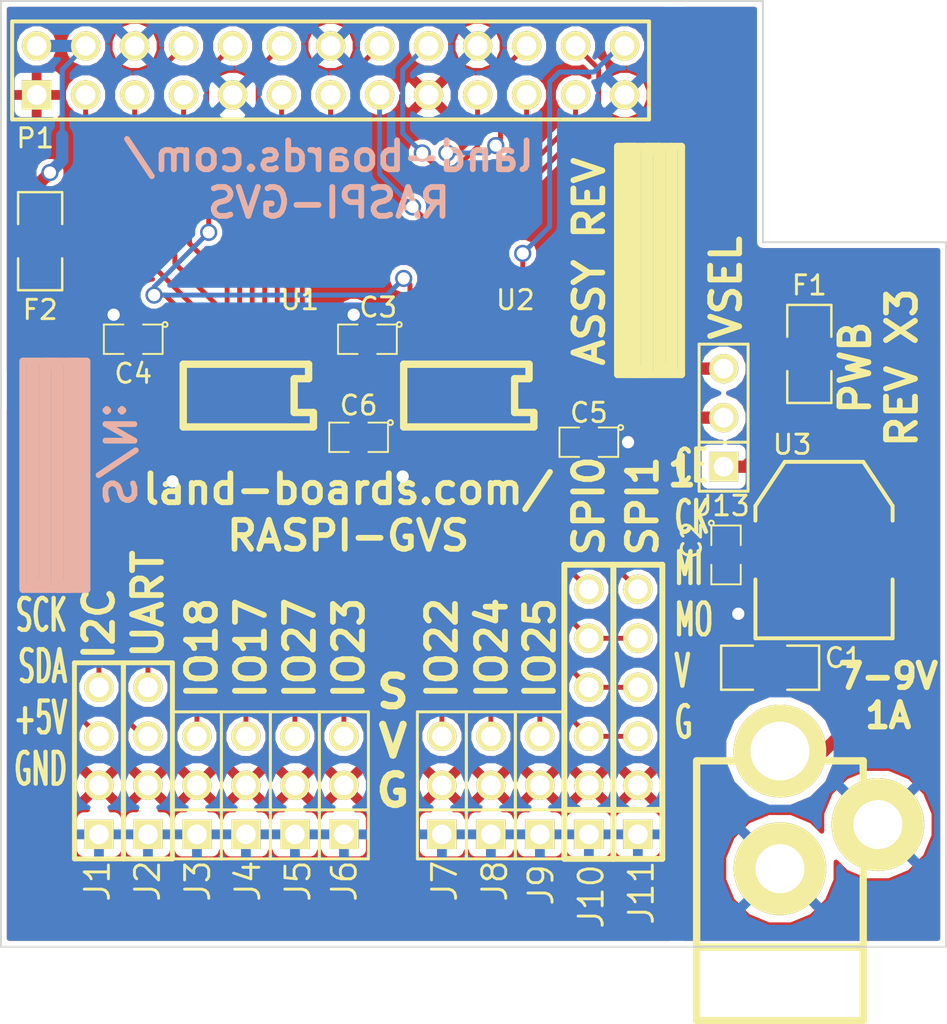
<source format=kicad_pcb>
(kicad_pcb (version 3) (host pcbnew "(2013-04-19 BZR 4011)-stable")

  (general
    (links 92)
    (no_connects 0)
    (area -0.050001 -7.849999 64.5 53.403501)
    (thickness 1.6)
    (drawings 32)
    (tracks 206)
    (zones 0)
    (modules 27)
    (nets 42)
  )

  (page A3)
  (layers
    (15 F.Cu signal)
    (0 B.Cu signal)
    (20 B.SilkS user)
    (21 F.SilkS user)
    (22 B.Mask user)
    (23 F.Mask user)
    (26 Eco1.User user hide)
    (28 Edge.Cuts user)
  )

  (setup
    (last_trace_width 0.254)
    (user_trace_width 0.2032)
    (user_trace_width 0.254)
    (user_trace_width 0.635)
    (trace_clearance 0.254)
    (zone_clearance 0.254)
    (zone_45_only no)
    (trace_min 0.2032)
    (segment_width 0.2)
    (edge_width 0.1)
    (via_size 0.889)
    (via_drill 0.635)
    (via_min_size 0.889)
    (via_min_drill 0.508)
    (uvia_size 0.508)
    (uvia_drill 0.127)
    (uvias_allowed no)
    (uvia_min_size 0.508)
    (uvia_min_drill 0.127)
    (pcb_text_width 0.3)
    (pcb_text_size 1.5 1.5)
    (mod_edge_width 0.15)
    (mod_text_size 1 1)
    (mod_text_width 0.15)
    (pad_size 1.5 1.5)
    (pad_drill 0.6)
    (pad_to_mask_clearance 0)
    (aux_axis_origin 0 0)
    (visible_elements 7FFFFFBF)
    (pcbplotparams
      (layerselection 284196865)
      (usegerberextensions true)
      (excludeedgelayer true)
      (linewidth 0)
      (plotframeref false)
      (viasonmask false)
      (mode 1)
      (useauxorigin false)
      (hpglpennumber 1)
      (hpglpenspeed 20)
      (hpglpendiameter 15)
      (hpglpenoverlay 2)
      (psnegative false)
      (psa4output false)
      (plotreference true)
      (plotvalue true)
      (plotothertext true)
      (plotinvisibletext false)
      (padsonsilk false)
      (subtractmaskfromsilk false)
      (outputformat 1)
      (mirror false)
      (drillshape 0)
      (scaleselection 1)
      (outputdirectory plots/))
  )

  (net 0 "")
  (net 1 /+3.3V)
  (net 2 /BIO_17)
  (net 3 /BIO_18)
  (net 4 /BIO_22)
  (net 5 /BIO_23)
  (net 6 /BIO_24)
  (net 7 /BIO_25)
  (net 8 /BIO_27)
  (net 9 /BRXD0)
  (net 10 /BSCLK1)
  (net 11 /BSDA1)
  (net 12 /BSPICE0)
  (net 13 /BSPICE1)
  (net 14 /BSPIMISO)
  (net 15 /BSPIMOSI)
  (net 16 /BSPISCK)
  (net 17 /BTXD0)
  (net 18 /GND)
  (net 19 /GV5V)
  (net 20 /IO_17)
  (net 21 /IO_18)
  (net 22 /IO_22)
  (net 23 /IO_23)
  (net 24 /IO_24)
  (net 25 /IO_25)
  (net 26 /IO_27)
  (net 27 /IO_4)
  (net 28 /R5)
  (net 29 /RP5V)
  (net 30 /RXD0)
  (net 31 /SCLK1)
  (net 32 /SDA1)
  (net 33 /SPICE0)
  (net 34 /SPICE1)
  (net 35 /SPIMISO)
  (net 36 /SPIMOSI)
  (net 37 /SPISCK)
  (net 38 /TXD0)
  (net 39 /VR5V)
  (net 40 /VRIN)
  (net 41 /VROUT)

  (net_class Default "This is the default net class."
    (clearance 0.254)
    (trace_width 0.254)
    (via_dia 0.889)
    (via_drill 0.635)
    (uvia_dia 0.508)
    (uvia_drill 0.127)
    (add_net "")
    (add_net /BIO_17)
    (add_net /BIO_18)
    (add_net /BIO_22)
    (add_net /BIO_23)
    (add_net /BIO_24)
    (add_net /BIO_25)
    (add_net /BIO_27)
    (add_net /BRXD0)
    (add_net /BSCLK1)
    (add_net /BSDA1)
    (add_net /BSPICE0)
    (add_net /BSPICE1)
    (add_net /BSPIMISO)
    (add_net /BSPIMOSI)
    (add_net /BSPISCK)
    (add_net /BTXD0)
    (add_net /IO_17)
    (add_net /IO_18)
    (add_net /IO_22)
    (add_net /IO_23)
    (add_net /IO_24)
    (add_net /IO_25)
    (add_net /IO_27)
    (add_net /IO_4)
    (add_net /R5)
    (add_net /RXD0)
    (add_net /SCLK1)
    (add_net /SDA1)
    (add_net /SPICE0)
    (add_net /SPICE1)
    (add_net /SPIMISO)
    (add_net /SPIMOSI)
    (add_net /SPISCK)
    (add_net /TXD0)
  )

  (net_class POWER025 ""
    (clearance 0.381)
    (trace_width 0.635)
    (via_dia 0.889)
    (via_drill 0.635)
    (uvia_dia 0.508)
    (uvia_drill 0.127)
    (add_net /+3.3V)
    (add_net /GND)
    (add_net /GV5V)
    (add_net /RP5V)
    (add_net /VR5V)
    (add_net /VRIN)
    (add_net /VROUT)
  )

  (module pin_array_13x2   locked (layer F.Cu) (tedit 53B18EA4) (tstamp 53531AA9)
    (at 17.09 3.6)
    (descr "2 x 13 pins connector")
    (tags CONN)
    (path /53B16746)
    (fp_text reference P1 (at -15.312 3.512) (layer F.SilkS)
      (effects (font (size 1 1) (thickness 0.15)))
    )
    (fp_text value RASPIO (at 7.62 -3.81) (layer F.SilkS) hide
      (effects (font (size 1.016 1.016) (thickness 0.2032)))
    )
    (fp_line (start -16.51 2.54) (end 16.51 2.54) (layer F.SilkS) (width 0.2032))
    (fp_line (start 16.51 -2.54) (end -16.51 -2.54) (layer F.SilkS) (width 0.2032))
    (fp_line (start -16.51 -2.54) (end -16.51 2.54) (layer F.SilkS) (width 0.2032))
    (fp_line (start 16.51 2.54) (end 16.51 -2.54) (layer F.SilkS) (width 0.2032))
    (pad 1 thru_hole rect (at -15.24 1.27) (size 1.524 1.524) (drill 1.016)
      (layers *.Cu *.Mask F.SilkS)
      (net 1 /+3.3V)
    )
    (pad 2 thru_hole circle (at -15.24 -1.27) (size 1.524 1.524) (drill 1.016)
      (layers *.Cu *.Mask F.SilkS)
      (net 28 /R5)
    )
    (pad 3 thru_hole circle (at -12.7 1.27) (size 1.524 1.524) (drill 1.016)
      (layers *.Cu *.Mask F.SilkS)
      (net 32 /SDA1)
    )
    (pad 4 thru_hole circle (at -12.7 -1.27) (size 1.524 1.524) (drill 1.016)
      (layers *.Cu *.Mask F.SilkS)
      (net 28 /R5)
    )
    (pad 5 thru_hole circle (at -10.16 1.27) (size 1.524 1.524) (drill 1.016)
      (layers *.Cu *.Mask F.SilkS)
      (net 31 /SCLK1)
    )
    (pad 6 thru_hole circle (at -10.16 -1.27) (size 1.524 1.524) (drill 1.016)
      (layers *.Cu *.Mask F.SilkS)
      (net 18 /GND)
    )
    (pad 7 thru_hole circle (at -7.62 1.27) (size 1.524 1.524) (drill 1.016)
      (layers *.Cu *.Mask F.SilkS)
      (net 27 /IO_4)
    )
    (pad 8 thru_hole circle (at -7.62 -1.27) (size 1.524 1.524) (drill 1.016)
      (layers *.Cu *.Mask F.SilkS)
      (net 38 /TXD0)
    )
    (pad 9 thru_hole circle (at -5.08 1.27) (size 1.524 1.524) (drill 1.016)
      (layers *.Cu *.Mask F.SilkS)
      (net 18 /GND)
    )
    (pad 10 thru_hole circle (at -5.08 -1.27) (size 1.524 1.524) (drill 1.016)
      (layers *.Cu *.Mask F.SilkS)
      (net 30 /RXD0)
    )
    (pad 11 thru_hole circle (at -2.54 1.27) (size 1.524 1.524) (drill 1.016)
      (layers *.Cu *.Mask F.SilkS)
      (net 20 /IO_17)
    )
    (pad 12 thru_hole circle (at -2.54 -1.27) (size 1.524 1.524) (drill 1.016)
      (layers *.Cu *.Mask F.SilkS)
      (net 21 /IO_18)
    )
    (pad 13 thru_hole circle (at 0 1.27) (size 1.524 1.524) (drill 1.016)
      (layers *.Cu *.Mask F.SilkS)
      (net 26 /IO_27)
    )
    (pad 14 thru_hole circle (at 0 -1.27) (size 1.524 1.524) (drill 1.016)
      (layers *.Cu *.Mask F.SilkS)
      (net 18 /GND)
    )
    (pad 15 thru_hole circle (at 2.54 1.27) (size 1.524 1.524) (drill 1.016)
      (layers *.Cu *.Mask F.SilkS)
      (net 22 /IO_22)
    )
    (pad 16 thru_hole circle (at 2.54 -1.27) (size 1.524 1.524) (drill 1.016)
      (layers *.Cu *.Mask F.SilkS)
      (net 23 /IO_23)
    )
    (pad 17 thru_hole circle (at 5.08 1.27) (size 1.524 1.524) (drill 1.016)
      (layers *.Cu *.Mask F.SilkS)
      (net 1 /+3.3V)
    )
    (pad 18 thru_hole circle (at 5.08 -1.27) (size 1.524 1.524) (drill 1.016)
      (layers *.Cu *.Mask F.SilkS)
      (net 24 /IO_24)
    )
    (pad 19 thru_hole circle (at 7.62 1.27) (size 1.524 1.524) (drill 1.016)
      (layers *.Cu *.Mask F.SilkS)
      (net 36 /SPIMOSI)
    )
    (pad 20 thru_hole circle (at 7.62 -1.27) (size 1.524 1.524) (drill 1.016)
      (layers *.Cu *.Mask F.SilkS)
      (net 18 /GND)
    )
    (pad 21 thru_hole circle (at 10.16 1.27) (size 1.524 1.524) (drill 1.016)
      (layers *.Cu *.Mask F.SilkS)
      (net 35 /SPIMISO)
    )
    (pad 22 thru_hole circle (at 10.16 -1.27) (size 1.524 1.524) (drill 1.016)
      (layers *.Cu *.Mask F.SilkS)
      (net 25 /IO_25)
    )
    (pad 23 thru_hole circle (at 12.7 1.27) (size 1.524 1.524) (drill 1.016)
      (layers *.Cu *.Mask F.SilkS)
      (net 37 /SPISCK)
    )
    (pad 24 thru_hole circle (at 12.7 -1.27) (size 1.524 1.524) (drill 1.016)
      (layers *.Cu *.Mask F.SilkS)
      (net 33 /SPICE0)
    )
    (pad 25 thru_hole circle (at 15.24 1.27) (size 1.524 1.524) (drill 1.016)
      (layers *.Cu *.Mask F.SilkS)
      (net 18 /GND)
    )
    (pad 26 thru_hole circle (at 15.24 -1.27) (size 1.524 1.524) (drill 1.016)
      (layers *.Cu *.Mask F.SilkS)
      (net 34 /SPICE1)
    )
    (model pin_array/pins_array_13x2.wrl
      (at (xyz 0 0 0))
      (scale (xyz 1 1 1))
      (rotate (xyz 0 0 0))
    )
  )

  (module PIN_ARRAY_4x1 (layer F.Cu) (tedit 53E589FC) (tstamp 53B15E9B)
    (at 7.62 39.37 90)
    (descr "Double rangee de contacts 2 x 5 pins")
    (tags CONN)
    (path /53B17085)
    (fp_text reference J2 (at -6.23 -0.02 90) (layer F.SilkS)
      (effects (font (size 1.25 1.25) (thickness 0.15)))
    )
    (fp_text value CONN_4 (at 0 2.54 90) (layer F.SilkS) hide
      (effects (font (size 1.016 1.016) (thickness 0.2032)))
    )
    (fp_line (start 5.08 1.27) (end -5.08 1.27) (layer F.SilkS) (width 0.254))
    (fp_line (start 5.08 -1.27) (end -5.08 -1.27) (layer F.SilkS) (width 0.254))
    (fp_line (start -5.08 -1.27) (end -5.08 1.27) (layer F.SilkS) (width 0.254))
    (fp_line (start 5.08 1.27) (end 5.08 -1.27) (layer F.SilkS) (width 0.254))
    (pad 1 thru_hole rect (at -3.81 0 90) (size 1.524 1.524) (drill 1.016)
      (layers *.Cu *.Mask F.SilkS)
      (net 18 /GND)
    )
    (pad 2 thru_hole circle (at -1.27 0 90) (size 1.524 1.524) (drill 1.016)
      (layers *.Cu *.Mask F.SilkS)
      (net 19 /GV5V)
    )
    (pad 3 thru_hole circle (at 1.27 0 90) (size 1.524 1.524) (drill 1.016)
      (layers *.Cu *.Mask F.SilkS)
      (net 17 /BTXD0)
    )
    (pad 4 thru_hole circle (at 3.81 0 90) (size 1.524 1.524) (drill 1.016)
      (layers *.Cu *.Mask F.SilkS)
      (net 9 /BRXD0)
    )
    (model pin_array\pins_array_4x1.wrl
      (at (xyz 0 0 0))
      (scale (xyz 1 1 1))
      (rotate (xyz 0 0 0))
    )
  )

  (module PIN_ARRAY_3X1 (layer F.Cu) (tedit 53E589F8) (tstamp 53B15EB3)
    (at 10.16 40.64 90)
    (descr "Connecteur 3 pins")
    (tags "CONN DEV")
    (path /53B1860D)
    (fp_text reference J3 (at -4.96 0.04 90) (layer F.SilkS)
      (effects (font (size 1.25 1.25) (thickness 0.15)))
    )
    (fp_text value CONN_3 (at 0 -2.159 90) (layer F.SilkS) hide
      (effects (font (size 1.016 1.016) (thickness 0.1524)))
    )
    (fp_line (start -3.81 1.27) (end -3.81 -1.27) (layer F.SilkS) (width 0.1524))
    (fp_line (start -3.81 -1.27) (end 3.81 -1.27) (layer F.SilkS) (width 0.1524))
    (fp_line (start 3.81 -1.27) (end 3.81 1.27) (layer F.SilkS) (width 0.1524))
    (fp_line (start 3.81 1.27) (end -3.81 1.27) (layer F.SilkS) (width 0.1524))
    (fp_line (start -1.27 -1.27) (end -1.27 1.27) (layer F.SilkS) (width 0.1524))
    (pad 1 thru_hole rect (at -2.54 0 90) (size 1.524 1.524) (drill 1.016)
      (layers *.Cu *.Mask F.SilkS)
      (net 18 /GND)
    )
    (pad 2 thru_hole circle (at 0 0 90) (size 1.524 1.524) (drill 1.016)
      (layers *.Cu *.Mask F.SilkS)
      (net 19 /GV5V)
    )
    (pad 3 thru_hole circle (at 2.54 0 90) (size 1.524 1.524) (drill 1.016)
      (layers *.Cu *.Mask F.SilkS)
      (net 3 /BIO_18)
    )
    (model pin_array/pins_array_3x1.wrl
      (at (xyz 0 0 0))
      (scale (xyz 1 1 1))
      (rotate (xyz 0 0 0))
    )
  )

  (module PIN_ARRAY_3X1 (layer F.Cu) (tedit 53E589EE) (tstamp 53B15EBF)
    (at 15.24 40.64 90)
    (descr "Connecteur 3 pins")
    (tags "CONN DEV")
    (path /53B18601)
    (fp_text reference J5 (at -4.96 0.16 90) (layer F.SilkS)
      (effects (font (size 1.25 1.25) (thickness 0.15)))
    )
    (fp_text value CONN_3 (at 0 -2.159 90) (layer F.SilkS) hide
      (effects (font (size 1.016 1.016) (thickness 0.1524)))
    )
    (fp_line (start -3.81 1.27) (end -3.81 -1.27) (layer F.SilkS) (width 0.1524))
    (fp_line (start -3.81 -1.27) (end 3.81 -1.27) (layer F.SilkS) (width 0.1524))
    (fp_line (start 3.81 -1.27) (end 3.81 1.27) (layer F.SilkS) (width 0.1524))
    (fp_line (start 3.81 1.27) (end -3.81 1.27) (layer F.SilkS) (width 0.1524))
    (fp_line (start -1.27 -1.27) (end -1.27 1.27) (layer F.SilkS) (width 0.1524))
    (pad 1 thru_hole rect (at -2.54 0 90) (size 1.524 1.524) (drill 1.016)
      (layers *.Cu *.Mask F.SilkS)
      (net 18 /GND)
    )
    (pad 2 thru_hole circle (at 0 0 90) (size 1.524 1.524) (drill 1.016)
      (layers *.Cu *.Mask F.SilkS)
      (net 19 /GV5V)
    )
    (pad 3 thru_hole circle (at 2.54 0 90) (size 1.524 1.524) (drill 1.016)
      (layers *.Cu *.Mask F.SilkS)
      (net 8 /BIO_27)
    )
    (model pin_array/pins_array_3x1.wrl
      (at (xyz 0 0 0))
      (scale (xyz 1 1 1))
      (rotate (xyz 0 0 0))
    )
  )

  (module PIN_ARRAY_3X1 (layer F.Cu) (tedit 53E589E1) (tstamp 53B15ECB)
    (at 22.86 40.64 90)
    (descr "Connecteur 3 pins")
    (tags "CONN DEV")
    (path /53B17589)
    (fp_text reference J7 (at -4.96 0.14 90) (layer F.SilkS)
      (effects (font (size 1.25 1.25) (thickness 0.15)))
    )
    (fp_text value CONN_3 (at 0 -2.159 90) (layer F.SilkS) hide
      (effects (font (size 1.016 1.016) (thickness 0.1524)))
    )
    (fp_line (start -3.81 1.27) (end -3.81 -1.27) (layer F.SilkS) (width 0.1524))
    (fp_line (start -3.81 -1.27) (end 3.81 -1.27) (layer F.SilkS) (width 0.1524))
    (fp_line (start 3.81 -1.27) (end 3.81 1.27) (layer F.SilkS) (width 0.1524))
    (fp_line (start 3.81 1.27) (end -3.81 1.27) (layer F.SilkS) (width 0.1524))
    (fp_line (start -1.27 -1.27) (end -1.27 1.27) (layer F.SilkS) (width 0.1524))
    (pad 1 thru_hole rect (at -2.54 0 90) (size 1.524 1.524) (drill 1.016)
      (layers *.Cu *.Mask F.SilkS)
      (net 18 /GND)
    )
    (pad 2 thru_hole circle (at 0 0 90) (size 1.524 1.524) (drill 1.016)
      (layers *.Cu *.Mask F.SilkS)
      (net 19 /GV5V)
    )
    (pad 3 thru_hole circle (at 2.54 0 90) (size 1.524 1.524) (drill 1.016)
      (layers *.Cu *.Mask F.SilkS)
      (net 4 /BIO_22)
    )
    (model pin_array/pins_array_3x1.wrl
      (at (xyz 0 0 0))
      (scale (xyz 1 1 1))
      (rotate (xyz 0 0 0))
    )
  )

  (module PIN_ARRAY_3X1 (layer F.Cu) (tedit 53E589D5) (tstamp 53B15ED7)
    (at 27.94 40.64 90)
    (descr "Connecteur 3 pins")
    (tags "CONN DEV")
    (path /53B174B9)
    (fp_text reference J9 (at -5.16 0.06 90) (layer F.SilkS)
      (effects (font (size 1.25 1.25) (thickness 0.15)))
    )
    (fp_text value CONN_3 (at 0 -2.159 90) (layer F.SilkS) hide
      (effects (font (size 1.016 1.016) (thickness 0.1524)))
    )
    (fp_line (start -3.81 1.27) (end -3.81 -1.27) (layer F.SilkS) (width 0.1524))
    (fp_line (start -3.81 -1.27) (end 3.81 -1.27) (layer F.SilkS) (width 0.1524))
    (fp_line (start 3.81 -1.27) (end 3.81 1.27) (layer F.SilkS) (width 0.1524))
    (fp_line (start 3.81 1.27) (end -3.81 1.27) (layer F.SilkS) (width 0.1524))
    (fp_line (start -1.27 -1.27) (end -1.27 1.27) (layer F.SilkS) (width 0.1524))
    (pad 1 thru_hole rect (at -2.54 0 90) (size 1.524 1.524) (drill 1.016)
      (layers *.Cu *.Mask F.SilkS)
      (net 18 /GND)
    )
    (pad 2 thru_hole circle (at 0 0 90) (size 1.524 1.524) (drill 1.016)
      (layers *.Cu *.Mask F.SilkS)
      (net 19 /GV5V)
    )
    (pad 3 thru_hole circle (at 2.54 0 90) (size 1.524 1.524) (drill 1.016)
      (layers *.Cu *.Mask F.SilkS)
      (net 7 /BIO_25)
    )
    (model pin_array/pins_array_3x1.wrl
      (at (xyz 0 0 0))
      (scale (xyz 1 1 1))
      (rotate (xyz 0 0 0))
    )
  )

  (module PIN_ARRAY_3X1 (layer F.Cu) (tedit 53E589EA) (tstamp 53B15EE3)
    (at 17.78 40.64 90)
    (descr "Connecteur 3 pins")
    (tags "CONN DEV")
    (path /53B17388)
    (fp_text reference J6 (at -4.96 0.02 90) (layer F.SilkS)
      (effects (font (size 1.25 1.25) (thickness 0.15)))
    )
    (fp_text value CONN_3 (at 0 -2.159 90) (layer F.SilkS) hide
      (effects (font (size 1.016 1.016) (thickness 0.1524)))
    )
    (fp_line (start -3.81 1.27) (end -3.81 -1.27) (layer F.SilkS) (width 0.1524))
    (fp_line (start -3.81 -1.27) (end 3.81 -1.27) (layer F.SilkS) (width 0.1524))
    (fp_line (start 3.81 -1.27) (end 3.81 1.27) (layer F.SilkS) (width 0.1524))
    (fp_line (start 3.81 1.27) (end -3.81 1.27) (layer F.SilkS) (width 0.1524))
    (fp_line (start -1.27 -1.27) (end -1.27 1.27) (layer F.SilkS) (width 0.1524))
    (pad 1 thru_hole rect (at -2.54 0 90) (size 1.524 1.524) (drill 1.016)
      (layers *.Cu *.Mask F.SilkS)
      (net 18 /GND)
    )
    (pad 2 thru_hole circle (at 0 0 90) (size 1.524 1.524) (drill 1.016)
      (layers *.Cu *.Mask F.SilkS)
      (net 19 /GV5V)
    )
    (pad 3 thru_hole circle (at 2.54 0 90) (size 1.524 1.524) (drill 1.016)
      (layers *.Cu *.Mask F.SilkS)
      (net 5 /BIO_23)
    )
    (model pin_array/pins_array_3x1.wrl
      (at (xyz 0 0 0))
      (scale (xyz 1 1 1))
      (rotate (xyz 0 0 0))
    )
  )

  (module PIN_ARRAY_3X1 (layer F.Cu) (tedit 53E589DC) (tstamp 53B15EEF)
    (at 25.4 40.64 90)
    (descr "Connecteur 3 pins")
    (tags "CONN DEV")
    (path /53B1751A)
    (fp_text reference J8 (at -4.96 0.2 90) (layer F.SilkS)
      (effects (font (size 1.25 1.25) (thickness 0.15)))
    )
    (fp_text value CONN_3 (at 0 -2.159 90) (layer F.SilkS) hide
      (effects (font (size 1.016 1.016) (thickness 0.1524)))
    )
    (fp_line (start -3.81 1.27) (end -3.81 -1.27) (layer F.SilkS) (width 0.1524))
    (fp_line (start -3.81 -1.27) (end 3.81 -1.27) (layer F.SilkS) (width 0.1524))
    (fp_line (start 3.81 -1.27) (end 3.81 1.27) (layer F.SilkS) (width 0.1524))
    (fp_line (start 3.81 1.27) (end -3.81 1.27) (layer F.SilkS) (width 0.1524))
    (fp_line (start -1.27 -1.27) (end -1.27 1.27) (layer F.SilkS) (width 0.1524))
    (pad 1 thru_hole rect (at -2.54 0 90) (size 1.524 1.524) (drill 1.016)
      (layers *.Cu *.Mask F.SilkS)
      (net 18 /GND)
    )
    (pad 2 thru_hole circle (at 0 0 90) (size 1.524 1.524) (drill 1.016)
      (layers *.Cu *.Mask F.SilkS)
      (net 19 /GV5V)
    )
    (pad 3 thru_hole circle (at 2.54 0 90) (size 1.524 1.524) (drill 1.016)
      (layers *.Cu *.Mask F.SilkS)
      (net 6 /BIO_24)
    )
    (model pin_array/pins_array_3x1.wrl
      (at (xyz 0 0 0))
      (scale (xyz 1 1 1))
      (rotate (xyz 0 0 0))
    )
  )

  (module PIN_ARRAY-6X1 (layer F.Cu) (tedit 53E589CC) (tstamp 53B15F2C)
    (at 33.02 36.83 90)
    (descr "Connecteur 6 pins")
    (tags "CONN DEV")
    (path /53B1765D)
    (fp_text reference J11 (at -9.37 0.18 90) (layer F.SilkS)
      (effects (font (size 1.25 1.25) (thickness 0.15)))
    )
    (fp_text value CONN_6 (at 0 2.159 90) (layer F.SilkS) hide
      (effects (font (size 1.016 0.889) (thickness 0.2032)))
    )
    (fp_line (start -7.62 1.27) (end -7.62 -1.27) (layer F.SilkS) (width 0.3048))
    (fp_line (start -7.62 -1.27) (end 7.62 -1.27) (layer F.SilkS) (width 0.3048))
    (fp_line (start 7.62 -1.27) (end 7.62 1.27) (layer F.SilkS) (width 0.3048))
    (fp_line (start 7.62 1.27) (end -7.62 1.27) (layer F.SilkS) (width 0.3048))
    (fp_line (start -5.08 1.27) (end -5.08 -1.27) (layer F.SilkS) (width 0.3048))
    (pad 1 thru_hole rect (at -6.35 0 90) (size 1.524 1.524) (drill 1.016)
      (layers *.Cu *.Mask F.SilkS)
      (net 18 /GND)
    )
    (pad 2 thru_hole circle (at -3.81 0 90) (size 1.524 1.524) (drill 1.016)
      (layers *.Cu *.Mask F.SilkS)
      (net 19 /GV5V)
    )
    (pad 3 thru_hole circle (at -1.27 0 90) (size 1.524 1.524) (drill 1.016)
      (layers *.Cu *.Mask F.SilkS)
      (net 15 /BSPIMOSI)
    )
    (pad 4 thru_hole circle (at 1.27 0 90) (size 1.524 1.524) (drill 1.016)
      (layers *.Cu *.Mask F.SilkS)
      (net 14 /BSPIMISO)
    )
    (pad 5 thru_hole circle (at 3.81 0 90) (size 1.524 1.524) (drill 1.016)
      (layers *.Cu *.Mask F.SilkS)
      (net 16 /BSPISCK)
    )
    (pad 6 thru_hole circle (at 6.35 0 90) (size 1.524 1.524) (drill 1.016)
      (layers *.Cu *.Mask F.SilkS)
      (net 13 /BSPICE1)
    )
    (model pin_array/pins_array_6x1.wrl
      (at (xyz 0 0 0))
      (scale (xyz 1 1 1))
      (rotate (xyz 0 0 0))
    )
  )

  (module SM1206 (layer F.Cu) (tedit 540601E0) (tstamp 53B18B4E)
    (at 41.91 18.288 270)
    (path /53B185B8)
    (attr smd)
    (fp_text reference F1 (at -3.556 0 360) (layer F.SilkS)
      (effects (font (size 1 1) (thickness 0.15)))
    )
    (fp_text value FUSE (at 0 0 270) (layer F.SilkS) hide
      (effects (font (size 0.762 0.762) (thickness 0.127)))
    )
    (fp_line (start -2.54 -1.143) (end -2.54 1.143) (layer F.SilkS) (width 0.127))
    (fp_line (start -2.54 1.143) (end -0.889 1.143) (layer F.SilkS) (width 0.127))
    (fp_line (start 0.889 -1.143) (end 2.54 -1.143) (layer F.SilkS) (width 0.127))
    (fp_line (start 2.54 -1.143) (end 2.54 1.143) (layer F.SilkS) (width 0.127))
    (fp_line (start 2.54 1.143) (end 0.889 1.143) (layer F.SilkS) (width 0.127))
    (fp_line (start -0.889 -1.143) (end -2.54 -1.143) (layer F.SilkS) (width 0.127))
    (pad 1 smd rect (at -1.651 0 270) (size 1.524 2.032)
      (layers F.Cu F.Mask)
      (net 41 /VROUT)
    )
    (pad 2 smd rect (at 1.651 0 270) (size 1.524 2.032)
      (layers F.Cu F.Mask)
      (net 39 /VR5V)
    )
    (model smd/chip_cms.wrl
      (at (xyz 0 0 0))
      (scale (xyz 0.17 0.16 0.16))
      (rotate (xyz 0 0 0))
    )
  )

  (module PIN_ARRAY_4x1 (layer F.Cu) (tedit 53E58A01) (tstamp 53B18B5A)
    (at 5.08 39.37 90)
    (descr "Double rangee de contacts 2 x 5 pins")
    (tags CONN)
    (path /53B17BBF)
    (fp_text reference J1 (at -6.23 -0.08 90) (layer F.SilkS)
      (effects (font (size 1.25 1.25) (thickness 0.15)))
    )
    (fp_text value CONN_4 (at 0 2.54 90) (layer F.SilkS) hide
      (effects (font (size 1.016 1.016) (thickness 0.2032)))
    )
    (fp_line (start 5.08 1.27) (end -5.08 1.27) (layer F.SilkS) (width 0.254))
    (fp_line (start 5.08 -1.27) (end -5.08 -1.27) (layer F.SilkS) (width 0.254))
    (fp_line (start -5.08 -1.27) (end -5.08 1.27) (layer F.SilkS) (width 0.254))
    (fp_line (start 5.08 1.27) (end 5.08 -1.27) (layer F.SilkS) (width 0.254))
    (pad 1 thru_hole rect (at -3.81 0 90) (size 1.524 1.524) (drill 1.016)
      (layers *.Cu *.Mask F.SilkS)
      (net 18 /GND)
    )
    (pad 2 thru_hole circle (at -1.27 0 90) (size 1.524 1.524) (drill 1.016)
      (layers *.Cu *.Mask F.SilkS)
      (net 19 /GV5V)
    )
    (pad 3 thru_hole circle (at 1.27 0 90) (size 1.524 1.524) (drill 1.016)
      (layers *.Cu *.Mask F.SilkS)
      (net 11 /BSDA1)
    )
    (pad 4 thru_hole circle (at 3.81 0 90) (size 1.524 1.524) (drill 1.016)
      (layers *.Cu *.Mask F.SilkS)
      (net 10 /BSCLK1)
    )
    (model pin_array\pins_array_4x1.wrl
      (at (xyz 0 0 0))
      (scale (xyz 1 1 1))
      (rotate (xyz 0 0 0))
    )
  )

  (module PIN_ARRAY_3X1 (layer F.Cu) (tedit 53E589F3) (tstamp 53B15EA7)
    (at 12.7 40.64 90)
    (descr "Connecteur 3 pins")
    (tags "CONN DEV")
    (path /53B18607)
    (fp_text reference J4 (at -4.96 0.1 90) (layer F.SilkS)
      (effects (font (size 1.25 1.25) (thickness 0.15)))
    )
    (fp_text value CONN_3 (at 0 -2.159 90) (layer F.SilkS) hide
      (effects (font (size 1.016 1.016) (thickness 0.1524)))
    )
    (fp_line (start -3.81 1.27) (end -3.81 -1.27) (layer F.SilkS) (width 0.1524))
    (fp_line (start -3.81 -1.27) (end 3.81 -1.27) (layer F.SilkS) (width 0.1524))
    (fp_line (start 3.81 -1.27) (end 3.81 1.27) (layer F.SilkS) (width 0.1524))
    (fp_line (start 3.81 1.27) (end -3.81 1.27) (layer F.SilkS) (width 0.1524))
    (fp_line (start -1.27 -1.27) (end -1.27 1.27) (layer F.SilkS) (width 0.1524))
    (pad 1 thru_hole rect (at -2.54 0 90) (size 1.524 1.524) (drill 1.016)
      (layers *.Cu *.Mask F.SilkS)
      (net 18 /GND)
    )
    (pad 2 thru_hole circle (at 0 0 90) (size 1.524 1.524) (drill 1.016)
      (layers *.Cu *.Mask F.SilkS)
      (net 19 /GV5V)
    )
    (pad 3 thru_hole circle (at 2.54 0 90) (size 1.524 1.524) (drill 1.016)
      (layers *.Cu *.Mask F.SilkS)
      (net 2 /BIO_17)
    )
    (model pin_array/pins_array_3x1.wrl
      (at (xyz 0 0 0))
      (scale (xyz 1 1 1))
      (rotate (xyz 0 0 0))
    )
  )

  (module PIN_ARRAY-6X1 (layer F.Cu) (tedit 53E589D0) (tstamp 53B15EFB)
    (at 30.48 36.83 90)
    (descr "Connecteur 6 pins")
    (tags "CONN DEV")
    (path /53B1766F)
    (fp_text reference J10 (at -9.57 0.12 90) (layer F.SilkS)
      (effects (font (size 1.25 1.25) (thickness 0.15)))
    )
    (fp_text value CONN_6 (at 0 2.159 90) (layer F.SilkS) hide
      (effects (font (size 1.016 0.889) (thickness 0.2032)))
    )
    (fp_line (start -7.62 1.27) (end -7.62 -1.27) (layer F.SilkS) (width 0.3048))
    (fp_line (start -7.62 -1.27) (end 7.62 -1.27) (layer F.SilkS) (width 0.3048))
    (fp_line (start 7.62 -1.27) (end 7.62 1.27) (layer F.SilkS) (width 0.3048))
    (fp_line (start 7.62 1.27) (end -7.62 1.27) (layer F.SilkS) (width 0.3048))
    (fp_line (start -5.08 1.27) (end -5.08 -1.27) (layer F.SilkS) (width 0.3048))
    (pad 1 thru_hole rect (at -6.35 0 90) (size 1.524 1.524) (drill 1.016)
      (layers *.Cu *.Mask F.SilkS)
      (net 18 /GND)
    )
    (pad 2 thru_hole circle (at -3.81 0 90) (size 1.524 1.524) (drill 1.016)
      (layers *.Cu *.Mask F.SilkS)
      (net 19 /GV5V)
    )
    (pad 3 thru_hole circle (at -1.27 0 90) (size 1.524 1.524) (drill 1.016)
      (layers *.Cu *.Mask F.SilkS)
      (net 15 /BSPIMOSI)
    )
    (pad 4 thru_hole circle (at 1.27 0 90) (size 1.524 1.524) (drill 1.016)
      (layers *.Cu *.Mask F.SilkS)
      (net 14 /BSPIMISO)
    )
    (pad 5 thru_hole circle (at 3.81 0 90) (size 1.524 1.524) (drill 1.016)
      (layers *.Cu *.Mask F.SilkS)
      (net 16 /BSPISCK)
    )
    (pad 6 thru_hole circle (at 6.35 0 90) (size 1.524 1.524) (drill 1.016)
      (layers *.Cu *.Mask F.SilkS)
      (net 12 /BSPICE0)
    )
    (model pin_array/pins_array_6x1.wrl
      (at (xyz 0 0 0))
      (scale (xyz 1 1 1))
      (rotate (xyz 0 0 0))
    )
  )

  (module SOG20 (layer F.Cu) (tedit 53B1C1F4) (tstamp 53B15E76)
    (at 24.13 20.32 180)
    (descr "Cms SOJ 20 pins large")
    (tags "CMS SOJ")
    (path /53B16C9D)
    (attr smd)
    (fp_text reference U2 (at -2.54 4.826 180) (layer F.SilkS)
      (effects (font (size 1 1) (thickness 0.15)))
    )
    (fp_text value TXB0108 (at 0 0.254 180) (layer F.SilkS) hide
      (effects (font (size 1.524 1.27) (thickness 0.127)))
    )
    (fp_line (start -3.5 -1.75) (end 3.25 -1.75) (layer F.SilkS) (width 0.381))
    (fp_line (start 3.25 -1.75) (end 3.25 1.5) (layer F.SilkS) (width 0.381))
    (fp_line (start 3.25 1.5) (end -3.25 1.5) (layer F.SilkS) (width 0.381))
    (fp_line (start -3.25 1.5) (end -3.25 0.75) (layer F.SilkS) (width 0.381))
    (fp_line (start -3.25 0.75) (end -2.5 0.75) (layer F.SilkS) (width 0.381))
    (fp_line (start -2.5 0.75) (end -2.5 -1) (layer F.SilkS) (width 0.381))
    (fp_line (start -2.5 -1) (end -3.5 -1) (layer F.SilkS) (width 0.381))
    (fp_line (start -3.5 -1) (end -3.5 -1.75) (layer F.SilkS) (width 0.381))
    (pad 11 smd rect (at 2.95 -2.8 180) (size 0.25 1.55)
      (layers F.Cu F.Mask)
      (net 18 /GND)
    )
    (pad 12 smd rect (at 2.275 -2.8 180) (size 0.25 1.55)
      (layers F.Cu F.Mask)
      (net 4 /BIO_22)
    )
    (pad 13 smd rect (at 1.625 -2.8 180) (size 0.25 1.55)
      (layers F.Cu F.Mask)
      (net 6 /BIO_24)
    )
    (pad 14 smd rect (at 0.975 -2.8 180) (size 0.25 1.55)
      (layers F.Cu F.Mask)
      (net 7 /BIO_25)
    )
    (pad 15 smd rect (at 0.325 -2.8 180) (size 0.25 1.55)
      (layers F.Cu F.Mask)
      (net 15 /BSPIMOSI)
    )
    (pad 16 smd rect (at -0.325 -2.8 180) (size 0.25 1.55)
      (layers F.Cu F.Mask)
      (net 14 /BSPIMISO)
    )
    (pad 17 smd rect (at -0.975 -2.8 180) (size 0.25 1.55)
      (layers F.Cu F.Mask)
      (net 16 /BSPISCK)
    )
    (pad 18 smd rect (at -1.625 -2.8 180) (size 0.25 1.55)
      (layers F.Cu F.Mask)
      (net 12 /BSPICE0)
    )
    (pad 19 smd rect (at -2.275 -2.8 180) (size 0.25 1.55)
      (layers F.Cu F.Mask)
      (net 19 /GV5V)
    )
    (pad 20 smd rect (at -2.925 -2.8 180) (size 0.25 1.55)
      (layers F.Cu F.Mask)
      (net 13 /BSPICE1)
    )
    (pad 1 smd rect (at -2.925 2.8 180) (size 0.25 1.55)
      (layers F.Cu F.Mask)
      (net 34 /SPICE1)
    )
    (pad 2 smd rect (at -2.275 2.8 180) (size 0.25 1.55)
      (layers F.Cu F.Mask)
      (net 1 /+3.3V)
    )
    (pad 3 smd rect (at -1.625 2.8 180) (size 0.25 1.55)
      (layers F.Cu F.Mask)
      (net 33 /SPICE0)
    )
    (pad 4 smd rect (at -0.975 2.8 180) (size 0.25 1.55)
      (layers F.Cu F.Mask)
      (net 37 /SPISCK)
    )
    (pad 5 smd rect (at -0.325 2.8 180) (size 0.25 1.55)
      (layers F.Cu F.Mask)
      (net 35 /SPIMISO)
    )
    (pad 6 smd rect (at 0.325 2.8 180) (size 0.25 1.55)
      (layers F.Cu F.Mask)
      (net 36 /SPIMOSI)
    )
    (pad 7 smd rect (at 0.975 2.8 180) (size 0.25 1.55)
      (layers F.Cu F.Mask)
      (net 25 /IO_25)
    )
    (pad 8 smd rect (at 1.625 2.8 180) (size 0.25 1.55)
      (layers F.Cu F.Mask)
      (net 24 /IO_24)
    )
    (pad 9 smd rect (at 2.275 2.8 180) (size 0.25 1.55)
      (layers F.Cu F.Mask)
      (net 22 /IO_22)
    )
    (pad 10 smd rect (at 2.925 2.8 180) (size 0.25 1.55)
      (layers F.Cu F.Mask)
      (net 27 /IO_4)
    )
    (model smd/cms_so20.wrl
      (at (xyz 0 0 0))
      (scale (xyz 0.5 0.6 0.5))
      (rotate (xyz 0 0 0))
    )
  )

  (module SOG20 (layer F.Cu) (tedit 53B1C1CA) (tstamp 53B15E8F)
    (at 12.7 20.32 180)
    (descr "Cms SOJ 20 pins large")
    (tags "CMS SOJ")
    (path /53B16CAA)
    (attr smd)
    (fp_text reference U1 (at -2.794 4.826 180) (layer F.SilkS)
      (effects (font (size 1 1) (thickness 0.15)))
    )
    (fp_text value TXB0108 (at 0 0.254 180) (layer F.SilkS) hide
      (effects (font (size 1.524 1.27) (thickness 0.127)))
    )
    (fp_line (start -3.5 -1.75) (end 3.25 -1.75) (layer F.SilkS) (width 0.381))
    (fp_line (start 3.25 -1.75) (end 3.25 1.5) (layer F.SilkS) (width 0.381))
    (fp_line (start 3.25 1.5) (end -3.25 1.5) (layer F.SilkS) (width 0.381))
    (fp_line (start -3.25 1.5) (end -3.25 0.75) (layer F.SilkS) (width 0.381))
    (fp_line (start -3.25 0.75) (end -2.5 0.75) (layer F.SilkS) (width 0.381))
    (fp_line (start -2.5 0.75) (end -2.5 -1) (layer F.SilkS) (width 0.381))
    (fp_line (start -2.5 -1) (end -3.5 -1) (layer F.SilkS) (width 0.381))
    (fp_line (start -3.5 -1) (end -3.5 -1.75) (layer F.SilkS) (width 0.381))
    (pad 11 smd rect (at 2.95 -2.8 180) (size 0.25 1.55)
      (layers F.Cu F.Mask)
      (net 18 /GND)
    )
    (pad 12 smd rect (at 2.275 -2.8 180) (size 0.25 1.55)
      (layers F.Cu F.Mask)
      (net 11 /BSDA1)
    )
    (pad 13 smd rect (at 1.625 -2.8 180) (size 0.25 1.55)
      (layers F.Cu F.Mask)
      (net 10 /BSCLK1)
    )
    (pad 14 smd rect (at 0.975 -2.8 180) (size 0.25 1.55)
      (layers F.Cu F.Mask)
      (net 17 /BTXD0)
    )
    (pad 15 smd rect (at 0.325 -2.8 180) (size 0.25 1.55)
      (layers F.Cu F.Mask)
      (net 9 /BRXD0)
    )
    (pad 16 smd rect (at -0.325 -2.8 180) (size 0.25 1.55)
      (layers F.Cu F.Mask)
      (net 3 /BIO_18)
    )
    (pad 17 smd rect (at -0.975 -2.8 180) (size 0.25 1.55)
      (layers F.Cu F.Mask)
      (net 2 /BIO_17)
    )
    (pad 18 smd rect (at -1.625 -2.8 180) (size 0.25 1.55)
      (layers F.Cu F.Mask)
      (net 8 /BIO_27)
    )
    (pad 19 smd rect (at -2.275 -2.8 180) (size 0.25 1.55)
      (layers F.Cu F.Mask)
      (net 19 /GV5V)
    )
    (pad 20 smd rect (at -2.925 -2.8 180) (size 0.25 1.55)
      (layers F.Cu F.Mask)
      (net 5 /BIO_23)
    )
    (pad 1 smd rect (at -2.925 2.8 180) (size 0.25 1.55)
      (layers F.Cu F.Mask)
      (net 23 /IO_23)
    )
    (pad 2 smd rect (at -2.275 2.8 180) (size 0.25 1.55)
      (layers F.Cu F.Mask)
      (net 1 /+3.3V)
    )
    (pad 3 smd rect (at -1.625 2.8 180) (size 0.25 1.55)
      (layers F.Cu F.Mask)
      (net 26 /IO_27)
    )
    (pad 4 smd rect (at -0.975 2.8 180) (size 0.25 1.55)
      (layers F.Cu F.Mask)
      (net 20 /IO_17)
    )
    (pad 5 smd rect (at -0.325 2.8 180) (size 0.25 1.55)
      (layers F.Cu F.Mask)
      (net 21 /IO_18)
    )
    (pad 6 smd rect (at 0.325 2.8 180) (size 0.25 1.55)
      (layers F.Cu F.Mask)
      (net 30 /RXD0)
    )
    (pad 7 smd rect (at 0.975 2.8 180) (size 0.25 1.55)
      (layers F.Cu F.Mask)
      (net 38 /TXD0)
    )
    (pad 8 smd rect (at 1.625 2.8 180) (size 0.25 1.55)
      (layers F.Cu F.Mask)
      (net 31 /SCLK1)
    )
    (pad 9 smd rect (at 2.275 2.8 180) (size 0.25 1.55)
      (layers F.Cu F.Mask)
      (net 32 /SDA1)
    )
    (pad 10 smd rect (at 2.925 2.8 180) (size 0.25 1.55)
      (layers F.Cu F.Mask)
      (net 27 /IO_4)
    )
    (model smd/cms_so20.wrl
      (at (xyz 0 0 0))
      (scale (xyz 0.5 0.6 0.5))
      (rotate (xyz 0 0 0))
    )
  )

  (module SOT223 (layer F.Cu) (tedit 53B1CF24) (tstamp 53B1B07C)
    (at 42.672 28.448)
    (descr "module CMS SOT223 4 pins")
    (tags "CMS SOT")
    (path /53B1B57F)
    (attr smd)
    (fp_text reference U3 (at -1.651 -5.461) (layer F.SilkS)
      (effects (font (size 1 1) (thickness 0.15)))
    )
    (fp_text value AP1117 (at 0 0.762) (layer F.SilkS) hide
      (effects (font (size 1.016 1.016) (thickness 0.2032)))
    )
    (fp_line (start -3.556 1.524) (end -3.556 4.572) (layer F.SilkS) (width 0.2032))
    (fp_line (start -3.556 4.572) (end 3.556 4.572) (layer F.SilkS) (width 0.2032))
    (fp_line (start 3.556 4.572) (end 3.556 1.524) (layer F.SilkS) (width 0.2032))
    (fp_line (start -3.556 -1.524) (end -3.556 -2.286) (layer F.SilkS) (width 0.2032))
    (fp_line (start -3.556 -2.286) (end -2.032 -4.572) (layer F.SilkS) (width 0.2032))
    (fp_line (start -2.032 -4.572) (end 2.032 -4.572) (layer F.SilkS) (width 0.2032))
    (fp_line (start 2.032 -4.572) (end 3.556 -2.286) (layer F.SilkS) (width 0.2032))
    (fp_line (start 3.556 -2.286) (end 3.556 -1.524) (layer F.SilkS) (width 0.2032))
    (pad 4 smd rect (at 0 -3.302) (size 3.6576 2.032)
      (layers F.Cu F.Mask)
      (net 41 /VROUT)
    )
    (pad 2 smd rect (at 0 3.302) (size 1.016 2.032)
      (layers F.Cu F.Mask)
      (net 41 /VROUT)
    )
    (pad 3 smd rect (at 2.286 3.302) (size 1.016 2.032)
      (layers F.Cu F.Mask)
      (net 40 /VRIN)
    )
    (pad 1 smd rect (at -2.286 3.302) (size 1.016 2.032)
      (layers F.Cu F.Mask)
      (net 18 /GND)
    )
    (model smd/SOT223.wrl
      (at (xyz 0 0 0))
      (scale (xyz 0.4 0.4 0.4))
      (rotate (xyz 0 0 0))
    )
  )

  (module SM1206 (layer F.Cu) (tedit 53B1C0FA) (tstamp 53B1B088)
    (at 39.878 34.544 180)
    (path /53B1AC65)
    (attr smd)
    (fp_text reference C1 (at -3.81 0.508 180) (layer F.SilkS)
      (effects (font (size 1 1) (thickness 0.15)))
    )
    (fp_text value 106 (at 0 0 180) (layer F.SilkS) hide
      (effects (font (size 0.762 0.762) (thickness 0.127)))
    )
    (fp_line (start -2.54 -1.143) (end -2.54 1.143) (layer F.SilkS) (width 0.127))
    (fp_line (start -2.54 1.143) (end -0.889 1.143) (layer F.SilkS) (width 0.127))
    (fp_line (start 0.889 -1.143) (end 2.54 -1.143) (layer F.SilkS) (width 0.127))
    (fp_line (start 2.54 -1.143) (end 2.54 1.143) (layer F.SilkS) (width 0.127))
    (fp_line (start 2.54 1.143) (end 0.889 1.143) (layer F.SilkS) (width 0.127))
    (fp_line (start -0.889 -1.143) (end -2.54 -1.143) (layer F.SilkS) (width 0.127))
    (pad 1 smd rect (at -1.651 0 180) (size 1.524 2.032)
      (layers F.Cu F.Mask)
      (net 41 /VROUT)
    )
    (pad 2 smd rect (at 1.651 0 180) (size 1.524 2.032)
      (layers F.Cu F.Mask)
      (net 18 /GND)
    )
    (model smd/chip_cms.wrl
      (at (xyz 0 0 0))
      (scale (xyz 0.17 0.16 0.16))
      (rotate (xyz 0 0 0))
    )
  )

  (module SM1206 (layer F.Cu) (tedit 53B1B613) (tstamp 53B1B0AC)
    (at 2.032 12.446 270)
    (path /53B1B2CC)
    (attr smd)
    (fp_text reference F2 (at 3.556 0 360) (layer F.SilkS)
      (effects (font (size 1 1) (thickness 0.15)))
    )
    (fp_text value FUSE (at 0 0 270) (layer F.SilkS) hide
      (effects (font (size 0.762 0.762) (thickness 0.127)))
    )
    (fp_line (start -2.54 -1.143) (end -2.54 1.143) (layer F.SilkS) (width 0.127))
    (fp_line (start -2.54 1.143) (end -0.889 1.143) (layer F.SilkS) (width 0.127))
    (fp_line (start 0.889 -1.143) (end 2.54 -1.143) (layer F.SilkS) (width 0.127))
    (fp_line (start 2.54 -1.143) (end 2.54 1.143) (layer F.SilkS) (width 0.127))
    (fp_line (start 2.54 1.143) (end 0.889 1.143) (layer F.SilkS) (width 0.127))
    (fp_line (start -0.889 -1.143) (end -2.54 -1.143) (layer F.SilkS) (width 0.127))
    (pad 1 smd rect (at -1.651 0 270) (size 1.524 2.032)
      (layers F.Cu F.Mask)
      (net 28 /R5)
    )
    (pad 2 smd rect (at 1.651 0 270) (size 1.524 2.032)
      (layers F.Cu F.Mask)
      (net 29 /RP5V)
    )
    (model smd/chip_cms.wrl
      (at (xyz 0 0 0))
      (scale (xyz 0.17 0.16 0.16))
      (rotate (xyz 0 0 0))
    )
  )

  (module JACK_2.1MM (layer F.Cu) (tedit 500C5ED7) (tstamp 53B1B0C6)
    (at 40.386 44.958 90)
    (descr "DC Pwr, 2.1mm Jack")
    (tags "DC Power jack, 2.1mm")
    (path /53B1A8A1)
    (fp_text reference J12 (at -0.0508 -6.05028 90) (layer F.SilkS) hide
      (effects (font (size 1 1) (thickness 0.15)))
    )
    (fp_text value JACK-3.5MM (at -5.588 0.254 180) (layer F.SilkS) hide
      (effects (font (size 1.016 1.016) (thickness 0.254)))
    )
    (fp_line (start -7.112 -4.318) (end -7.874 -4.318) (layer F.SilkS) (width 0.381))
    (fp_line (start -7.874 -4.318) (end -7.874 4.318) (layer F.SilkS) (width 0.381))
    (fp_line (start -7.874 4.318) (end -7.112 4.318) (layer F.SilkS) (width 0.381))
    (fp_line (start -4.064 -4.318) (end -4.064 4.318) (layer F.SilkS) (width 0.381))
    (fp_line (start 5.588 -4.318) (end 5.588 4.318) (layer F.SilkS) (width 0.381))
    (fp_line (start -7.112 4.318) (end 5.588 4.318) (layer F.SilkS) (width 0.381))
    (fp_line (start -7.112 -4.318) (end 5.588 -4.318) (layer F.SilkS) (width 0.381))
    (pad 2 thru_hole circle (at 0 0 90) (size 4.8006 4.8006) (drill 2.54)
      (layers *.Cu *.Mask F.SilkS)
      (net 18 /GND)
    )
    (pad 1 thru_hole circle (at 6.096 0 90) (size 4.8006 4.8006) (drill 3.048)
      (layers *.Cu *.Mask F.SilkS)
      (net 40 /VRIN)
    )
    (pad 3 thru_hole circle (at 2.286 5.08 90) (size 4.8006 4.8006) (drill 2.54)
      (layers *.Cu *.Mask F.SilkS)
      (net 18 /GND)
    )
    (model connectors/POWER_21.wrl
      (at (xyz 0 0 0))
      (scale (xyz 0.8 0.8 0.8))
      (rotate (xyz 0 0 0))
    )
  )

  (module SM0805 (layer F.Cu) (tedit 53B1C1E5) (tstamp 53B1B094)
    (at 37.592 28.702 270)
    (path /53B1AC74)
    (attr smd)
    (fp_text reference C2 (at -0.762 1.778 270) (layer F.SilkS)
      (effects (font (size 1 1) (thickness 0.15)))
    )
    (fp_text value 104 (at 0 1.524 270) (layer F.SilkS) hide
      (effects (font (size 0.50038 0.50038) (thickness 0.10922)))
    )
    (fp_circle (center -1.651 0.762) (end -1.651 0.635) (layer F.SilkS) (width 0.09906))
    (fp_line (start -0.508 0.762) (end -1.524 0.762) (layer F.SilkS) (width 0.09906))
    (fp_line (start -1.524 0.762) (end -1.524 -0.762) (layer F.SilkS) (width 0.09906))
    (fp_line (start -1.524 -0.762) (end -0.508 -0.762) (layer F.SilkS) (width 0.09906))
    (fp_line (start 0.508 -0.762) (end 1.524 -0.762) (layer F.SilkS) (width 0.09906))
    (fp_line (start 1.524 -0.762) (end 1.524 0.762) (layer F.SilkS) (width 0.09906))
    (fp_line (start 1.524 0.762) (end 0.508 0.762) (layer F.SilkS) (width 0.09906))
    (pad 1 smd rect (at -0.9525 0 270) (size 0.889 1.397)
      (layers F.Cu F.Mask)
      (net 41 /VROUT)
    )
    (pad 2 smd rect (at 0.9525 0 270) (size 0.889 1.397)
      (layers F.Cu F.Mask)
      (net 18 /GND)
    )
    (model smd/chip_cms.wrl
      (at (xyz 0 0 0))
      (scale (xyz 0.1 0.1 0.1))
      (rotate (xyz 0 0 0))
    )
  )

  (module SM0805 (layer F.Cu) (tedit 54060101) (tstamp 53B1B0A0)
    (at 18.9992 17.526 180)
    (path /53B1AC83)
    (attr smd)
    (fp_text reference C3 (at -0.5588 1.651 180) (layer F.SilkS)
      (effects (font (size 1 1) (thickness 0.15)))
    )
    (fp_text value 104 (at 0 0.381 180) (layer F.SilkS) hide
      (effects (font (size 0.50038 0.50038) (thickness 0.10922)))
    )
    (fp_circle (center -1.651 0.762) (end -1.651 0.635) (layer F.SilkS) (width 0.09906))
    (fp_line (start -0.508 0.762) (end -1.524 0.762) (layer F.SilkS) (width 0.09906))
    (fp_line (start -1.524 0.762) (end -1.524 -0.762) (layer F.SilkS) (width 0.09906))
    (fp_line (start -1.524 -0.762) (end -0.508 -0.762) (layer F.SilkS) (width 0.09906))
    (fp_line (start 0.508 -0.762) (end 1.524 -0.762) (layer F.SilkS) (width 0.09906))
    (fp_line (start 1.524 -0.762) (end 1.524 0.762) (layer F.SilkS) (width 0.09906))
    (fp_line (start 1.524 0.762) (end 0.508 0.762) (layer F.SilkS) (width 0.09906))
    (pad 1 smd rect (at -0.9525 0 180) (size 0.889 1.397)
      (layers F.Cu F.Mask)
      (net 1 /+3.3V)
    )
    (pad 2 smd rect (at 0.9525 0 180) (size 0.889 1.397)
      (layers F.Cu F.Mask)
      (net 18 /GND)
    )
    (model smd/chip_cms.wrl
      (at (xyz 0 0 0))
      (scale (xyz 0.1 0.1 0.1))
      (rotate (xyz 0 0 0))
    )
  )

  (module SM0805 (layer F.Cu) (tedit 53B1B744) (tstamp 53B1B21A)
    (at 6.858 17.526 180)
    (path /53B1BACD)
    (attr smd)
    (fp_text reference C4 (at 0 -1.778 180) (layer F.SilkS)
      (effects (font (size 1 1) (thickness 0.15)))
    )
    (fp_text value 104 (at 0 0.381 180) (layer F.SilkS) hide
      (effects (font (size 0.50038 0.50038) (thickness 0.10922)))
    )
    (fp_circle (center -1.651 0.762) (end -1.651 0.635) (layer F.SilkS) (width 0.09906))
    (fp_line (start -0.508 0.762) (end -1.524 0.762) (layer F.SilkS) (width 0.09906))
    (fp_line (start -1.524 0.762) (end -1.524 -0.762) (layer F.SilkS) (width 0.09906))
    (fp_line (start -1.524 -0.762) (end -0.508 -0.762) (layer F.SilkS) (width 0.09906))
    (fp_line (start 0.508 -0.762) (end 1.524 -0.762) (layer F.SilkS) (width 0.09906))
    (fp_line (start 1.524 -0.762) (end 1.524 0.762) (layer F.SilkS) (width 0.09906))
    (fp_line (start 1.524 0.762) (end 0.508 0.762) (layer F.SilkS) (width 0.09906))
    (pad 1 smd rect (at -0.9525 0 180) (size 0.889 1.397)
      (layers F.Cu F.Mask)
      (net 1 /+3.3V)
    )
    (pad 2 smd rect (at 0.9525 0 180) (size 0.889 1.397)
      (layers F.Cu F.Mask)
      (net 18 /GND)
    )
    (model smd/chip_cms.wrl
      (at (xyz 0 0 0))
      (scale (xyz 0.1 0.1 0.1))
      (rotate (xyz 0 0 0))
    )
  )

  (module SM0805 (layer F.Cu) (tedit 53B1B754) (tstamp 53B1B226)
    (at 30.48 22.86 180)
    (path /53B1C1D1)
    (attr smd)
    (fp_text reference C5 (at 0 1.524 180) (layer F.SilkS)
      (effects (font (size 1 1) (thickness 0.15)))
    )
    (fp_text value 104 (at 0 0.381 180) (layer F.SilkS) hide
      (effects (font (size 0.50038 0.50038) (thickness 0.10922)))
    )
    (fp_circle (center -1.651 0.762) (end -1.651 0.635) (layer F.SilkS) (width 0.09906))
    (fp_line (start -0.508 0.762) (end -1.524 0.762) (layer F.SilkS) (width 0.09906))
    (fp_line (start -1.524 0.762) (end -1.524 -0.762) (layer F.SilkS) (width 0.09906))
    (fp_line (start -1.524 -0.762) (end -0.508 -0.762) (layer F.SilkS) (width 0.09906))
    (fp_line (start 0.508 -0.762) (end 1.524 -0.762) (layer F.SilkS) (width 0.09906))
    (fp_line (start 1.524 -0.762) (end 1.524 0.762) (layer F.SilkS) (width 0.09906))
    (fp_line (start 1.524 0.762) (end 0.508 0.762) (layer F.SilkS) (width 0.09906))
    (pad 1 smd rect (at -0.9525 0 180) (size 0.889 1.397)
      (layers F.Cu F.Mask)
      (net 18 /GND)
    )
    (pad 2 smd rect (at 0.9525 0 180) (size 0.889 1.397)
      (layers F.Cu F.Mask)
      (net 19 /GV5V)
    )
    (model smd/chip_cms.wrl
      (at (xyz 0 0 0))
      (scale (xyz 0.1 0.1 0.1))
      (rotate (xyz 0 0 0))
    )
  )

  (module SM0805 (layer F.Cu) (tedit 540600FE) (tstamp 53B1B232)
    (at 18.542 22.606 180)
    (path /53B1C1D7)
    (attr smd)
    (fp_text reference C6 (at 0 1.651 180) (layer F.SilkS)
      (effects (font (size 1 1) (thickness 0.15)))
    )
    (fp_text value 104 (at 0 0.381 180) (layer F.SilkS) hide
      (effects (font (size 0.50038 0.50038) (thickness 0.10922)))
    )
    (fp_circle (center -1.651 0.762) (end -1.651 0.635) (layer F.SilkS) (width 0.09906))
    (fp_line (start -0.508 0.762) (end -1.524 0.762) (layer F.SilkS) (width 0.09906))
    (fp_line (start -1.524 0.762) (end -1.524 -0.762) (layer F.SilkS) (width 0.09906))
    (fp_line (start -1.524 -0.762) (end -0.508 -0.762) (layer F.SilkS) (width 0.09906))
    (fp_line (start 0.508 -0.762) (end 1.524 -0.762) (layer F.SilkS) (width 0.09906))
    (fp_line (start 1.524 -0.762) (end 1.524 0.762) (layer F.SilkS) (width 0.09906))
    (fp_line (start 1.524 0.762) (end 0.508 0.762) (layer F.SilkS) (width 0.09906))
    (pad 1 smd rect (at -0.9525 0 180) (size 0.889 1.397)
      (layers F.Cu F.Mask)
      (net 18 /GND)
    )
    (pad 2 smd rect (at 0.9525 0 180) (size 0.889 1.397)
      (layers F.Cu F.Mask)
      (net 19 /GV5V)
    )
    (model smd/chip_cms.wrl
      (at (xyz 0 0 0))
      (scale (xyz 0.1 0.1 0.1))
      (rotate (xyz 0 0 0))
    )
  )

  (module REV_BLOCK (layer B.Cu) (tedit 50F8397A) (tstamp 53B1CEB4)
    (at 2.921 24.13 270)
    (path /53B1CE77)
    (fp_text reference COUP?2 (at 0.508 -3.429 270) (layer B.SilkS) hide
      (effects (font (size 1.524 1.524) (thickness 0.3048)) (justify mirror))
    )
    (fp_text value COUPON (at 1.143 -5.715 270) (layer B.SilkS) hide
      (effects (font (size 1.524 1.524) (thickness 0.3048)) (justify mirror))
    )
    (fp_line (start -5.334 1.27) (end 6.096 1.27) (layer B.SilkS) (width 0.635))
    (fp_line (start 6.096 1.27) (end 6.096 0.635) (layer B.SilkS) (width 0.635))
    (fp_line (start 6.096 0.635) (end -5.334 0.635) (layer B.SilkS) (width 0.635))
    (fp_line (start -5.334 0.635) (end -5.334 0) (layer B.SilkS) (width 0.635))
    (fp_line (start -5.334 0) (end 6.223 0) (layer B.SilkS) (width 0.635))
    (fp_line (start 6.223 0) (end 6.223 -0.635) (layer B.SilkS) (width 0.635))
    (fp_line (start 6.223 -0.635) (end -5.334 -0.635) (layer B.SilkS) (width 0.635))
    (fp_line (start -5.334 -0.635) (end -5.334 -1.143) (layer B.SilkS) (width 0.635))
    (fp_line (start -5.334 -1.143) (end 6.096 -1.143) (layer B.SilkS) (width 0.635))
    (fp_line (start 6.35 1.778) (end -5.461 1.778) (layer B.SilkS) (width 0.381))
    (fp_line (start -5.461 1.778) (end -5.461 -1.524) (layer B.SilkS) (width 0.381))
    (fp_line (start -5.461 -1.524) (end 6.35 -1.524) (layer B.SilkS) (width 0.381))
    (fp_line (start 6.35 -1.524) (end 6.35 1.778) (layer B.SilkS) (width 0.381))
  )

  (module REV_BLOCK (layer F.Cu) (tedit 50F8397A) (tstamp 53B1CEC5)
    (at 33.5 13 270)
    (path /53B1CE86)
    (fp_text reference COUP?1 (at 0.508 3.429 270) (layer F.SilkS) hide
      (effects (font (size 1.524 1.524) (thickness 0.3048)))
    )
    (fp_text value COUPON (at 1.143 5.715 270) (layer F.SilkS) hide
      (effects (font (size 1.524 1.524) (thickness 0.3048)))
    )
    (fp_line (start -5.334 -1.27) (end 6.096 -1.27) (layer F.SilkS) (width 0.635))
    (fp_line (start 6.096 -1.27) (end 6.096 -0.635) (layer F.SilkS) (width 0.635))
    (fp_line (start 6.096 -0.635) (end -5.334 -0.635) (layer F.SilkS) (width 0.635))
    (fp_line (start -5.334 -0.635) (end -5.334 0) (layer F.SilkS) (width 0.635))
    (fp_line (start -5.334 0) (end 6.223 0) (layer F.SilkS) (width 0.635))
    (fp_line (start 6.223 0) (end 6.223 0.635) (layer F.SilkS) (width 0.635))
    (fp_line (start 6.223 0.635) (end -5.334 0.635) (layer F.SilkS) (width 0.635))
    (fp_line (start -5.334 0.635) (end -5.334 1.143) (layer F.SilkS) (width 0.635))
    (fp_line (start -5.334 1.143) (end 6.096 1.143) (layer F.SilkS) (width 0.635))
    (fp_line (start 6.35 -1.778) (end -5.461 -1.778) (layer F.SilkS) (width 0.381))
    (fp_line (start -5.461 -1.778) (end -5.461 1.524) (layer F.SilkS) (width 0.381))
    (fp_line (start -5.461 1.524) (end 6.35 1.524) (layer F.SilkS) (width 0.381))
    (fp_line (start 6.35 1.524) (end 6.35 -1.778) (layer F.SilkS) (width 0.381))
  )

  (module PIN_ARRAY_3X1 (layer F.Cu) (tedit 53E58774) (tstamp 53B1B0B8)
    (at 37.465 21.59 90)
    (descr "Connecteur 3 pins")
    (tags "CONN DEV")
    (path /53E58733)
    (fp_text reference J13 (at -4.572 0 180) (layer F.SilkS)
      (effects (font (size 1.016 1.016) (thickness 0.1524)))
    )
    (fp_text value CONN_3 (at 0 -2.159 90) (layer F.SilkS) hide
      (effects (font (size 1.016 1.016) (thickness 0.1524)))
    )
    (fp_line (start -3.81 1.27) (end -3.81 -1.27) (layer F.SilkS) (width 0.1524))
    (fp_line (start -3.81 -1.27) (end 3.81 -1.27) (layer F.SilkS) (width 0.1524))
    (fp_line (start 3.81 -1.27) (end 3.81 1.27) (layer F.SilkS) (width 0.1524))
    (fp_line (start 3.81 1.27) (end -3.81 1.27) (layer F.SilkS) (width 0.1524))
    (fp_line (start -1.27 -1.27) (end -1.27 1.27) (layer F.SilkS) (width 0.1524))
    (pad 1 thru_hole rect (at -2.54 0 90) (size 1.524 1.524) (drill 1.016)
      (layers *.Cu *.Mask F.SilkS)
      (net 39 /VR5V)
    )
    (pad 2 thru_hole circle (at 0 0 90) (size 1.524 1.524) (drill 1.016)
      (layers *.Cu *.Mask F.SilkS)
      (net 19 /GV5V)
    )
    (pad 3 thru_hole circle (at 2.54 0 90) (size 1.524 1.524) (drill 1.016)
      (layers *.Cu *.Mask F.SilkS)
      (net 29 /RP5V)
    )
    (model pin_array/pins_array_3x1.wrl
      (at (xyz 0 0 0))
      (scale (xyz 1 1 1))
      (rotate (xyz 0 0 0))
    )
  )

  (dimension 9.5 (width 0.3) (layer Eco1.User)
    (gr_text "9.500 mm" (at 44.25 -2.349999) (layer Eco1.User)
      (effects (font (size 1.5 1.5) (thickness 0.3)))
    )
    (feature1 (pts (xy 49 12.5) (xy 49 -3.699999)))
    (feature2 (pts (xy 39.5 12.5) (xy 39.5 -3.699999)))
    (crossbar (pts (xy 39.5 -0.999999) (xy 49 -0.999999)))
    (arrow1a (pts (xy 49 -0.999999) (xy 47.873497 -0.413579)))
    (arrow1b (pts (xy 49 -0.999999) (xy 47.873497 -1.586419)))
    (arrow2a (pts (xy 39.5 -0.999999) (xy 40.626503 -0.413579)))
    (arrow2b (pts (xy 39.5 -0.999999) (xy 40.626503 -1.586419)))
  )
  (dimension 12.5 (width 0.3) (layer Eco1.User)
    (gr_text "12.500 mm" (at 57.85 6.25 90) (layer Eco1.User)
      (effects (font (size 1.5 1.5) (thickness 0.3)))
    )
    (feature1 (pts (xy 39.5 0) (xy 59.2 0)))
    (feature2 (pts (xy 39.5 12.5) (xy 59.2 12.5)))
    (crossbar (pts (xy 56.5 12.5) (xy 56.5 0)))
    (arrow1a (pts (xy 56.5 0) (xy 57.08642 1.126503)))
    (arrow1b (pts (xy 56.5 0) (xy 55.91358 1.126503)))
    (arrow2a (pts (xy 56.5 12.5) (xy 57.08642 11.373497)))
    (arrow2b (pts (xy 56.5 12.5) (xy 55.91358 11.373497)))
  )
  (gr_text VSEL (at 37.592 14.859 90) (layer F.SilkS)
    (effects (font (size 1.5 1.5) (thickness 0.3)))
  )
  (gr_line (start 39.5 0) (end 0 0) (angle 90) (layer Edge.Cuts) (width 0.1))
  (gr_line (start 39.5 12.5) (end 39.5 0) (angle 90) (layer Edge.Cuts) (width 0.1))
  (gr_line (start 49 12.5) (end 49 49) (angle 90) (layer Edge.Cuts) (width 0.1))
  (gr_line (start 49 12.5) (end 39.5 12.5) (angle 90) (layer Edge.Cuts) (width 0.1))
  (gr_text "PWB\nREV X3" (at 45.5 19 90) (layer F.SilkS)
    (effects (font (size 1.5 1.5) (thickness 0.3)))
  )
  (gr_text "ASSY REV" (at 30.5 13.5 90) (layer F.SilkS)
    (effects (font (size 1.5 1.5) (thickness 0.3)))
  )
  (gr_text S/N: (at 6.096 23.495 270) (layer B.SilkS)
    (effects (font (size 1.5 1.5) (thickness 0.3)) (justify mirror))
  )
  (gr_text "land-boards.com/\nRASPI-GVS" (at 17 9.25) (layer B.SilkS)
    (effects (font (size 1.5 1.5) (thickness 0.3)) (justify mirror))
  )
  (gr_text 1 (at 35.306 24.384) (layer F.SilkS)
    (effects (font (size 1.5 1.5) (thickness 0.3)))
  )
  (gr_text "7-9V\n1A" (at 46 36) (layer F.SilkS)
    (effects (font (size 1.27 1.27) (thickness 0.3)))
  )
  (gr_text "SCK\nSDA\n+5V\nGND" (at 3.556 35.814) (layer F.SilkS)
    (effects (font (size 1.651 0.889) (thickness 0.22225)) (justify right))
  )
  (gr_text "CE\nCK\nMI\nMO\nV\nG" (at 34.798 30.734) (layer F.SilkS)
    (effects (font (size 1.651 0.889) (thickness 0.22225)) (justify left))
  )
  (gr_text "land-boards.com/\nRASPI-GVS" (at 18 26.5) (layer F.SilkS)
    (effects (font (size 1.5 1.5) (thickness 0.3)))
  )
  (gr_text SPI1 (at 33.274 26.162 90) (layer F.SilkS)
    (effects (font (size 1.5 1.5) (thickness 0.3)))
  )
  (gr_text SPI0 (at 30.48 26.162 90) (layer F.SilkS)
    (effects (font (size 1.5 1.5) (thickness 0.3)))
  )
  (gr_text IO25 (at 27.94 33.528 90) (layer F.SilkS)
    (effects (font (size 1.5 1.5) (thickness 0.3)))
  )
  (gr_text IO24 (at 25.4508 33.528 90) (layer F.SilkS)
    (effects (font (size 1.5 1.5) (thickness 0.3)))
  )
  (gr_text IO22 (at 22.86 33.528 90) (layer F.SilkS)
    (effects (font (size 1.5 1.5) (thickness 0.3)))
  )
  (gr_text IO23 (at 18.034 33.528 90) (layer F.SilkS)
    (effects (font (size 1.5 1.5) (thickness 0.3)))
  )
  (gr_text IO27 (at 15.494 33.528 90) (layer F.SilkS)
    (effects (font (size 1.5 1.5) (thickness 0.3)))
  )
  (gr_text IO17 (at 12.954 33.528 90) (layer F.SilkS)
    (effects (font (size 1.5 1.5) (thickness 0.3)))
  )
  (gr_text IO18 (at 10.414 33.528 90) (layer F.SilkS)
    (effects (font (size 1.5 1.5) (thickness 0.3)))
  )
  (gr_text UART (at 7.62 31.242 90) (layer F.SilkS)
    (effects (font (size 1.5 1.5) (thickness 0.3)))
  )
  (gr_text I2C (at 5.08 32.258 90) (layer F.SilkS)
    (effects (font (size 1.5 1.5) (thickness 0.3)))
  )
  (gr_text "S\nV\nG" (at 20.32 38.354) (layer F.SilkS)
    (effects (font (size 1.5875 1.5875) (thickness 0.381)))
  )
  (dimension 49 (width 0.3) (layer Eco1.User)
    (gr_text "49.000 mm" (at 24.5 -6.349999) (layer Eco1.User)
      (effects (font (size 1.5 1.5) (thickness 0.3)))
    )
    (feature1 (pts (xy 49 0) (xy 49 -7.699999)))
    (feature2 (pts (xy 0 0) (xy 0 -7.699999)))
    (crossbar (pts (xy 0 -4.999999) (xy 49 -4.999999)))
    (arrow1a (pts (xy 49 -4.999999) (xy 47.873497 -4.413579)))
    (arrow1b (pts (xy 49 -4.999999) (xy 47.873497 -5.586419)))
    (arrow2a (pts (xy 0 -4.999999) (xy 1.126503 -4.413579)))
    (arrow2b (pts (xy 0 -4.999999) (xy 1.126503 -5.586419)))
  )
  (dimension 49 (width 0.3) (layer Eco1.User)
    (gr_text "49.000 mm" (at 53.349999 24.5 270) (layer Eco1.User)
      (effects (font (size 1.5 1.5) (thickness 0.3)))
    )
    (feature1 (pts (xy 49 49) (xy 54.699999 49)))
    (feature2 (pts (xy 49 0) (xy 54.699999 0)))
    (crossbar (pts (xy 51.999999 0) (xy 51.999999 49)))
    (arrow1a (pts (xy 51.999999 49) (xy 51.413579 47.873497)))
    (arrow1b (pts (xy 51.999999 49) (xy 52.586419 47.873497)))
    (arrow2a (pts (xy 51.999999 0) (xy 51.413579 1.126503)))
    (arrow2b (pts (xy 51.999999 0) (xy 52.586419 1.126503)))
  )
  (gr_line (start 0 49) (end 0 0) (angle 90) (layer Edge.Cuts) (width 0.1))
  (gr_line (start 49 49) (end 0 49) (angle 90) (layer Edge.Cuts) (width 0.1))

  (segment (start 13.675 23.12) (end 13.675 31.791) (width 0.254) (layer F.Cu) (net 2) (status 10))
  (segment (start 12.7 32.766) (end 12.7 38.1) (width 0.254) (layer F.Cu) (net 2) (tstamp 53B18F53) (status 20))
  (segment (start 13.675 31.791) (end 12.7 32.766) (width 0.254) (layer F.Cu) (net 2) (tstamp 53B18F50))
  (segment (start 13.025 23.12) (end 13.025 29.901) (width 0.254) (layer F.Cu) (net 3) (status 10))
  (segment (start 10.16 32.766) (end 10.16 38.1) (width 0.254) (layer F.Cu) (net 3) (tstamp 53B18F4B) (status 20))
  (segment (start 13.025 29.901) (end 10.16 32.766) (width 0.254) (layer F.Cu) (net 3) (tstamp 53B18F48))
  (segment (start 21.855 23.12) (end 21.855 34.555) (width 0.254) (layer F.Cu) (net 4) (status 10))
  (segment (start 22.86 35.56) (end 22.86 38.1) (width 0.254) (layer F.Cu) (net 4) (tstamp 53B18E3E) (status 20))
  (segment (start 21.855 34.555) (end 22.86 35.56) (width 0.254) (layer F.Cu) (net 4) (tstamp 53B18E3D))
  (segment (start 15.625 23.12) (end 15.625 23.753) (width 0.254) (layer F.Cu) (net 5) (status 30))
  (segment (start 17.78 25.908) (end 17.78 38.1) (width 0.254) (layer F.Cu) (net 5) (tstamp 53B18DE5) (status 20))
  (segment (start 15.625 23.753) (end 17.78 25.908) (width 0.254) (layer F.Cu) (net 5) (tstamp 53B18DE4) (status 10))
  (segment (start 22.505 23.12) (end 22.505 32.665) (width 0.254) (layer F.Cu) (net 6) (status 10))
  (segment (start 25.4 35.56) (end 25.4 38.1) (width 0.254) (layer F.Cu) (net 6) (tstamp 53B18E42) (status 20))
  (segment (start 22.505 32.665) (end 25.4 35.56) (width 0.254) (layer F.Cu) (net 6) (tstamp 53B18E40))
  (segment (start 23.155 23.12) (end 23.155 31.537) (width 0.254) (layer F.Cu) (net 7) (status 10))
  (segment (start 27.94 36.322) (end 27.94 38.1) (width 0.254) (layer F.Cu) (net 7) (tstamp 53B18F62) (status 20))
  (segment (start 23.155 31.537) (end 27.94 36.322) (width 0.254) (layer F.Cu) (net 7) (tstamp 53B18F5F))
  (segment (start 14.325 23.12) (end 14.325 25.501) (width 0.254) (layer F.Cu) (net 8) (status 10))
  (segment (start 15.24 26.416) (end 15.24 38.1) (width 0.254) (layer F.Cu) (net 8) (tstamp 53B18DE9) (status 20))
  (segment (start 14.325 25.501) (end 15.24 26.416) (width 0.254) (layer F.Cu) (net 8) (tstamp 53B18DE8))
  (segment (start 12.375 23.12) (end 12.375 28.265) (width 0.254) (layer F.Cu) (net 9) (status 10))
  (segment (start 7.62 33.02) (end 7.62 35.56) (width 0.254) (layer F.Cu) (net 9) (tstamp 53B18F44) (status 20))
  (segment (start 12.375 28.265) (end 7.62 33.02) (width 0.254) (layer F.Cu) (net 9) (tstamp 53B18F41))
  (segment (start 11.075 23.12) (end 11.075 25.755) (width 0.254) (layer F.Cu) (net 10) (status 10))
  (segment (start 5.08 31.75) (end 5.08 35.56) (width 0.254) (layer F.Cu) (net 10) (tstamp 53B18F34) (status 20))
  (segment (start 11.075 25.755) (end 5.08 31.75) (width 0.254) (layer F.Cu) (net 10) (tstamp 53B18F32))
  (segment (start 10.425 23.12) (end 10.425 25.135) (width 0.254) (layer F.Cu) (net 11) (status 10))
  (segment (start 3.81 36.83) (end 5.08 38.1) (width 0.254) (layer F.Cu) (net 11) (tstamp 53B18E3A) (status 20))
  (segment (start 3.81 31.75) (end 3.81 36.83) (width 0.254) (layer F.Cu) (net 11) (tstamp 53B18E38))
  (segment (start 10.425 25.135) (end 3.81 31.75) (width 0.254) (layer F.Cu) (net 11) (tstamp 53B18E36))
  (segment (start 25.755 23.12) (end 25.755 25.755) (width 0.254) (layer F.Cu) (net 12) (status 10))
  (segment (start 25.755 25.755) (end 30.48 30.48) (width 0.254) (layer F.Cu) (net 12) (tstamp 53B18E5F) (status 20))
  (segment (start 27.055 23.12) (end 27.055 24.515) (width 0.254) (layer F.Cu) (net 13) (status 10))
  (segment (start 27.055 24.515) (end 33.02 30.48) (width 0.254) (layer F.Cu) (net 13) (tstamp 53B18E62) (status 20))
  (segment (start 24.455 23.12) (end 24.455 29.535) (width 0.254) (layer F.Cu) (net 14) (status 10))
  (segment (start 24.455 29.535) (end 30.48 35.56) (width 0.254) (layer F.Cu) (net 14) (tstamp 53B18E59) (status 20))
  (segment (start 30.48 35.56) (end 33.02 35.56) (width 0.254) (layer F.Cu) (net 14) (tstamp 53B17A96) (status 30))
  (segment (start 23.805 23.12) (end 23.805 30.663) (width 0.254) (layer F.Cu) (net 15) (status 10))
  (segment (start 23.805 30.663) (end 29.21 36.068) (width 0.254) (layer F.Cu) (net 15) (tstamp 53B18F68))
  (segment (start 29.21 36.068) (end 29.21 36.83) (width 0.254) (layer F.Cu) (net 15) (tstamp 53B18F6E))
  (segment (start 29.21 36.83) (end 30.48 38.1) (width 0.254) (layer F.Cu) (net 15) (tstamp 53B18E56) (status 20))
  (segment (start 30.48 38.1) (end 33.02 38.1) (width 0.254) (layer F.Cu) (net 15) (tstamp 53B17AA0) (status 30))
  (segment (start 25.105 23.12) (end 25.105 27.645) (width 0.254) (layer F.Cu) (net 16) (status 10))
  (segment (start 25.105 27.645) (end 30.48 33.02) (width 0.254) (layer F.Cu) (net 16) (tstamp 53B18E5C) (status 20))
  (segment (start 30.48 33.02) (end 33.02 33.02) (width 0.254) (layer F.Cu) (net 16) (status 30))
  (segment (start 11.725 23.12) (end 11.725 26.883) (width 0.254) (layer F.Cu) (net 17) (status 10))
  (segment (start 6.35 32.258) (end 6.35 37.084) (width 0.254) (layer F.Cu) (net 17) (tstamp 53B18F3A))
  (segment (start 11.725 26.883) (end 6.35 32.258) (width 0.254) (layer F.Cu) (net 17) (tstamp 53B18F37))
  (segment (start 7.366 38.1) (end 7.62 38.1) (width 0.254) (layer F.Cu) (net 17) (tstamp 53B18E2F) (status 30))
  (segment (start 6.35 37.084) (end 7.366 38.1) (width 0.254) (layer F.Cu) (net 17) (tstamp 53B18E2E) (status 20))
  (segment (start 38.227 34.544) (end 38.227 31.75) (width 0.635) (layer F.Cu) (net 18))
  (segment (start 38.227 31.75) (end 38.1 31.75) (width 0.635) (layer B.Cu) (net 18) (tstamp 53B1C19B))
  (via (at 38.227 31.75) (size 0.889) (layers F.Cu B.Cu) (net 18))
  (segment (start 38.227 34.544) (end 38.227 31.877) (width 0.635) (layer F.Cu) (net 18))
  (segment (start 38.227 31.877) (end 38.1 31.75) (width 0.635) (layer F.Cu) (net 18) (tstamp 53B1C18A))
  (segment (start 37.592 29.6545) (end 37.592 31.242) (width 0.635) (layer F.Cu) (net 18))
  (segment (start 37.592 31.242) (end 38.1 31.75) (width 0.635) (layer F.Cu) (net 18) (tstamp 53B1C187))
  (segment (start 40.386 31.75) (end 38.1 31.75) (width 0.635) (layer F.Cu) (net 18))
  (segment (start 5.9055 17.526) (end 5.9055 16.3195) (width 0.254) (layer F.Cu) (net 18))
  (via (at 5.842 16.256) (size 0.889) (layers F.Cu B.Cu) (net 18))
  (segment (start 5.9055 16.3195) (end 5.842 16.256) (width 0.254) (layer F.Cu) (net 18) (tstamp 53B1B5B8))
  (segment (start 18.3515 17.526) (end 18.3515 16.3195) (width 0.254) (layer F.Cu) (net 18))
  (via (at 18.288 16.256) (size 0.889) (layers F.Cu B.Cu) (net 18))
  (segment (start 18.3515 16.3195) (end 18.288 16.256) (width 0.254) (layer F.Cu) (net 18) (tstamp 53B1B5AE))
  (segment (start 19.4945 22.606) (end 19.4945 23.3045) (width 0.254) (layer F.Cu) (net 18))
  (segment (start 21.18 24.286) (end 20.828 24.638) (width 0.254) (layer F.Cu) (net 18) (tstamp 53B18E79))
  (via (at 20.828 24.638) (size 0.889) (layers F.Cu B.Cu) (net 18))
  (segment (start 21.18 24.286) (end 21.18 23.12) (width 0.254) (layer F.Cu) (net 18) (status 10))
  (segment (start 19.4945 23.3045) (end 20.828 24.638) (width 0.254) (layer F.Cu) (net 18) (tstamp 53B1B5AA))
  (segment (start 31.4325 22.86) (end 32.512 22.86) (width 0.254) (layer F.Cu) (net 18))
  (via (at 32.512 22.86) (size 0.889) (layers F.Cu B.Cu) (net 18))
  (segment (start 38.227 31.877) (end 38.1 31.75) (width 0.254) (layer F.Cu) (net 18) (tstamp 53B1B4F7))
  (segment (start 37.592 31.242) (end 38.1 31.75) (width 0.254) (layer F.Cu) (net 18) (tstamp 53B1B4FB))
  (segment (start 9.75 23.12) (end 9.75 24.032) (width 0.254) (layer F.Cu) (net 18) (status 10))
  (via (at 8.89 24.892) (size 0.889) (layers F.Cu B.Cu) (net 18))
  (segment (start 9.75 24.032) (end 8.89 24.892) (width 0.254) (layer F.Cu) (net 18) (tstamp 53B18E75))
  (segment (start 37.338 21.59) (end 34.163 21.59) (width 0.635) (layer F.Cu) (net 19))
  (segment (start 13.675 17.52) (end 13.675 10.074) (width 0.254) (layer F.Cu) (net 20))
  (segment (start 13.675 10.074) (end 14.55 9.199) (width 0.254) (layer F.Cu) (net 20) (tstamp 540600E1))
  (segment (start 14.55 4.87) (end 14.55 9.199) (width 0.254) (layer F.Cu) (net 20) (status 10))
  (segment (start 13.025 8.001) (end 13.025 6.533) (width 0.254) (layer F.Cu) (net 21))
  (segment (start 13.335 3.545) (end 14.55 2.33) (width 0.254) (layer F.Cu) (net 21) (tstamp 53B1C26E))
  (segment (start 13.335 6.223) (end 13.335 3.545) (width 0.254) (layer F.Cu) (net 21) (tstamp 53B1C26D))
  (segment (start 13.025 6.533) (end 13.335 6.223) (width 0.254) (layer F.Cu) (net 21) (tstamp 53B1C26C))
  (segment (start 13.025 17.52) (end 13.025 8.001) (width 0.254) (layer F.Cu) (net 21) (status 10))
  (segment (start 21.855 17.52) (end 21.855 11.187) (width 0.254) (layer F.Cu) (net 22))
  (segment (start 19.63 8.962) (end 19.63 4.87) (width 0.254) (layer B.Cu) (net 22) (tstamp 53B1C79B))
  (segment (start 21.336 10.668) (end 19.63 8.962) (width 0.254) (layer B.Cu) (net 22) (tstamp 53B1C79A))
  (via (at 21.336 10.668) (size 0.889) (layers F.Cu B.Cu) (net 22))
  (segment (start 21.855 11.187) (end 21.336 10.668) (width 0.254) (layer F.Cu) (net 22) (tstamp 53B1C797))
  (segment (start 18.288 11.684) (end 15.625 14.347) (width 0.254) (layer F.Cu) (net 23) (tstamp 53B18F1F))
  (segment (start 15.625 17.52) (end 15.625 14.347) (width 0.254) (layer F.Cu) (net 23) (status 10))
  (segment (start 18.288 3.672) (end 19.63 2.33) (width 0.254) (layer F.Cu) (net 23) (tstamp 53B18DB5) (status 20))
  (segment (start 18.288 11.684) (end 18.288 3.672) (width 0.254) (layer F.Cu) (net 23) (tstamp 53B18EFE))
  (segment (start 22.17 2.33) (end 22.054 2.33) (width 0.254) (layer B.Cu) (net 24))
  (segment (start 20.828 6.858) (end 21.844 7.874) (width 0.254) (layer B.Cu) (net 24) (tstamp 53B1C954))
  (segment (start 20.828 3.556) (end 20.828 6.858) (width 0.254) (layer B.Cu) (net 24) (tstamp 53B1C950))
  (segment (start 22.054 2.33) (end 20.828 3.556) (width 0.254) (layer B.Cu) (net 24) (tstamp 53B1C94F))
  (via (at 21.844 7.874) (size 0.889) (layers F.Cu B.Cu) (net 24))
  (segment (start 22.505 17.52) (end 22.505 8.535) (width 0.254) (layer F.Cu) (net 24) (status 10))
  (segment (start 22.505 8.535) (end 21.844 7.874) (width 0.254) (layer F.Cu) (net 24) (tstamp 53B18DBD))
  (segment (start 27.25 2.33) (end 25.897 3.683) (width 0.254) (layer F.Cu) (net 25))
  (segment (start 25.897 3.683) (end 25.897 7.25) (width 0.254) (layer F.Cu) (net 25) (tstamp 53B1C755))
  (segment (start 23.114 7.874) (end 23.155 7.874) (width 0.254) (layer F.Cu) (net 25) (tstamp 53B1C75E))
  (via (at 23.114 7.874) (size 0.889) (layers F.Cu B.Cu) (net 25))
  (segment (start 25.273 7.874) (end 23.114 7.874) (width 0.254) (layer B.Cu) (net 25) (tstamp 53B1C759))
  (segment (start 25.654 7.493) (end 25.273 7.874) (width 0.254) (layer B.Cu) (net 25) (tstamp 53B1C758))
  (via (at 25.654 7.493) (size 0.889) (layers F.Cu B.Cu) (net 25))
  (segment (start 25.897 7.25) (end 25.654 7.493) (width 0.254) (layer F.Cu) (net 25) (tstamp 53B1C756))
  (segment (start 23.155 17.52) (end 23.155 7.874) (width 0.254) (layer F.Cu) (net 25) (status 10))
  (segment (start 17.09 4.87) (end 17.09 11.104) (width 0.254) (layer F.Cu) (net 26) (status 10))
  (segment (start 17.09 11.104) (end 14.325 13.869) (width 0.254) (layer F.Cu) (net 26) (tstamp 53B18F26))
  (segment (start 14.325 17.52) (end 14.325 13.869) (width 0.254) (layer F.Cu) (net 26) (status 10))
  (segment (start 10.7696 11.9888) (end 10.7696 7.9756) (width 0.254) (layer F.Cu) (net 27))
  (segment (start 10.7696 7.9756) (end 9.47 6.676) (width 0.254) (layer F.Cu) (net 27) (tstamp 54060076))
  (segment (start 9.775 17.52) (end 9.775 16.506) (width 0.254) (layer F.Cu) (net 27))
  (segment (start 8.509 15.24) (end 7.9375 15.24) (width 0.254) (layer F.Cu) (net 27) (tstamp 5405FFF2))
  (segment (start 9.775 16.506) (end 8.509 15.24) (width 0.254) (layer F.Cu) (net 27) (tstamp 5405FFF1))
  (segment (start 9.47 4.87) (end 9.47 6.676) (width 0.254) (layer F.Cu) (net 27))
  (via (at 10.7696 11.9888) (size 0.889) (layers F.Cu B.Cu) (net 27))
  (segment (start 10.7696 11.9888) (end 7.9375 14.8209) (width 0.254) (layer B.Cu) (net 27) (tstamp 53B34FF4))
  (segment (start 7.9375 14.8209) (end 7.9375 15.24) (width 0.254) (layer B.Cu) (net 27) (tstamp 53B34FF5))
  (segment (start 21.205 17.52) (end 21.205 14.7026) (width 0.254) (layer F.Cu) (net 27))
  (segment (start 21.205 14.7026) (end 20.8788 14.3764) (width 0.254) (layer F.Cu) (net 27) (tstamp 53B34F4D))
  (segment (start 7.9375 15.24) (end 20.0152 15.24) (width 0.254) (layer B.Cu) (net 27))
  (via (at 20.8788 14.3764) (size 0.889) (layers F.Cu B.Cu) (net 27))
  (segment (start 20.0152 15.24) (end 20.8788 14.3764) (width 0.254) (layer B.Cu) (net 27) (tstamp 53B34F07))
  (segment (start 20.9296 14.4272) (end 20.9804 14.4272) (width 0.254) (layer F.Cu) (net 27) (tstamp 53B34F0D))
  (segment (start 20.8788 14.3764) (end 20.9296 14.4272) (width 0.254) (layer F.Cu) (net 27) (tstamp 53B34F0C))
  (via (at 7.9375 15.24) (size 0.889) (layers F.Cu B.Cu) (net 27))
  (segment (start 4.39 2.33) (end 4.39 2.341) (width 0.254) (layer B.Cu) (net 28))
  (segment (start 4.39 2.341) (end 3.175 3.556) (width 0.254) (layer B.Cu) (net 28) (tstamp 53B1C9EB))
  (segment (start 3.175 3.556) (end 3.175 6.985) (width 0.254) (layer B.Cu) (net 28) (tstamp 53B1C9EC))
  (segment (start 4.39 2.33) (end 1.85 2.33) (width 0.635) (layer B.Cu) (net 28))
  (segment (start 2.54 8.89) (end 3.175 8.255) (width 0.635) (layer B.Cu) (net 28))
  (segment (start 3.175 8.255) (end 3.175 6.985) (width 0.635) (layer B.Cu) (net 28) (tstamp 53B1C39B))
  (segment (start 3.175 3.556) (end 3.175 6.985) (width 0.254) (layer B.Cu) (net 28) (tstamp 53B1C344))
  (segment (start 3.175 6.985) (end 3.175 8.255) (width 0.254) (layer B.Cu) (net 28) (tstamp 53B1C3A1))
  (segment (start 2.032 10.795) (end 2.032 9.398) (width 0.635) (layer F.Cu) (net 28))
  (via (at 2.54 8.89) (size 0.889) (layers F.Cu B.Cu) (net 28))
  (segment (start 2.032 9.398) (end 2.54 8.89) (width 0.635) (layer F.Cu) (net 28) (tstamp 53B1C152))
  (segment (start 4.39 2.33) (end 4.39 2.468) (width 0.254) (layer F.Cu) (net 28) (status 30))
  (segment (start 2.032 14.097) (end 2.032 18.288) (width 0.635) (layer F.Cu) (net 29))
  (segment (start 2.032 18.288) (end 3.81 20.066) (width 0.635) (layer F.Cu) (net 29) (tstamp 5405FFA2))
  (segment (start 35.052 20.066) (end 36.068 19.05) (width 0.635) (layer F.Cu) (net 29) (tstamp 5405FFA8))
  (segment (start 3.81 20.066) (end 35.052 20.066) (width 0.635) (layer F.Cu) (net 29) (tstamp 5405FFA5))
  (segment (start 36.068 19.05) (end 37.465 19.05) (width 0.635) (layer F.Cu) (net 29) (tstamp 5405FFAB))
  (segment (start 37.338 19.05) (end 36.068 19.05) (width 0.635) (layer F.Cu) (net 29))
  (segment (start 12.375 17.52) (end 12.375 8.057) (width 0.254) (layer F.Cu) (net 30))
  (segment (start 12.375 8.057) (end 10.668 6.35) (width 0.254) (layer F.Cu) (net 30) (tstamp 54060070))
  (segment (start 10.668 3.672) (end 12.01 2.33) (width 0.254) (layer F.Cu) (net 30) (tstamp 53B18DA1) (status 20))
  (segment (start 10.668 6.35) (end 10.668 3.672) (width 0.254) (layer F.Cu) (net 30) (tstamp 54060074))
  (segment (start 6.93 4.87) (end 6.93 6.803) (width 0.254) (layer F.Cu) (net 31))
  (segment (start 9.017 13.589) (end 10.541 15.113) (width 0.254) (layer F.Cu) (net 31) (tstamp 5406009B))
  (segment (start 9.017 8.89) (end 9.017 13.589) (width 0.254) (layer F.Cu) (net 31) (tstamp 54060099))
  (segment (start 6.93 6.803) (end 9.017 8.89) (width 0.254) (layer F.Cu) (net 31) (tstamp 54060096))
  (segment (start 10.541 15.113) (end 11.075 15.647) (width 0.254) (layer F.Cu) (net 31) (tstamp 540600A1))
  (segment (start 11.075 15.647) (end 11.075 17.52) (width 0.254) (layer F.Cu) (net 31) (tstamp 53B34FA5))
  (segment (start 6.985 4.925) (end 6.93 4.87) (width 0.254) (layer F.Cu) (net 31) (tstamp 53B16921) (status 30))
  (segment (start 4.39 4.87) (end 4.39 5.914) (width 0.254) (layer F.Cu) (net 32))
  (segment (start 8.128 9.652) (end 8.128 13.97) (width 0.254) (layer F.Cu) (net 32) (tstamp 540600BC))
  (segment (start 4.39 5.914) (end 8.128 9.652) (width 0.254) (layer F.Cu) (net 32) (tstamp 540600BA))
  (segment (start 10.425 17.52) (end 10.425 16.267) (width 0.254) (layer F.Cu) (net 32) (status 10))
  (segment (start 10.425 16.267) (end 8.128 13.97) (width 0.254) (layer F.Cu) (net 32) (tstamp 53B18D8C))
  (segment (start 25.755 17.52) (end 25.755 11.075) (width 0.254) (layer F.Cu) (net 33) (status 10))
  (segment (start 30.988 3.528) (end 29.79 2.33) (width 0.254) (layer F.Cu) (net 33) (tstamp 53B18DDA) (status 20))
  (segment (start 30.988 5.842) (end 30.988 3.528) (width 0.254) (layer F.Cu) (net 33) (tstamp 53B18DD8))
  (segment (start 25.755 11.075) (end 30.988 5.842) (width 0.254) (layer F.Cu) (net 33) (tstamp 53B18DD6))
  (segment (start 29.972 3.683) (end 28.956 3.683) (width 0.254) (layer B.Cu) (net 34))
  (segment (start 28.956 3.683) (end 28.448 4.191) (width 0.254) (layer B.Cu) (net 34) (tstamp 53B1C806))
  (segment (start 32.33 2.33) (end 32.087 2.33) (width 0.254) (layer B.Cu) (net 34))
  (segment (start 32.087 2.33) (end 30.734 3.683) (width 0.254) (layer B.Cu) (net 34) (tstamp 53B1C7E5))
  (segment (start 27.051 13.081) (end 27.055 13.081) (width 0.254) (layer F.Cu) (net 34) (tstamp 53B1C7F6))
  (via (at 27.051 13.081) (size 0.889) (layers F.Cu B.Cu) (net 34))
  (segment (start 28.448 11.684) (end 27.051 13.081) (width 0.254) (layer B.Cu) (net 34) (tstamp 53B1C7F0))
  (segment (start 28.448 4.191) (end 28.448 11.684) (width 0.254) (layer B.Cu) (net 34) (tstamp 53B1C808))
  (segment (start 30.734 3.683) (end 29.972 3.683) (width 0.254) (layer B.Cu) (net 34) (tstamp 53B1C7E6))
  (segment (start 27.055 13.081) (end 27.055 17.52) (width 0.254) (layer F.Cu) (net 34) (tstamp 53B1C7F9))
  (segment (start 24.455 10.922) (end 24.455 10.343) (width 0.254) (layer F.Cu) (net 35))
  (segment (start 27.25 7.548) (end 27.25 4.87) (width 0.254) (layer F.Cu) (net 35) (tstamp 53B1C752))
  (segment (start 24.455 10.343) (end 27.25 7.548) (width 0.254) (layer F.Cu) (net 35) (tstamp 53B1C751))
  (segment (start 24.455 17.52) (end 24.455 10.922) (width 0.254) (layer F.Cu) (net 35) (status 10))
  (segment (start 23.805 9.271) (end 23.805 8.453) (width 0.254) (layer F.Cu) (net 36))
  (segment (start 24.71 7.548) (end 24.71 4.87) (width 0.254) (layer F.Cu) (net 36) (tstamp 53B1C6FC))
  (segment (start 23.805 8.453) (end 24.71 7.548) (width 0.254) (layer F.Cu) (net 36) (tstamp 53B1C6FB))
  (segment (start 23.805 17.52) (end 23.805 9.271) (width 0.254) (layer F.Cu) (net 36) (status 10))
  (segment (start 25.105 11.303) (end 25.105 10.836) (width 0.254) (layer F.Cu) (net 37))
  (segment (start 29.79 6.151) (end 29.79 4.87) (width 0.254) (layer F.Cu) (net 37) (tstamp 53B1C74E))
  (segment (start 25.105 10.836) (end 29.79 6.151) (width 0.254) (layer F.Cu) (net 37) (tstamp 53B1C74D))
  (segment (start 25.105 17.52) (end 25.105 11.303) (width 0.254) (layer F.Cu) (net 37) (status 10))
  (segment (start 9.47 2.33) (end 9.47 2.341) (width 0.254) (layer F.Cu) (net 38))
  (segment (start 8.128 3.683) (end 8.128 6.731) (width 0.254) (layer F.Cu) (net 38) (tstamp 54060089))
  (segment (start 9.47 2.341) (end 8.128 3.683) (width 0.254) (layer F.Cu) (net 38) (tstamp 54060088))
  (segment (start 8.128 6.731) (end 9.779 8.382) (width 0.254) (layer F.Cu) (net 38) (tstamp 5406008B))
  (segment (start 9.779 8.382) (end 9.779 12.573) (width 0.254) (layer F.Cu) (net 38) (tstamp 5406008D))
  (segment (start 11.725 17.52) (end 11.725 14.519) (width 0.254) (layer F.Cu) (net 38))
  (segment (start 11.725 14.519) (end 9.779 12.573) (width 0.254) (layer F.Cu) (net 38) (tstamp 5406003C))
  (segment (start 37.465 24.13) (end 38.608 24.13) (width 0.635) (layer F.Cu) (net 39))
  (segment (start 41.91 20.828) (end 41.91 19.939) (width 0.635) (layer F.Cu) (net 39) (tstamp 53E58809))
  (segment (start 38.608 24.13) (end 41.91 20.828) (width 0.635) (layer F.Cu) (net 39) (tstamp 53E58807))
  (segment (start 40.386 38.862) (end 42.672 38.862) (width 0.635) (layer F.Cu) (net 40))
  (segment (start 42.672 38.862) (end 44.958 36.576) (width 0.635) (layer F.Cu) (net 40) (tstamp 53B1C173))
  (segment (start 44.958 36.576) (end 44.958 31.75) (width 0.635) (layer F.Cu) (net 40) (tstamp 53B1C174))
  (segment (start 41.783 16.51) (end 41.91 16.637) (width 0.635) (layer F.Cu) (net 41) (tstamp 53B1BD50))
  (segment (start 41.783 16.51) (end 41.91 16.637) (width 0.254) (layer F.Cu) (net 41) (tstamp 53B1B504))

  (zone (net 19) (net_name /GV5V) (layer F.Cu) (tstamp 53B17A7C) (hatch edge 0.508)
    (connect_pads (clearance 0.254))
    (min_thickness 0.254)
    (fill (arc_segments 16) (thermal_gap 0.508) (thermal_bridge_width 0.508))
    (polygon
      (pts
        (xy 0 48.768) (xy 34.798 49.022) (xy 34.798 21.082) (xy 0 21.082)
      )
    )
    (filled_polygon
      (pts
        (xy 34.671 48.569) (xy 34.429143 48.569) (xy 34.429143 40.847696) (xy 34.40136 40.292631) (xy 34.242396 39.908858)
        (xy 34.163197 39.886141) (xy 34.163197 37.873641) (xy 33.989553 37.453389) (xy 33.668302 37.131577) (xy 33.248354 36.9572)
        (xy 32.793641 36.956803) (xy 32.373389 37.130447) (xy 32.051577 37.451698) (xy 31.993318 37.592) (xy 31.506825 37.592)
        (xy 31.449553 37.453389) (xy 31.128302 37.131577) (xy 30.708354 36.9572) (xy 30.253641 36.956803) (xy 30.113236 37.014816)
        (xy 29.718 36.61958) (xy 29.718 36.414526) (xy 29.831698 36.528423) (xy 30.251646 36.7028) (xy 30.706359 36.703197)
        (xy 31.126611 36.529553) (xy 31.448423 36.208302) (xy 31.506681 36.068) (xy 31.993174 36.068) (xy 32.050447 36.206611)
        (xy 32.371698 36.528423) (xy 32.791646 36.7028) (xy 33.246359 36.703197) (xy 33.666611 36.529553) (xy 33.988423 36.208302)
        (xy 34.1628 35.788354) (xy 34.163197 35.333641) (xy 33.989553 34.913389) (xy 33.668302 34.591577) (xy 33.248354 34.4172)
        (xy 32.793641 34.416803) (xy 32.373389 34.590447) (xy 32.051577 34.911698) (xy 31.993318 35.052) (xy 31.506825 35.052)
        (xy 31.449553 34.913389) (xy 31.128302 34.591577) (xy 30.708354 34.4172) (xy 30.253641 34.416803) (xy 30.113237 34.474816)
        (xy 24.963 29.324579) (xy 24.963 28.22142) (xy 29.394714 32.653135) (xy 29.3372 32.791646) (xy 29.336803 33.246359)
        (xy 29.510447 33.666611) (xy 29.831698 33.988423) (xy 30.251646 34.1628) (xy 30.706359 34.163197) (xy 31.126611 33.989553)
        (xy 31.448423 33.668302) (xy 31.506681 33.528) (xy 31.993174 33.528) (xy 32.050447 33.666611) (xy 32.371698 33.988423)
        (xy 32.791646 34.1628) (xy 33.246359 34.163197) (xy 33.666611 33.989553) (xy 33.988423 33.668302) (xy 34.1628 33.248354)
        (xy 34.163197 32.793641) (xy 34.163197 30.253641) (xy 33.989553 29.833389) (xy 33.668302 29.511577) (xy 33.464665 29.427019)
        (xy 33.464665 22.671367) (xy 33.319961 22.321157) (xy 33.052253 22.05298) (xy 32.702295 21.907665) (xy 32.323367 21.907335)
        (xy 32.32189 21.907945) (xy 32.307913 21.874117) (xy 32.165135 21.73109) (xy 31.978491 21.653588) (xy 31.776396 21.653412)
        (xy 30.887396 21.653412) (xy 30.700617 21.730587) (xy 30.55759 21.873365) (xy 30.548756 21.894637) (xy 30.510013 21.801332)
        (xy 30.331229 21.622859) (xy 30.097755 21.52639) (xy 29.81325 21.5265) (xy 29.6545 21.68525) (xy 29.6545 22.733)
        (xy 29.6745 22.733) (xy 29.6745 22.987) (xy 29.6545 22.987) (xy 29.6545 24.03475) (xy 29.81325 24.1935)
        (xy 30.097755 24.19361) (xy 30.331229 24.097141) (xy 30.510013 23.918668) (xy 30.548682 23.825541) (xy 30.557087 23.845883)
        (xy 30.699865 23.98891) (xy 30.886509 24.066412) (xy 31.088604 24.066588) (xy 31.977604 24.066588) (xy 32.164383 23.989413)
        (xy 32.30741 23.846635) (xy 32.32166 23.812316) (xy 32.321705 23.812335) (xy 32.700633 23.812665) (xy 33.050843 23.667961)
        (xy 33.31902 23.400253) (xy 33.464335 23.050295) (xy 33.464665 22.671367) (xy 33.464665 29.427019) (xy 33.248354 29.3372)
        (xy 32.793641 29.336803) (xy 32.653237 29.394816) (xy 29.4005 26.142079) (xy 29.4005 24.03475) (xy 29.4005 22.987)
        (xy 29.4005 22.733) (xy 29.4005 21.68525) (xy 29.24175 21.5265) (xy 28.957245 21.52639) (xy 28.723771 21.622859)
        (xy 28.544987 21.801332) (xy 28.448111 22.034636) (xy 28.44789 22.287255) (xy 28.448 22.57425) (xy 28.60675 22.733)
        (xy 29.4005 22.733) (xy 29.4005 22.987) (xy 28.60675 22.987) (xy 28.448 23.14575) (xy 28.44789 23.432745)
        (xy 28.448111 23.685364) (xy 28.544987 23.918668) (xy 28.723771 24.097141) (xy 28.957245 24.19361) (xy 29.24175 24.1935)
        (xy 29.4005 24.03475) (xy 29.4005 26.142079) (xy 27.563 24.304579) (xy 27.563 23.12) (xy 27.561066 23.110277)
        (xy 27.561066 22.269547) (xy 27.503184 22.129463) (xy 27.396101 22.022192) (xy 27.256118 21.964066) (xy 27.104547 21.963934)
        (xy 27.047078 21.963934) (xy 26.889229 21.806359) (xy 26.655755 21.70989) (xy 26.62625 21.71) (xy 26.4675 21.86875)
        (xy 26.4675 22.993) (xy 26.53 22.993) (xy 26.53 23.247) (xy 26.4675 23.247) (xy 26.4675 24.37125)
        (xy 26.547 24.45075) (xy 26.547 24.515) (xy 26.585669 24.709403) (xy 26.69579 24.87421) (xy 31.934714 30.113135)
        (xy 31.8772 30.251646) (xy 31.876803 30.706359) (xy 32.050447 31.126611) (xy 32.371698 31.448423) (xy 32.791646 31.6228)
        (xy 33.246359 31.623197) (xy 33.666611 31.449553) (xy 33.988423 31.128302) (xy 34.1628 30.708354) (xy 34.163197 30.253641)
        (xy 34.163197 32.793641) (xy 33.989553 32.373389) (xy 33.668302 32.051577) (xy 33.248354 31.8772) (xy 32.793641 31.876803)
        (xy 32.373389 32.050447) (xy 32.051577 32.371698) (xy 31.993318 32.512) (xy 31.506825 32.512) (xy 31.449553 32.373389)
        (xy 31.128302 32.051577) (xy 30.708354 31.8772) (xy 30.253641 31.876803) (xy 30.113237 31.934816) (xy 25.613 27.434579)
        (xy 25.613 26.33142) (xy 29.394714 30.113134) (xy 29.3372 30.251646) (xy 29.336803 30.706359) (xy 29.510447 31.126611)
        (xy 29.831698 31.448423) (xy 30.251646 31.6228) (xy 30.706359 31.623197) (xy 31.126611 31.449553) (xy 31.448423 31.128302)
        (xy 31.6228 30.708354) (xy 31.623197 30.253641) (xy 31.449553 29.833389) (xy 31.128302 29.511577) (xy 30.708354 29.3372)
        (xy 30.253641 29.336803) (xy 30.113236 29.394816) (xy 26.263 25.54458) (xy 26.263 24.45075) (xy 26.3425 24.37125)
        (xy 26.3425 23.247) (xy 26.28 23.247) (xy 26.28 22.993) (xy 26.3425 22.993) (xy 26.3425 21.86875)
        (xy 26.18375 21.71) (xy 26.154245 21.70989) (xy 25.920771 21.806359) (xy 25.762921 21.963934) (xy 25.554547 21.963934)
        (xy 25.429867 22.015451) (xy 25.306118 21.964066) (xy 25.154547 21.963934) (xy 24.904547 21.963934) (xy 24.779867 22.015451)
        (xy 24.656118 21.964066) (xy 24.504547 21.963934) (xy 24.254547 21.963934) (xy 24.129867 22.015451) (xy 24.006118 21.964066)
        (xy 23.854547 21.963934) (xy 23.604547 21.963934) (xy 23.479867 22.015451) (xy 23.356118 21.964066) (xy 23.204547 21.963934)
        (xy 22.954547 21.963934) (xy 22.829867 22.015451) (xy 22.706118 21.964066) (xy 22.554547 21.963934) (xy 22.304547 21.963934)
        (xy 22.179867 22.015451) (xy 22.056118 21.964066) (xy 21.904547 21.963934) (xy 21.654547 21.963934) (xy 21.645942 21.967489)
        (xy 21.593135 21.91459) (xy 21.406491 21.837088) (xy 21.204396 21.836912) (xy 20.954396 21.836912) (xy 20.767617 21.914087)
        (xy 20.62459 22.056865) (xy 20.547088 22.243509) (xy 20.546912 22.445604) (xy 20.546912 23.110387) (xy 20.545 23.12)
        (xy 20.545 23.456974) (xy 20.446952 23.358927) (xy 20.447088 23.203896) (xy 20.447088 21.806896) (xy 20.369913 21.620117)
        (xy 20.227135 21.47709) (xy 20.040491 21.399588) (xy 19.838396 21.399412) (xy 18.949396 21.399412) (xy 18.762617 21.476587)
        (xy 18.61959 21.619365) (xy 18.610756 21.640637) (xy 18.572013 21.547332) (xy 18.393229 21.368859) (xy 18.159755 21.27239)
        (xy 17.87525 21.2725) (xy 17.7165 21.43125) (xy 17.7165 22.479) (xy 17.7365 22.479) (xy 17.7365 22.733)
        (xy 17.7165 22.733) (xy 17.7165 23.78075) (xy 17.87525 23.9395) (xy 18.159755 23.93961) (xy 18.393229 23.843141)
        (xy 18.572013 23.664668) (xy 18.610682 23.571541) (xy 18.619087 23.591883) (xy 18.761865 23.73491) (xy 18.948509 23.812412)
        (xy 19.104521 23.812547) (xy 19.875546 24.583572) (xy 19.875335 24.826633) (xy 20.020039 25.176843) (xy 20.287747 25.44502)
        (xy 20.637705 25.590335) (xy 21.016633 25.590665) (xy 21.347 25.454159) (xy 21.347 34.555) (xy 21.385669 34.749403)
        (xy 21.49579 34.91421) (xy 22.352 35.77042) (xy 22.352 37.073174) (xy 22.213389 37.130447) (xy 21.891577 37.451698)
        (xy 21.7172 37.871646) (xy 21.716803 38.326359) (xy 21.890447 38.746611) (xy 22.211698 39.068423) (xy 22.631646 39.2428)
        (xy 22.825706 39.242969) (xy 22.512631 39.25864) (xy 22.128858 39.417604) (xy 22.059393 39.659788) (xy 22.86 40.460395)
        (xy 23.660607 39.659788) (xy 23.591142 39.417604) (xy 23.093738 39.240147) (xy 23.506611 39.069553) (xy 23.828423 38.748302)
        (xy 24.0028 38.328354) (xy 24.003197 37.873641) (xy 23.829553 37.453389) (xy 23.508302 37.131577) (xy 23.368 37.073318)
        (xy 23.368 35.56) (xy 23.329331 35.365597) (xy 23.32933 35.365596) (xy 23.29279 35.31091) (xy 23.21921 35.20079)
        (xy 23.21921 35.200789) (xy 22.363 34.344579) (xy 22.363 33.24142) (xy 24.892 35.77042) (xy 24.892 37.073174)
        (xy 24.753389 37.130447) (xy 24.431577 37.451698) (xy 24.2572 37.871646) (xy 24.256803 38.326359) (xy 24.430447 38.746611)
        (xy 24.751698 39.068423) (xy 25.171646 39.2428) (xy 25.365706 39.242969) (xy 25.052631 39.25864) (xy 24.668858 39.417604)
        (xy 24.599393 39.659788) (xy 25.4 40.460395) (xy 26.200607 39.659788) (xy 26.131142 39.417604) (xy 25.633738 39.240147)
        (xy 26.046611 39.069553) (xy 26.368423 38.748302) (xy 26.5428 38.328354) (xy 26.543197 37.873641) (xy 26.369553 37.453389)
        (xy 26.048302 37.131577) (xy 25.908 37.073318) (xy 25.908 35.56) (xy 25.875746 35.397849) (xy 25.869331 35.365597)
        (xy 25.869331 35.365596) (xy 25.75921 35.20079) (xy 23.013 32.45458) (xy 23.013 32.11342) (xy 27.432 36.53242)
        (xy 27.432 37.073174) (xy 27.293389 37.130447) (xy 26.971577 37.451698) (xy 26.7972 37.871646) (xy 26.796803 38.326359)
        (xy 26.970447 38.746611) (xy 27.291698 39.068423) (xy 27.711646 39.2428) (xy 27.905706 39.242969) (xy 27.592631 39.25864)
        (xy 27.208858 39.417604) (xy 27.139393 39.659788) (xy 27.94 40.460395) (xy 28.740607 39.659788) (xy 28.671142 39.417604)
        (xy 28.173738 39.240147) (xy 28.586611 39.069553) (xy 28.908423 38.748302) (xy 29.0828 38.328354) (xy 29.083197 37.873641)
        (xy 28.909553 37.453389) (xy 28.588302 37.131577) (xy 28.448 37.073318) (xy 28.448 36.322) (xy 28.447999 36.321999)
        (xy 28.409331 36.127597) (xy 28.40933 36.127596) (xy 28.37279 36.07291) (xy 28.29921 35.96279) (xy 28.29921 35.962789)
        (xy 23.663 31.326579) (xy 23.663 31.23942) (xy 28.702 36.27842) (xy 28.702 36.83) (xy 28.740669 37.024403)
        (xy 28.85079 37.18921) (xy 29.394714 37.733134) (xy 29.3372 37.871646) (xy 29.336803 38.326359) (xy 29.510447 38.746611)
        (xy 29.831698 39.068423) (xy 30.251646 39.2428) (xy 30.445706 39.242969) (xy 30.132631 39.25864) (xy 29.748858 39.417604)
        (xy 29.679393 39.659788) (xy 30.48 40.460395) (xy 31.280607 39.659788) (xy 31.211142 39.417604) (xy 30.713738 39.240147)
        (xy 31.126611 39.069553) (xy 31.448423 38.748302) (xy 31.506681 38.608) (xy 31.993174 38.608) (xy 32.050447 38.746611)
        (xy 32.371698 39.068423) (xy 32.791646 39.2428) (xy 32.985706 39.242969) (xy 32.672631 39.25864) (xy 32.288858 39.417604)
        (xy 32.219393 39.659788) (xy 33.02 40.460395) (xy 33.820607 39.659788) (xy 33.751142 39.417604) (xy 33.253738 39.240147)
        (xy 33.666611 39.069553) (xy 33.988423 38.748302) (xy 34.1628 38.328354) (xy 34.163197 37.873641) (xy 34.163197 39.886141)
        (xy 34.000212 39.839393) (xy 33.199605 40.64) (xy 34.000212 41.440607) (xy 34.242396 41.371142) (xy 34.429143 40.847696)
        (xy 34.429143 48.569) (xy 34.290088 48.569) (xy 34.290088 43.841396) (xy 34.290088 42.317396) (xy 34.212913 42.130617)
        (xy 34.070135 41.98759) (xy 33.883491 41.910088) (xy 33.681396 41.909912) (xy 33.636428 41.909912) (xy 33.751142 41.862396)
        (xy 33.820607 41.620212) (xy 33.02 40.819605) (xy 32.840395 40.99921) (xy 32.840395 40.64) (xy 32.039788 39.839393)
        (xy 31.797604 39.908858) (xy 31.753547 40.032347) (xy 31.702396 39.908858) (xy 31.460212 39.839393) (xy 30.659605 40.64)
        (xy 31.460212 41.440607) (xy 31.702396 41.371142) (xy 31.746452 41.247652) (xy 31.797604 41.371142) (xy 32.039788 41.440607)
        (xy 32.840395 40.64) (xy 32.840395 40.99921) (xy 32.219393 41.620212) (xy 32.288858 41.862396) (xy 32.422043 41.909912)
        (xy 32.157396 41.909912) (xy 31.970617 41.987087) (xy 31.82759 42.129865) (xy 31.750088 42.316509) (xy 31.750087 42.317394)
        (xy 31.672913 42.130617) (xy 31.530135 41.98759) (xy 31.343491 41.910088) (xy 31.141396 41.909912) (xy 31.096428 41.909912)
        (xy 31.211142 41.862396) (xy 31.280607 41.620212) (xy 30.48 40.819605) (xy 30.300395 40.99921) (xy 30.300395 40.64)
        (xy 29.499788 39.839393) (xy 29.257604 39.908858) (xy 29.213547 40.032347) (xy 29.162396 39.908858) (xy 28.920212 39.839393)
        (xy 28.119605 40.64) (xy 28.920212 41.440607) (xy 29.162396 41.371142) (xy 29.206452 41.247652) (xy 29.257604 41.371142)
        (xy 29.499788 41.440607) (xy 30.300395 40.64) (xy 30.300395 40.99921) (xy 29.679393 41.620212) (xy 29.748858 41.862396)
        (xy 29.882043 41.909912) (xy 29.617396 41.909912) (xy 29.430617 41.987087) (xy 29.28759 42.129865) (xy 29.210088 42.316509)
        (xy 29.210087 42.317394) (xy 29.132913 42.130617) (xy 28.990135 41.98759) (xy 28.803491 41.910088) (xy 28.601396 41.909912)
        (xy 28.556428 41.909912) (xy 28.671142 41.862396) (xy 28.740607 41.620212) (xy 27.94 40.819605) (xy 27.760395 40.99921)
        (xy 27.760395 40.64) (xy 26.959788 39.839393) (xy 26.717604 39.908858) (xy 26.673547 40.032347) (xy 26.622396 39.908858)
        (xy 26.380212 39.839393) (xy 25.579605 40.64) (xy 26.380212 41.440607) (xy 26.622396 41.371142) (xy 26.666452 41.247652)
        (xy 26.717604 41.371142) (xy 26.959788 41.440607) (xy 27.760395 40.64) (xy 27.760395 40.99921) (xy 27.139393 41.620212)
        (xy 27.208858 41.862396) (xy 27.342043 41.909912) (xy 27.077396 41.909912) (xy 26.890617 41.987087) (xy 26.74759 42.129865)
        (xy 26.670088 42.316509) (xy 26.670087 42.317394) (xy 26.592913 42.130617) (xy 26.450135 41.98759) (xy 26.263491 41.910088)
        (xy 26.061396 41.909912) (xy 26.016428 41.909912) (xy 26.131142 41.862396) (xy 26.200607 41.620212) (xy 25.4 40.819605)
        (xy 25.220395 40.99921) (xy 25.220395 40.64) (xy 24.419788 39.839393) (xy 24.177604 39.908858) (xy 24.133547 40.032347)
        (xy 24.082396 39.908858) (xy 23.840212 39.839393) (xy 23.039605 40.64) (xy 23.840212 41.440607) (xy 24.082396 41.371142)
        (xy 24.126452 41.247652) (xy 24.177604 41.371142) (xy 24.419788 41.440607) (xy 25.220395 40.64) (xy 25.220395 40.99921)
        (xy 24.599393 41.620212) (xy 24.668858 41.862396) (xy 24.802043 41.909912) (xy 24.537396 41.909912) (xy 24.350617 41.987087)
        (xy 24.20759 42.129865) (xy 24.130088 42.316509) (xy 24.130087 42.317394) (xy 24.052913 42.130617) (xy 23.910135 41.98759)
        (xy 23.723491 41.910088) (xy 23.521396 41.909912) (xy 23.476428 41.909912) (xy 23.591142 41.862396) (xy 23.660607 41.620212)
        (xy 22.86 40.819605) (xy 22.680395 40.99921) (xy 22.680395 40.64) (xy 21.879788 39.839393) (xy 21.637604 39.908858)
        (xy 21.450857 40.432304) (xy 21.47864 40.987369) (xy 21.637604 41.371142) (xy 21.879788 41.440607) (xy 22.680395 40.64)
        (xy 22.680395 40.99921) (xy 22.059393 41.620212) (xy 22.128858 41.862396) (xy 22.262043 41.909912) (xy 21.997396 41.909912)
        (xy 21.810617 41.987087) (xy 21.66759 42.129865) (xy 21.590088 42.316509) (xy 21.589912 42.518604) (xy 21.589912 44.042604)
        (xy 21.667087 44.229383) (xy 21.809865 44.37241) (xy 21.996509 44.449912) (xy 22.198604 44.450088) (xy 23.722604 44.450088)
        (xy 23.909383 44.372913) (xy 24.05241 44.230135) (xy 24.129912 44.043491) (xy 24.129912 44.042605) (xy 24.207087 44.229383)
        (xy 24.349865 44.37241) (xy 24.536509 44.449912) (xy 24.738604 44.450088) (xy 26.262604 44.450088) (xy 26.449383 44.372913)
        (xy 26.59241 44.230135) (xy 26.669912 44.043491) (xy 26.669912 44.042605) (xy 26.747087 44.229383) (xy 26.889865 44.37241)
        (xy 27.076509 44.449912) (xy 27.278604 44.450088) (xy 28.802604 44.450088) (xy 28.989383 44.372913) (xy 29.13241 44.230135)
        (xy 29.209912 44.043491) (xy 29.209912 44.042605) (xy 29.287087 44.229383) (xy 29.429865 44.37241) (xy 29.616509 44.449912)
        (xy 29.818604 44.450088) (xy 31.342604 44.450088) (xy 31.529383 44.372913) (xy 31.67241 44.230135) (xy 31.749912 44.043491)
        (xy 31.749912 44.042605) (xy 31.827087 44.229383) (xy 31.969865 44.37241) (xy 32.156509 44.449912) (xy 32.358604 44.450088)
        (xy 33.882604 44.450088) (xy 34.069383 44.372913) (xy 34.21241 44.230135) (xy 34.289912 44.043491) (xy 34.290088 43.841396)
        (xy 34.290088 48.569) (xy 19.189143 48.569) (xy 19.189143 40.847696) (xy 19.16136 40.292631) (xy 19.002396 39.908858)
        (xy 18.923197 39.886141) (xy 18.923197 37.873641) (xy 18.749553 37.453389) (xy 18.428302 37.131577) (xy 18.288 37.073318)
        (xy 18.288 25.908) (xy 18.255746 25.745849) (xy 18.249331 25.713597) (xy 18.249331 25.713596) (xy 18.13921 25.54879)
        (xy 17.4625 24.87208) (xy 17.4625 23.78075) (xy 17.4625 22.733) (xy 17.4625 22.479) (xy 17.4625 21.43125)
        (xy 17.30375 21.2725) (xy 17.019245 21.27239) (xy 16.785771 21.368859) (xy 16.606987 21.547332) (xy 16.510111 21.780636)
        (xy 16.50989 22.033255) (xy 16.51 22.32025) (xy 16.66875 22.479) (xy 17.4625 22.479) (xy 17.4625 22.733)
        (xy 16.66875 22.733) (xy 16.51 22.89175) (xy 16.50989 23.178745) (xy 16.510111 23.431364) (xy 16.606987 23.664668)
        (xy 16.785771 23.843141) (xy 17.019245 23.93961) (xy 17.30375 23.9395) (xy 17.4625 23.78075) (xy 17.4625 24.87208)
        (xy 16.133 23.54258) (xy 16.133 23.12) (xy 16.131066 23.110277) (xy 16.131066 22.269547) (xy 16.073184 22.129463)
        (xy 15.966101 22.022192) (xy 15.826118 21.964066) (xy 15.674547 21.963934) (xy 15.617078 21.963934) (xy 15.459229 21.806359)
        (xy 15.225755 21.70989) (xy 15.19625 21.71) (xy 15.0375 21.86875) (xy 15.0375 22.993) (xy 15.1 22.993)
        (xy 15.1 23.247) (xy 15.0375 23.247) (xy 15.0375 24.37125) (xy 15.19625 24.53) (xy 15.225755 24.53011)
        (xy 15.459229 24.433641) (xy 15.52328 24.3697) (xy 17.272 26.11842) (xy 17.272 37.073174) (xy 17.133389 37.130447)
        (xy 16.811577 37.451698) (xy 16.6372 37.871646) (xy 16.636803 38.326359) (xy 16.810447 38.746611) (xy 17.131698 39.068423)
        (xy 17.551646 39.2428) (xy 17.745706 39.242969) (xy 17.432631 39.25864) (xy 17.048858 39.417604) (xy 16.979393 39.659788)
        (xy 17.78 40.460395) (xy 18.580607 39.659788) (xy 18.511142 39.417604) (xy 18.013738 39.240147) (xy 18.426611 39.069553)
        (xy 18.748423 38.748302) (xy 18.9228 38.328354) (xy 18.923197 37.873641) (xy 18.923197 39.886141) (xy 18.760212 39.839393)
        (xy 17.959605 40.64) (xy 18.760212 41.440607) (xy 19.002396 41.371142) (xy 19.189143 40.847696) (xy 19.189143 48.569)
        (xy 19.050088 48.569) (xy 19.050088 43.841396) (xy 19.050088 42.317396) (xy 18.972913 42.130617) (xy 18.830135 41.98759)
        (xy 18.643491 41.910088) (xy 18.441396 41.909912) (xy 18.396428 41.909912) (xy 18.511142 41.862396) (xy 18.580607 41.620212)
        (xy 17.78 40.819605) (xy 17.600395 40.99921) (xy 17.600395 40.64) (xy 16.799788 39.839393) (xy 16.557604 39.908858)
        (xy 16.513547 40.032347) (xy 16.462396 39.908858) (xy 16.383197 39.886141) (xy 16.383197 37.873641) (xy 16.209553 37.453389)
        (xy 15.888302 37.131577) (xy 15.748 37.073318) (xy 15.748 26.416) (xy 15.715746 26.253849) (xy 15.709331 26.221597)
        (xy 15.709331 26.221596) (xy 15.59921 26.05679) (xy 15.59921 26.056789) (xy 14.833 25.290579) (xy 14.833 24.45075)
        (xy 14.9125 24.37125) (xy 14.9125 23.247) (xy 14.85 23.247) (xy 14.85 22.993) (xy 14.9125 22.993)
        (xy 14.9125 21.86875) (xy 14.75375 21.71) (xy 14.724245 21.70989) (xy 14.490771 21.806359) (xy 14.332921 21.963934)
        (xy 14.124547 21.963934) (xy 13.999867 22.015451) (xy 13.876118 21.964066) (xy 13.724547 21.963934) (xy 13.474547 21.963934)
        (xy 13.349867 22.015451) (xy 13.226118 21.964066) (xy 13.074547 21.963934) (xy 12.824547 21.963934) (xy 12.699867 22.015451)
        (xy 12.576118 21.964066) (xy 12.424547 21.963934) (xy 12.174547 21.963934) (xy 12.049867 22.015451) (xy 11.926118 21.964066)
        (xy 11.774547 21.963934) (xy 11.524547 21.963934) (xy 11.399867 22.015451) (xy 11.276118 21.964066) (xy 11.124547 21.963934)
        (xy 10.874547 21.963934) (xy 10.749867 22.015451) (xy 10.626118 21.964066) (xy 10.474547 21.963934) (xy 10.224547 21.963934)
        (xy 10.215942 21.967489) (xy 10.163135 21.91459) (xy 9.976491 21.837088) (xy 9.774396 21.836912) (xy 9.524396 21.836912)
        (xy 9.337617 21.914087) (xy 9.19459 22.056865) (xy 9.117088 22.243509) (xy 9.116912 22.445604) (xy 9.116912 23.110387)
        (xy 9.115 23.12) (xy 9.115 23.768974) (xy 8.944427 23.939546) (xy 8.701367 23.939335) (xy 8.351157 24.084039)
        (xy 8.08298 24.351747) (xy 7.937665 24.701705) (xy 7.937335 25.080633) (xy 8.082039 25.430843) (xy 8.349747 25.69902)
        (xy 8.699705 25.844335) (xy 8.996985 25.844593) (xy 3.45079 31.39079) (xy 3.340669 31.555597) (xy 3.302 31.75)
        (xy 3.302 36.83) (xy 3.340669 37.024403) (xy 3.45079 37.18921) (xy 3.994714 37.733134) (xy 3.9372 37.871646)
        (xy 3.936803 38.326359) (xy 4.110447 38.746611) (xy 4.431698 39.068423) (xy 4.851646 39.2428) (xy 5.045706 39.242969)
        (xy 4.732631 39.25864) (xy 4.348858 39.417604) (xy 4.279393 39.659788) (xy 5.08 40.460395) (xy 5.880607 39.659788)
        (xy 5.811142 39.417604) (xy 5.313738 39.240147) (xy 5.726611 39.069553) (xy 6.048423 38.748302) (xy 6.2228 38.328354)
        (xy 6.223197 37.873641) (xy 6.083762 37.536182) (xy 6.477149 37.929569) (xy 6.476803 38.326359) (xy 6.650447 38.746611)
        (xy 6.971698 39.068423) (xy 7.391646 39.2428) (xy 7.585706 39.242969) (xy 7.272631 39.25864) (xy 6.888858 39.417604)
        (xy 6.819393 39.659788) (xy 7.62 40.460395) (xy 8.420607 39.659788) (xy 8.351142 39.417604) (xy 7.853738 39.240147)
        (xy 8.266611 39.069553) (xy 8.588423 38.748302) (xy 8.7628 38.328354) (xy 8.763197 37.873641) (xy 8.589553 37.453389)
        (xy 8.268302 37.131577) (xy 7.848354 36.9572) (xy 7.393641 36.956803) (xy 7.073501 37.089081) (xy 6.858 36.873579)
        (xy 6.858 36.414526) (xy 6.971698 36.528423) (xy 7.391646 36.7028) (xy 7.846359 36.703197) (xy 8.266611 36.529553)
        (xy 8.588423 36.208302) (xy 8.7628 35.788354) (xy 8.763197 35.333641) (xy 8.589553 34.913389) (xy 8.268302 34.591577)
        (xy 8.128 34.533318) (xy 8.128 33.23042) (xy 12.517 28.84142) (xy 12.517 29.690579) (xy 9.80079 32.40679)
        (xy 9.690669 32.571597) (xy 9.652 32.766) (xy 9.652 37.073174) (xy 9.513389 37.130447) (xy 9.191577 37.451698)
        (xy 9.0172 37.871646) (xy 9.016803 38.326359) (xy 9.190447 38.746611) (xy 9.511698 39.068423) (xy 9.931646 39.2428)
        (xy 10.125706 39.242969) (xy 9.812631 39.25864) (xy 9.428858 39.417604) (xy 9.359393 39.659788) (xy 10.16 40.460395)
        (xy 10.960607 39.659788) (xy 10.891142 39.417604) (xy 10.393738 39.240147) (xy 10.806611 39.069553) (xy 11.128423 38.748302)
        (xy 11.3028 38.328354) (xy 11.303197 37.873641) (xy 11.129553 37.453389) (xy 10.808302 37.131577) (xy 10.668 37.073318)
        (xy 10.668 32.97642) (xy 13.167 30.47742) (xy 13.167 31.58058) (xy 12.34079 32.40679) (xy 12.230669 32.571597)
        (xy 12.192 32.766) (xy 12.192 37.073174) (xy 12.053389 37.130447) (xy 11.731577 37.451698) (xy 11.5572 37.871646)
        (xy 11.556803 38.326359) (xy 11.730447 38.746611) (xy 12.051698 39.068423) (xy 12.471646 39.2428) (xy 12.665706 39.242969)
        (xy 12.352631 39.25864) (xy 11.968858 39.417604) (xy 11.899393 39.659788) (xy 12.7 40.460395) (xy 13.500607 39.659788)
        (xy 13.431142 39.417604) (xy 12.933738 39.240147) (xy 13.346611 39.069553) (xy 13.668423 38.748302) (xy 13.8428 38.328354)
        (xy 13.843197 37.873641) (xy 13.669553 37.453389) (xy 13.348302 37.131577) (xy 13.208 37.073318) (xy 13.208 32.97642)
        (xy 14.03421 32.15021) (xy 14.144331 31.985404) (xy 14.144331 31.985403) (xy 14.150746 31.95315) (xy 14.182999 31.791)
        (xy 14.183 31.791) (xy 14.183 26.07742) (xy 14.732 26.62642) (xy 14.732 37.073174) (xy 14.593389 37.130447)
        (xy 14.271577 37.451698) (xy 14.0972 37.871646) (xy 14.096803 38.326359) (xy 14.270447 38.746611) (xy 14.591698 39.068423)
        (xy 15.011646 39.2428) (xy 15.205706 39.242969) (xy 14.892631 39.25864) (xy 14.508858 39.417604) (xy 14.439393 39.659788)
        (xy 15.24 40.460395) (xy 16.040607 39.659788) (xy 15.971142 39.417604) (xy 15.473738 39.240147) (xy 15.886611 39.069553)
        (xy 16.208423 38.748302) (xy 16.3828 38.328354) (xy 16.383197 37.873641) (xy 16.383197 39.886141) (xy 16.220212 39.839393)
        (xy 15.419605 40.64) (xy 16.220212 41.440607) (xy 16.462396 41.371142) (xy 16.506452 41.247652) (xy 16.557604 41.371142)
        (xy 16.799788 41.440607) (xy 17.600395 40.64) (xy 17.600395 40.99921) (xy 16.979393 41.620212) (xy 17.048858 41.862396)
        (xy 17.182043 41.909912) (xy 16.917396 41.909912) (xy 16.730617 41.987087) (xy 16.58759 42.129865) (xy 16.510088 42.316509)
        (xy 16.510087 42.317394) (xy 16.432913 42.130617) (xy 16.290135 41.98759) (xy 16.103491 41.910088) (xy 15.901396 41.909912)
        (xy 15.856428 41.909912) (xy 15.971142 41.862396) (xy 16.040607 41.620212) (xy 15.24 40.819605) (xy 15.060395 40.99921)
        (xy 15.060395 40.64) (xy 14.259788 39.839393) (xy 14.017604 39.908858) (xy 13.973547 40.032347) (xy 13.922396 39.908858)
        (xy 13.680212 39.839393) (xy 12.879605 40.64) (xy 13.680212 41.440607) (xy 13.922396 41.371142) (xy 13.966452 41.247652)
        (xy 14.017604 41.371142) (xy 14.259788 41.440607) (xy 15.060395 40.64) (xy 15.060395 40.99921) (xy 14.439393 41.620212)
        (xy 14.508858 41.862396) (xy 14.642043 41.909912) (xy 14.377396 41.909912) (xy 14.190617 41.987087) (xy 14.04759 42.129865)
        (xy 13.970088 42.316509) (xy 13.970087 42.317394) (xy 13.892913 42.130617) (xy 13.750135 41.98759) (xy 13.563491 41.910088)
        (xy 13.361396 41.909912) (xy 13.316428 41.909912) (xy 13.431142 41.862396) (xy 13.500607 41.620212) (xy 12.7 40.819605)
        (xy 12.520395 40.99921) (xy 12.520395 40.64) (xy 11.719788 39.839393) (xy 11.477604 39.908858) (xy 11.433547 40.032347)
        (xy 11.382396 39.908858) (xy 11.140212 39.839393) (xy 10.339605 40.64) (xy 11.140212 41.440607) (xy 11.382396 41.371142)
        (xy 11.426452 41.247652) (xy 11.477604 41.371142) (xy 11.719788 41.440607) (xy 12.520395 40.64) (xy 12.520395 40.99921)
        (xy 11.899393 41.620212) (xy 11.968858 41.862396) (xy 12.102043 41.909912) (xy 11.837396 41.909912) (xy 11.650617 41.987087)
        (xy 11.50759 42.129865) (xy 11.430088 42.316509) (xy 11.430087 42.317394) (xy 11.352913 42.130617) (xy 11.210135 41.98759)
        (xy 11.023491 41.910088) (xy 10.821396 41.909912) (xy 10.776428 41.909912) (xy 10.891142 41.862396) (xy 10.960607 41.620212)
        (xy 10.16 40.819605) (xy 9.980395 40.99921) (xy 9.980395 40.64) (xy 9.179788 39.839393) (xy 8.937604 39.908858)
        (xy 8.893547 40.032347) (xy 8.842396 39.908858) (xy 8.600212 39.839393) (xy 7.799605 40.64) (xy 8.600212 41.440607)
        (xy 8.842396 41.371142) (xy 8.886452 41.247652) (xy 8.937604 41.371142) (xy 9.179788 41.440607) (xy 9.980395 40.64)
        (xy 9.980395 40.99921) (xy 9.359393 41.620212) (xy 9.428858 41.862396) (xy 9.562043 41.909912) (xy 9.297396 41.909912)
        (xy 9.110617 41.987087) (xy 8.96759 42.129865) (xy 8.890088 42.316509) (xy 8.890087 42.317394) (xy 8.812913 42.130617)
        (xy 8.670135 41.98759) (xy 8.483491 41.910088) (xy 8.281396 41.909912) (xy 8.236428 41.909912) (xy 8.351142 41.862396)
        (xy 8.420607 41.620212) (xy 7.62 40.819605) (xy 7.440395 40.99921) (xy 7.440395 40.64) (xy 6.639788 39.839393)
        (xy 6.397604 39.908858) (xy 6.353547 40.032347) (xy 6.302396 39.908858) (xy 6.060212 39.839393) (xy 5.259605 40.64)
        (xy 6.060212 41.440607) (xy 6.302396 41.371142) (xy 6.346452 41.247652) (xy 6.397604 41.371142) (xy 6.639788 41.440607)
        (xy 7.440395 40.64) (xy 7.440395 40.99921) (xy 6.819393 41.620212) (xy 6.888858 41.862396) (xy 7.022043 41.909912)
        (xy 6.757396 41.909912) (xy 6.570617 41.987087) (xy 6.42759 42.129865) (xy 6.350088 42.316509) (xy 6.350087 42.317394)
        (xy 6.272913 42.130617) (xy 6.130135 41.98759) (xy 5.943491 41.910088) (xy 5.741396 41.909912) (xy 5.696428 41.909912)
        (xy 5.811142 41.862396) (xy 5.880607 41.620212) (xy 5.08 40.819605) (xy 4.900395 40.99921) (xy 4.900395 40.64)
        (xy 4.099788 39.839393) (xy 3.857604 39.908858) (xy 3.670857 40.432304) (xy 3.69864 40.987369) (xy 3.857604 41.371142)
        (xy 4.099788 41.440607) (xy 4.900395 40.64) (xy 4.900395 40.99921) (xy 4.279393 41.620212) (xy 4.348858 41.862396)
        (xy 4.482043 41.909912) (xy 4.217396 41.909912) (xy 4.030617 41.987087) (xy 3.88759 42.129865) (xy 3.810088 42.316509)
        (xy 3.809912 42.518604) (xy 3.809912 44.042604) (xy 3.887087 44.229383) (xy 4.029865 44.37241) (xy 4.216509 44.449912)
        (xy 4.418604 44.450088) (xy 5.942604 44.450088) (xy 6.129383 44.372913) (xy 6.27241 44.230135) (xy 6.349912 44.043491)
        (xy 6.349912 44.042605) (xy 6.427087 44.229383) (xy 6.569865 44.37241) (xy 6.756509 44.449912) (xy 6.958604 44.450088)
        (xy 8.482604 44.450088) (xy 8.669383 44.372913) (xy 8.81241 44.230135) (xy 8.889912 44.043491) (xy 8.889912 44.042605)
        (xy 8.967087 44.229383) (xy 9.109865 44.37241) (xy 9.296509 44.449912) (xy 9.498604 44.450088) (xy 11.022604 44.450088)
        (xy 11.209383 44.372913) (xy 11.35241 44.230135) (xy 11.429912 44.043491) (xy 11.429912 44.042605) (xy 11.507087 44.229383)
        (xy 11.649865 44.37241) (xy 11.836509 44.449912) (xy 12.038604 44.450088) (xy 13.562604 44.450088) (xy 13.749383 44.372913)
        (xy 13.89241 44.230135) (xy 13.969912 44.043491) (xy 13.969912 44.042605) (xy 14.047087 44.229383) (xy 14.189865 44.37241)
        (xy 14.376509 44.449912) (xy 14.578604 44.450088) (xy 16.102604 44.450088) (xy 16.289383 44.372913) (xy 16.43241 44.230135)
        (xy 16.509912 44.043491) (xy 16.509912 44.042605) (xy 16.587087 44.229383) (xy 16.729865 44.37241) (xy 16.916509 44.449912)
        (xy 17.118604 44.450088) (xy 18.642604 44.450088) (xy 18.829383 44.372913) (xy 18.97241 44.230135) (xy 19.049912 44.043491)
        (xy 19.050088 43.841396) (xy 19.050088 48.569) (xy 0.431 48.569) (xy 0.431 21.209) (xy 34.671 21.209)
        (xy 34.671 48.569)
      )
    )
  )
  (zone (net 1) (net_name /+3.3V) (layer F.Cu) (tstamp 53B17A7D) (hatch edge 0.508)
    (connect_pads (clearance 0.254))
    (min_thickness 0.254)
    (fill (arc_segments 16) (thermal_gap 0.508) (thermal_bridge_width 0.508))
    (polygon
      (pts
        (xy 34.544 19.304) (xy 0 19.304) (xy 0 0) (xy 34.544 0)
      )
    )
    (filled_polygon
      (pts
        (xy 34.417 19.177) (xy 33.600219 19.177) (xy 33.600219 4.61849) (xy 33.473197 4.311072) (xy 33.473197 2.103641)
        (xy 33.299553 1.683389) (xy 32.978302 1.361577) (xy 32.558354 1.1872) (xy 32.103641 1.186803) (xy 31.683389 1.360447)
        (xy 31.361577 1.681698) (xy 31.1872 2.101646) (xy 31.186803 2.556359) (xy 31.360447 2.976611) (xy 31.681698 3.298423)
        (xy 32.101646 3.4728) (xy 32.556359 3.473197) (xy 32.976611 3.299553) (xy 33.298423 2.978302) (xy 33.4728 2.558354)
        (xy 33.473197 2.103641) (xy 33.473197 4.311072) (xy 33.407281 4.151543) (xy 33.050336 3.793975) (xy 32.583727 3.600222)
        (xy 32.07849 3.599781) (xy 31.611543 3.792719) (xy 31.496 3.90806) (xy 31.496 3.528) (xy 31.495999 3.527999)
        (xy 31.457331 3.333597) (xy 31.45733 3.333596) (xy 31.42079 3.27891) (xy 31.34721 3.16879) (xy 31.34721 3.168789)
        (xy 30.875285 2.696864) (xy 30.9328 2.558354) (xy 30.933197 2.103641) (xy 30.759553 1.683389) (xy 30.438302 1.361577)
        (xy 30.018354 1.1872) (xy 29.563641 1.186803) (xy 29.143389 1.360447) (xy 28.821577 1.681698) (xy 28.6472 2.101646)
        (xy 28.646803 2.556359) (xy 28.820447 2.976611) (xy 29.141698 3.298423) (xy 29.561646 3.4728) (xy 30.016359 3.473197)
        (xy 30.156762 3.415183) (xy 30.48 3.73842) (xy 30.48 3.943347) (xy 30.438302 3.901577) (xy 30.018354 3.7272)
        (xy 29.563641 3.726803) (xy 29.143389 3.900447) (xy 28.821577 4.221698) (xy 28.6472 4.641646) (xy 28.646803 5.096359)
        (xy 28.820447 5.516611) (xy 29.141698 5.838423) (xy 29.282 5.896681) (xy 29.282 5.940579) (xy 27.758 7.464579)
        (xy 27.758 5.896825) (xy 27.896611 5.839553) (xy 28.218423 5.518302) (xy 28.3928 5.098354) (xy 28.393197 4.643641)
        (xy 28.219553 4.223389) (xy 27.898302 3.901577) (xy 27.478354 3.7272) (xy 27.023641 3.726803) (xy 26.603389 3.900447)
        (xy 26.405 4.09849) (xy 26.405 3.89342) (xy 26.883135 3.415285) (xy 27.021646 3.4728) (xy 27.476359 3.473197)
        (xy 27.896611 3.299553) (xy 28.218423 2.978302) (xy 28.3928 2.558354) (xy 28.393197 2.103641) (xy 28.219553 1.683389)
        (xy 27.898302 1.361577) (xy 27.478354 1.1872) (xy 27.023641 1.186803) (xy 26.603389 1.360447) (xy 26.281577 1.681698)
        (xy 26.1072 2.101646) (xy 26.106803 2.556359) (xy 26.164816 2.696762) (xy 25.980219 2.881359) (xy 25.980219 2.07849)
        (xy 25.787281 1.611543) (xy 25.430336 1.253975) (xy 24.963727 1.060222) (xy 24.45849 1.059781) (xy 23.991543 1.252719)
        (xy 23.633975 1.609664) (xy 23.440222 2.076273) (xy 23.439781 2.58151) (xy 23.632719 3.048457) (xy 23.989664 3.406025)
        (xy 24.456273 3.599778) (xy 24.96151 3.600219) (xy 25.428457 3.407281) (xy 25.786025 3.050336) (xy 25.979778 2.583727)
        (xy 25.980219 2.07849) (xy 25.980219 2.881359) (xy 25.53779 3.32379) (xy 25.427669 3.488597) (xy 25.389 3.683)
        (xy 25.389 3.932328) (xy 25.358302 3.901577) (xy 24.938354 3.7272) (xy 24.483641 3.726803) (xy 24.063389 3.900447)
        (xy 23.741577 4.221698) (xy 23.5672 4.641646) (xy 23.56703 4.835706) (xy 23.55136 4.522631) (xy 23.392396 4.138858)
        (xy 23.313197 4.116141) (xy 23.313197 2.103641) (xy 23.139553 1.683389) (xy 22.818302 1.361577) (xy 22.398354 1.1872)
        (xy 21.943641 1.186803) (xy 21.523389 1.360447) (xy 21.201577 1.681698) (xy 21.0272 2.101646) (xy 21.026803 2.556359)
        (xy 21.200447 2.976611) (xy 21.521698 3.298423) (xy 21.941646 3.4728) (xy 22.135706 3.472969) (xy 21.822631 3.48864)
        (xy 21.438858 3.647604) (xy 21.369393 3.889788) (xy 22.17 4.690395) (xy 22.970607 3.889788) (xy 22.901142 3.647604)
        (xy 22.403738 3.470147) (xy 22.816611 3.299553) (xy 23.138423 2.978302) (xy 23.3128 2.558354) (xy 23.313197 2.103641)
        (xy 23.313197 4.116141) (xy 23.150212 4.069393) (xy 22.349605 4.87) (xy 23.150212 5.670607) (xy 23.392396 5.601142)
        (xy 23.569852 5.103738) (xy 23.740447 5.516611) (xy 24.061698 5.838423) (xy 24.202 5.896681) (xy 24.202 7.33758)
        (xy 23.907311 7.632268) (xy 23.814233 7.407002) (xy 23.582219 7.174583) (xy 23.278923 7.048643) (xy 22.970607 7.048374)
        (xy 22.970607 5.850212) (xy 22.17 5.049605) (xy 21.990395 5.22921) (xy 21.990395 4.87) (xy 21.189788 4.069393)
        (xy 20.947604 4.138858) (xy 20.770147 4.636261) (xy 20.599553 4.223389) (xy 20.278302 3.901577) (xy 19.858354 3.7272)
        (xy 19.403641 3.726803) (xy 18.983389 3.900447) (xy 18.796 4.087509) (xy 18.796 3.88242) (xy 19.263135 3.415285)
        (xy 19.401646 3.4728) (xy 19.856359 3.473197) (xy 20.276611 3.299553) (xy 20.598423 2.978302) (xy 20.7728 2.558354)
        (xy 20.773197 2.103641) (xy 20.599553 1.683389) (xy 20.278302 1.361577) (xy 19.858354 1.1872) (xy 19.403641 1.186803)
        (xy 18.983389 1.360447) (xy 18.661577 1.681698) (xy 18.4872 2.101646) (xy 18.486803 2.556359) (xy 18.544816 2.696762)
        (xy 18.360219 2.881359) (xy 18.360219 2.07849) (xy 18.167281 1.611543) (xy 17.810336 1.253975) (xy 17.343727 1.060222)
        (xy 16.83849 1.059781) (xy 16.371543 1.252719) (xy 16.013975 1.609664) (xy 15.820222 2.076273) (xy 15.819781 2.58151)
        (xy 16.012719 3.048457) (xy 16.369664 3.406025) (xy 16.836273 3.599778) (xy 17.34151 3.600219) (xy 17.808457 3.407281)
        (xy 18.166025 3.050336) (xy 18.359778 2.583727) (xy 18.360219 2.07849) (xy 18.360219 2.881359) (xy 17.92879 3.31279)
        (xy 17.818669 3.477597) (xy 17.78 3.672) (xy 17.78 3.943347) (xy 17.738302 3.901577) (xy 17.318354 3.7272)
        (xy 16.863641 3.726803) (xy 16.443389 3.900447) (xy 16.121577 4.221698) (xy 15.9472 4.641646) (xy 15.946803 5.096359)
        (xy 16.120447 5.516611) (xy 16.441698 5.838423) (xy 16.582 5.896681) (xy 16.582 10.893579) (xy 14.183 13.292579)
        (xy 14.183 10.28442) (xy 14.90921 9.558211) (xy 14.90921 9.55821) (xy 14.98279 9.44809) (xy 15.01933 9.393404)
        (xy 15.019331 9.393403) (xy 15.057999 9.199001) (xy 15.058 9.199) (xy 15.058 5.896825) (xy 15.196611 5.839553)
        (xy 15.518423 5.518302) (xy 15.6928 5.098354) (xy 15.693197 4.643641) (xy 15.519553 4.223389) (xy 15.198302 3.901577)
        (xy 14.778354 3.7272) (xy 14.323641 3.726803) (xy 13.903389 3.900447) (xy 13.843 3.96073) (xy 13.843 3.75542)
        (xy 14.183134 3.415285) (xy 14.321646 3.4728) (xy 14.776359 3.473197) (xy 15.196611 3.299553) (xy 15.518423 2.978302)
        (xy 15.6928 2.558354) (xy 15.693197 2.103641) (xy 15.519553 1.683389) (xy 15.198302 1.361577) (xy 14.778354 1.1872)
        (xy 14.323641 1.186803) (xy 13.903389 1.360447) (xy 13.581577 1.681698) (xy 13.4072 2.101646) (xy 13.406803 2.556359)
        (xy 13.464816 2.696763) (xy 12.97579 3.18579) (xy 12.865669 3.350597) (xy 12.827 3.545) (xy 12.827 3.890807)
        (xy 12.730336 3.793975) (xy 12.263727 3.600222) (xy 11.75849 3.599781) (xy 11.291543 3.792719) (xy 11.176 3.90806)
        (xy 11.176 3.88242) (xy 11.643135 3.415285) (xy 11.781646 3.4728) (xy 12.236359 3.473197) (xy 12.656611 3.299553)
        (xy 12.978423 2.978302) (xy 13.1528 2.558354) (xy 13.153197 2.103641) (xy 12.979553 1.683389) (xy 12.658302 1.361577)
        (xy 12.238354 1.1872) (xy 11.783641 1.186803) (xy 11.363389 1.360447) (xy 11.041577 1.681698) (xy 10.8672 2.101646)
        (xy 10.866803 2.556359) (xy 10.924816 2.696762) (xy 10.30879 3.31279) (xy 10.198669 3.477597) (xy 10.16 3.672)
        (xy 10.16 3.943347) (xy 10.118302 3.901577) (xy 9.698354 3.7272) (xy 9.243641 3.726803) (xy 8.823389 3.900447)
        (xy 8.636 4.087509) (xy 8.636 3.89342) (xy 9.110907 3.418512) (xy 9.241646 3.4728) (xy 9.696359 3.473197)
        (xy 10.116611 3.299553) (xy 10.438423 2.978302) (xy 10.6128 2.558354) (xy 10.613197 2.103641) (xy 10.439553 1.683389)
        (xy 10.118302 1.361577) (xy 9.698354 1.1872) (xy 9.243641 1.186803) (xy 8.823389 1.360447) (xy 8.501577 1.681698)
        (xy 8.3272 2.101646) (xy 8.326803 2.556359) (xy 8.388032 2.704546) (xy 8.200219 2.892359) (xy 8.200219 2.07849)
        (xy 8.007281 1.611543) (xy 7.650336 1.253975) (xy 7.183727 1.060222) (xy 6.67849 1.059781) (xy 6.211543 1.252719)
        (xy 5.853975 1.609664) (xy 5.660222 2.076273) (xy 5.659781 2.58151) (xy 5.852719 3.048457) (xy 6.209664 3.406025)
        (xy 6.676273 3.599778) (xy 7.18151 3.600219) (xy 7.648457 3.407281) (xy 8.006025 3.050336) (xy 8.199778 2.583727)
        (xy 8.200219 2.07849) (xy 8.200219 2.892359) (xy 7.76879 3.32379) (xy 7.658669 3.488597) (xy 7.62 3.683)
        (xy 7.62 3.943347) (xy 7.578302 3.901577) (xy 7.158354 3.7272) (xy 6.703641 3.726803) (xy 6.283389 3.900447)
        (xy 5.961577 4.221698) (xy 5.7872 4.641646) (xy 5.786803 5.096359) (xy 5.960447 5.516611) (xy 6.281698 5.838423)
        (xy 6.422 5.896681) (xy 6.422 6.803) (xy 6.460669 6.997403) (xy 6.57079 7.16221) (xy 8.509 9.10042)
        (xy 8.509 9.3254) (xy 8.48721 9.29279) (xy 5.034744 5.840324) (xy 5.036611 5.839553) (xy 5.358423 5.518302)
        (xy 5.5328 5.098354) (xy 5.533197 4.643641) (xy 5.533197 2.103641) (xy 5.359553 1.683389) (xy 5.038302 1.361577)
        (xy 4.618354 1.1872) (xy 4.163641 1.186803) (xy 3.743389 1.360447) (xy 3.421577 1.681698) (xy 3.2472 2.101646)
        (xy 3.246803 2.556359) (xy 3.420447 2.976611) (xy 3.741698 3.298423) (xy 4.161646 3.4728) (xy 4.616359 3.473197)
        (xy 5.036611 3.299553) (xy 5.358423 2.978302) (xy 5.5328 2.558354) (xy 5.533197 2.103641) (xy 5.533197 4.643641)
        (xy 5.359553 4.223389) (xy 5.038302 3.901577) (xy 4.618354 3.7272) (xy 4.163641 3.726803) (xy 3.743389 3.900447)
        (xy 3.421577 4.221698) (xy 3.2472 4.641646) (xy 3.24711 4.744729) (xy 3.24711 4.233755) (xy 3.246889 3.981136)
        (xy 3.150013 3.747832) (xy 2.993197 3.591288) (xy 2.993197 2.103641) (xy 2.819553 1.683389) (xy 2.498302 1.361577)
        (xy 2.078354 1.1872) (xy 1.623641 1.186803) (xy 1.203389 1.360447) (xy 0.881577 1.681698) (xy 0.7072 2.101646)
        (xy 0.706803 2.556359) (xy 0.880447 2.976611) (xy 1.201698 3.298423) (xy 1.621646 3.4728) (xy 2.076359 3.473197)
        (xy 2.496611 3.299553) (xy 2.818423 2.978302) (xy 2.9928 2.558354) (xy 2.993197 2.103641) (xy 2.993197 3.591288)
        (xy 2.971229 3.569359) (xy 2.737755 3.47289) (xy 2.13575 3.473) (xy 1.977 3.63175) (xy 1.977 4.743)
        (xy 3.08825 4.743) (xy 3.247 4.58425) (xy 3.24711 4.233755) (xy 3.24711 4.744729) (xy 3.246803 5.096359)
        (xy 3.420447 5.516611) (xy 3.741698 5.838423) (xy 3.882 5.896681) (xy 3.882 5.914) (xy 3.920669 6.108403)
        (xy 4.03079 6.27321) (xy 7.62 9.86242) (xy 7.62 13.97) (xy 7.658669 14.164403) (xy 7.76879 14.32921)
        (xy 7.854006 14.414426) (xy 7.774018 14.414357) (xy 7.470502 14.539767) (xy 7.238083 14.771781) (xy 7.112143 15.075077)
        (xy 7.111857 15.403482) (xy 7.237267 15.706998) (xy 7.469281 15.939417) (xy 7.772577 16.065357) (xy 8.100982 16.065643)
        (xy 8.404498 15.940233) (xy 8.447693 15.897113) (xy 9.267 16.71642) (xy 9.267 17.52) (xy 9.268934 17.529722)
        (xy 9.268934 18.370453) (xy 9.326816 18.510537) (xy 9.433899 18.617808) (xy 9.573882 18.675934) (xy 9.725453 18.676066)
        (xy 9.975453 18.676066) (xy 10.100132 18.624548) (xy 10.223882 18.675934) (xy 10.375453 18.676066) (xy 10.625453 18.676066)
        (xy 10.750132 18.624548) (xy 10.873882 18.675934) (xy 11.025453 18.676066) (xy 11.275453 18.676066) (xy 11.400132 18.624548)
        (xy 11.523882 18.675934) (xy 11.675453 18.676066) (xy 11.925453 18.676066) (xy 12.050132 18.624548) (xy 12.173882 18.675934)
        (xy 12.325453 18.676066) (xy 12.575453 18.676066) (xy 12.700132 18.624548) (xy 12.823882 18.675934) (xy 12.975453 18.676066)
        (xy 13.225453 18.676066) (xy 13.350132 18.624548) (xy 13.473882 18.675934) (xy 13.625453 18.676066) (xy 13.875453 18.676066)
        (xy 14.000132 18.624548) (xy 14.123882 18.675934) (xy 14.275453 18.676066) (xy 14.332921 18.676066) (xy 14.490771 18.833641)
        (xy 14.724245 18.93011) (xy 14.75375 18.93) (xy 14.9125 18.77125) (xy 14.9125 17.647) (xy 14.85 17.647)
        (xy 14.85 17.393) (xy 14.9125 17.393) (xy 14.9125 16.26875) (xy 14.833 16.18925) (xy 14.833 14.07942)
        (xy 17.44921 11.463211) (xy 17.44921 11.46321) (xy 17.52279 11.35309) (xy 17.55933 11.298404) (xy 17.559331 11.298403)
        (xy 17.597999 11.104) (xy 17.598 11.104) (xy 17.598 5.896825) (xy 17.736611 5.839553) (xy 17.78 5.796239)
        (xy 17.78 11.473579) (xy 15.26579 13.98779) (xy 15.155669 14.152597) (xy 15.117 14.347) (xy 15.117 16.18925)
        (xy 15.0375 16.26875) (xy 15.0375 17.393) (xy 15.1 17.393) (xy 15.1 17.647) (xy 15.0375 17.647)
        (xy 15.0375 18.77125) (xy 15.19625 18.93) (xy 15.225755 18.93011) (xy 15.459229 18.833641) (xy 15.617078 18.676066)
        (xy 15.825453 18.676066) (xy 15.965537 18.618184) (xy 16.072808 18.511101) (xy 16.130934 18.371118) (xy 16.131066 18.219547)
        (xy 16.131066 17.529722) (xy 16.133 17.52) (xy 16.133 14.55742) (xy 18.64721 12.043211) (xy 18.64721 12.04321)
        (xy 18.72079 11.93309) (xy 18.75733 11.878404) (xy 18.757331 11.878403) (xy 18.795999 11.684001) (xy 18.796 11.684)
        (xy 18.796 5.6524) (xy 18.981698 5.838423) (xy 19.401646 6.0128) (xy 19.856359 6.013197) (xy 20.276611 5.839553)
        (xy 20.598423 5.518302) (xy 20.7728 5.098354) (xy 20.772969 4.904293) (xy 20.78864 5.217369) (xy 20.947604 5.601142)
        (xy 21.189788 5.670607) (xy 21.990395 4.87) (xy 21.990395 5.22921) (xy 21.369393 5.850212) (xy 21.438858 6.092396)
        (xy 21.962304 6.279143) (xy 22.517369 6.25136) (xy 22.901142 6.092396) (xy 22.970607 5.850212) (xy 22.970607 7.048374)
        (xy 22.950518 7.048357) (xy 22.647002 7.173767) (xy 22.47891 7.341565) (xy 22.312219 7.174583) (xy 22.008923 7.048643)
        (xy 21.680518 7.048357) (xy 21.377002 7.173767) (xy 21.144583 7.405781) (xy 21.018643 7.709077) (xy 21.018357 8.037482)
        (xy 21.143767 8.340998) (xy 21.375781 8.573417) (xy 21.679077 8.699357) (xy 21.951173 8.699593) (xy 21.997 8.74542)
        (xy 21.997 10.1617) (xy 21.804219 9.968583) (xy 21.500923 9.842643) (xy 21.172518 9.842357) (xy 20.869002 9.967767)
        (xy 20.636583 10.199781) (xy 20.510643 10.503077) (xy 20.510357 10.831482) (xy 20.635767 11.134998) (xy 20.867781 11.367417)
        (xy 21.171077 11.493357) (xy 21.347 11.49351) (xy 21.347 13.676975) (xy 21.043723 13.551043) (xy 20.715318 13.550757)
        (xy 20.411802 13.676167) (xy 20.179383 13.908181) (xy 20.053443 14.211477) (xy 20.053157 14.539882) (xy 20.178567 14.843398)
        (xy 20.410581 15.075817) (xy 20.697 15.194749) (xy 20.697 16.264716) (xy 20.521955 16.19239) (xy 20.23745 16.1925)
        (xy 20.0787 16.35125) (xy 20.0787 17.399) (xy 20.0987 17.399) (xy 20.0987 17.653) (xy 20.0787 17.653)
        (xy 20.0787 18.70075) (xy 20.23745 18.8595) (xy 20.521955 18.85961) (xy 20.755429 18.763141) (xy 20.890111 18.628692)
        (xy 21.003882 18.675934) (xy 21.155453 18.676066) (xy 21.405453 18.676066) (xy 21.530132 18.624548) (xy 21.653882 18.675934)
        (xy 21.805453 18.676066) (xy 22.055453 18.676066) (xy 22.180132 18.624548) (xy 22.303882 18.675934) (xy 22.455453 18.676066)
        (xy 22.705453 18.676066) (xy 22.830132 18.624548) (xy 22.953882 18.675934) (xy 23.105453 18.676066) (xy 23.355453 18.676066)
        (xy 23.480132 18.624548) (xy 23.603882 18.675934) (xy 23.755453 18.676066) (xy 24.005453 18.676066) (xy 24.130132 18.624548)
        (xy 24.253882 18.675934) (xy 24.405453 18.676066) (xy 24.655453 18.676066) (xy 24.780132 18.624548) (xy 24.903882 18.675934)
        (xy 25.055453 18.676066) (xy 25.305453 18.676066) (xy 25.430132 18.624548) (xy 25.553882 18.675934) (xy 25.705453 18.676066)
        (xy 25.762921 18.676066) (xy 25.920771 18.833641) (xy 26.154245 18.93011) (xy 26.18375 18.93) (xy 26.3425 18.77125)
        (xy 26.3425 17.647) (xy 26.28 17.647) (xy 26.28 17.393) (xy 26.3425 17.393) (xy 26.3425 16.26875)
        (xy 26.263 16.18925) (xy 26.263 13.335585) (xy 26.350767 13.547998) (xy 26.547 13.744573) (xy 26.547 16.18925)
        (xy 26.4675 16.26875) (xy 26.4675 17.393) (xy 26.53 17.393) (xy 26.53 17.647) (xy 26.4675 17.647)
        (xy 26.4675 18.77125) (xy 26.62625 18.93) (xy 26.655755 18.93011) (xy 26.889229 18.833641) (xy 27.047078 18.676066)
        (xy 27.255453 18.676066) (xy 27.395537 18.618184) (xy 27.502808 18.511101) (xy 27.560934 18.371118) (xy 27.561066 18.219547)
        (xy 27.561066 17.529722) (xy 27.563 17.52) (xy 27.563 13.736309) (xy 27.750417 13.549219) (xy 27.876357 13.245923)
        (xy 27.876643 12.917518) (xy 27.751233 12.614002) (xy 27.519219 12.381583) (xy 27.215923 12.255643) (xy 26.887518 12.255357)
        (xy 26.584002 12.380767) (xy 26.351583 12.612781) (xy 26.263 12.826111) (xy 26.263 11.28542) (xy 31.34721 6.201211)
        (xy 31.34721 6.20121) (xy 31.42079 6.09109) (xy 31.45733 6.036404) (xy 31.457331 6.036403) (xy 31.495999 5.842)
        (xy 31.496 5.842) (xy 31.496 5.832162) (xy 31.609664 5.946025) (xy 32.076273 6.139778) (xy 32.58151 6.140219)
        (xy 33.048457 5.947281) (xy 33.406025 5.590336) (xy 33.599778 5.123727) (xy 33.600219 4.61849) (xy 33.600219 19.177)
        (xy 19.8247 19.177) (xy 19.8247 18.70075) (xy 19.8247 17.653) (xy 19.8047 17.653) (xy 19.8047 17.399)
        (xy 19.8247 17.399) (xy 19.8247 16.35125) (xy 19.66595 16.1925) (xy 19.381445 16.19239) (xy 19.240505 16.250624)
        (xy 19.240665 16.067367) (xy 19.095961 15.717157) (xy 18.828253 15.44898) (xy 18.478295 15.303665) (xy 18.099367 15.303335)
        (xy 17.749157 15.448039) (xy 17.48098 15.715747) (xy 17.335665 16.065705) (xy 17.335384 16.388088) (xy 17.314817 16.396587)
        (xy 17.17179 16.539365) (xy 17.094288 16.726009) (xy 17.094112 16.928104) (xy 17.094112 18.325104) (xy 17.171287 18.511883)
        (xy 17.314065 18.65491) (xy 17.500709 18.732412) (xy 17.702804 18.732588) (xy 18.591804 18.732588) (xy 18.778583 18.655413)
        (xy 18.92161 18.512635) (xy 18.930443 18.491362) (xy 18.969187 18.584668) (xy 19.147971 18.763141) (xy 19.381445 18.85961)
        (xy 19.66595 18.8595) (xy 19.8247 18.70075) (xy 19.8247 19.177) (xy 8.89011 19.177) (xy 8.89011 18.098745)
        (xy 8.89011 16.953255) (xy 8.889889 16.700636) (xy 8.793013 16.467332) (xy 8.614229 16.288859) (xy 8.380755 16.19239)
        (xy 8.09625 16.1925) (xy 7.9375 16.35125) (xy 7.9375 17.399) (xy 8.73125 17.399) (xy 8.89 17.24025)
        (xy 8.89011 16.953255) (xy 8.89011 18.098745) (xy 8.89 17.81175) (xy 8.73125 17.653) (xy 7.9375 17.653)
        (xy 7.9375 18.70075) (xy 8.09625 18.8595) (xy 8.380755 18.85961) (xy 8.614229 18.763141) (xy 8.793013 18.584668)
        (xy 8.889889 18.351364) (xy 8.89011 18.098745) (xy 8.89011 19.177) (xy 7.6835 19.177) (xy 7.6835 18.70075)
        (xy 7.6835 17.653) (xy 7.6635 17.653) (xy 7.6635 17.399) (xy 7.6835 17.399) (xy 7.6835 16.35125)
        (xy 7.52475 16.1925) (xy 7.240245 16.19239) (xy 7.006771 16.288859) (xy 6.827987 16.467332) (xy 6.789317 16.560458)
        (xy 6.780913 16.540117) (xy 6.762878 16.52205) (xy 6.794335 16.446295) (xy 6.794665 16.067367) (xy 6.649961 15.717157)
        (xy 6.382253 15.44898) (xy 6.032295 15.303665) (xy 5.653367 15.303335) (xy 5.303157 15.448039) (xy 5.03498 15.715747)
        (xy 4.889665 16.065705) (xy 4.889335 16.444633) (xy 4.979407 16.662624) (xy 4.953088 16.726009) (xy 4.952912 16.928104)
        (xy 4.952912 18.325104) (xy 5.030087 18.511883) (xy 5.172865 18.65491) (xy 5.359509 18.732412) (xy 5.561604 18.732588)
        (xy 6.450604 18.732588) (xy 6.637383 18.655413) (xy 6.78041 18.512635) (xy 6.789243 18.491362) (xy 6.827987 18.584668)
        (xy 7.006771 18.763141) (xy 7.240245 18.85961) (xy 7.52475 18.8595) (xy 7.6835 18.70075) (xy 7.6835 19.177)
        (xy 4.088433 19.177) (xy 2.8575 17.946066) (xy 2.8575 15.367088) (xy 3.148604 15.367088) (xy 3.335383 15.289913)
        (xy 3.47841 15.147135) (xy 3.555912 14.960491) (xy 3.556088 14.758396) (xy 3.556088 13.234396) (xy 3.478913 13.047617)
        (xy 3.429066 12.997683) (xy 3.429066 11.481547) (xy 3.429066 9.957547) (xy 3.371184 9.817463) (xy 3.264101 9.710192)
        (xy 3.124118 9.652066) (xy 2.972547 9.651934) (xy 2.857669 9.651934) (xy 3.006998 9.590233) (xy 3.239417 9.358219)
        (xy 3.365357 9.054923) (xy 3.365643 8.726518) (xy 3.24711 8.439645) (xy 3.24711 5.506245) (xy 3.247 5.15575)
        (xy 3.08825 4.997) (xy 1.977 4.997) (xy 1.977 6.10825) (xy 2.13575 6.267) (xy 2.737755 6.26711)
        (xy 2.971229 6.170641) (xy 3.150013 5.992168) (xy 3.246889 5.758864) (xy 3.24711 5.506245) (xy 3.24711 8.439645)
        (xy 3.240233 8.423002) (xy 3.008219 8.190583) (xy 2.704923 8.064643) (xy 2.376518 8.064357) (xy 2.073002 8.189767)
        (xy 1.840583 8.421781) (xy 1.723 8.704951) (xy 1.723 6.10825) (xy 1.723 4.997) (xy 1.723 4.743)
        (xy 1.723 3.63175) (xy 1.56425 3.473) (xy 0.962245 3.47289) (xy 0.728771 3.569359) (xy 0.549987 3.747832)
        (xy 0.453111 3.981136) (xy 0.45289 4.233755) (xy 0.453 4.58425) (xy 0.61175 4.743) (xy 1.723 4.743)
        (xy 1.723 4.997) (xy 0.61175 4.997) (xy 0.453 5.15575) (xy 0.45289 5.506245) (xy 0.453111 5.758864)
        (xy 0.549987 5.992168) (xy 0.728771 6.170641) (xy 0.962245 6.26711) (xy 1.56425 6.267) (xy 1.723 6.10825)
        (xy 1.723 8.704951) (xy 1.714643 8.725077) (xy 1.71464 8.727531) (xy 1.538086 8.904086) (xy 1.38667 9.130695)
        (xy 1.3335 9.398) (xy 1.3335 9.651934) (xy 0.940547 9.651934) (xy 0.800463 9.709816) (xy 0.693192 9.816899)
        (xy 0.635066 9.956882) (xy 0.634934 10.108453) (xy 0.634934 11.632453) (xy 0.692816 11.772537) (xy 0.799899 11.879808)
        (xy 0.939882 11.937934) (xy 1.091453 11.938066) (xy 3.123453 11.938066) (xy 3.263537 11.880184) (xy 3.370808 11.773101)
        (xy 3.428934 11.633118) (xy 3.429066 11.481547) (xy 3.429066 12.997683) (xy 3.336135 12.90459) (xy 3.149491 12.827088)
        (xy 2.947396 12.826912) (xy 0.915396 12.826912) (xy 0.728617 12.904087) (xy 0.58559 13.046865) (xy 0.508088 13.233509)
        (xy 0.507912 13.435604) (xy 0.507912 14.959604) (xy 0.585087 15.146383) (xy 0.727865 15.28941) (xy 0.914509 15.366912)
        (xy 1.116604 15.367088) (xy 1.2065 15.367088) (xy 1.2065 18.288) (xy 1.269337 18.603906) (xy 1.448283 18.871717)
        (xy 1.753566 19.177) (xy 0.431 19.177) (xy 0.431 0.431) (xy 34.417 0.431) (xy 34.417 19.177)
      )
    )
  )
  (zone (net 18) (net_name /GND) (layer B.Cu) (tstamp 53B18306) (hatch edge 0.508)
    (connect_pads (clearance 0.254))
    (min_thickness 0.254)
    (fill (arc_segments 16) (thermal_gap 0.508) (thermal_bridge_width 0.508))
    (polygon
      (pts
        (xy 0 0) (xy 39.5 0) (xy 39.5 12.5) (xy 49 12.5) (xy 49 49)
        (xy 0 49)
      )
    )
    (filled_polygon
      (pts
        (xy 48.569 48.569) (xy 48.502369 48.569) (xy 48.502369 43.270358) (xy 48.500221 42.062843) (xy 48.042257 40.957221)
        (xy 47.629935 40.68767) (xy 47.45033 40.867275) (xy 47.45033 40.508065) (xy 47.180779 40.095743) (xy 46.064358 39.635631)
        (xy 44.856843 39.637779) (xy 43.751221 40.095743) (xy 43.48167 40.508065) (xy 45.466 42.492395) (xy 47.45033 40.508065)
        (xy 47.45033 40.867275) (xy 45.645605 42.672) (xy 47.629935 44.65633) (xy 48.042257 44.386779) (xy 48.502369 43.270358)
        (xy 48.502369 48.569) (xy 47.45033 48.569) (xy 47.45033 44.835935) (xy 45.466 42.851605) (xy 45.451857 42.865747)
        (xy 45.286395 42.700285) (xy 45.272252 42.686142) (xy 45.286395 42.672) (xy 43.302065 40.68767) (xy 43.294803 40.692417)
        (xy 43.294803 38.286042) (xy 42.852974 37.216733) (xy 42.03557 36.397902) (xy 40.967034 35.954207) (xy 39.810042 35.953197)
        (xy 38.740733 36.395026) (xy 38.735219 36.40053) (xy 38.735219 21.33849) (xy 38.735219 18.79849) (xy 38.542281 18.331543)
        (xy 38.185336 17.973975) (xy 37.718727 17.780222) (xy 37.21349 17.779781) (xy 36.746543 17.972719) (xy 36.388975 18.329664)
        (xy 36.195222 18.796273) (xy 36.194781 19.30151) (xy 36.387719 19.768457) (xy 36.744664 20.126025) (xy 37.211273 20.319778)
        (xy 37.71651 20.320219) (xy 38.183457 20.127281) (xy 38.541025 19.770336) (xy 38.734778 19.303727) (xy 38.735219 18.79849)
        (xy 38.735219 21.33849) (xy 38.542281 20.871543) (xy 38.185336 20.513975) (xy 37.718727 20.320222) (xy 37.21349 20.319781)
        (xy 36.746543 20.512719) (xy 36.388975 20.869664) (xy 36.195222 21.336273) (xy 36.194781 21.84151) (xy 36.387719 22.308457)
        (xy 36.744664 22.666025) (xy 37.211273 22.859778) (xy 37.364791 22.859912) (xy 36.602396 22.859912) (xy 36.415617 22.937087)
        (xy 36.27259 23.079865) (xy 36.195088 23.266509) (xy 36.194912 23.468604) (xy 36.194912 24.992604) (xy 36.272087 25.179383)
        (xy 36.414865 25.32241) (xy 36.601509 25.399912) (xy 36.803604 25.400088) (xy 38.327604 25.400088) (xy 38.514383 25.322913)
        (xy 38.65741 25.180135) (xy 38.734912 24.993491) (xy 38.735088 24.791396) (xy 38.735088 23.267396) (xy 38.657913 23.080617)
        (xy 38.515135 22.93759) (xy 38.328491 22.860088) (xy 38.126396 22.859912) (xy 37.717252 22.859912) (xy 38.183457 22.667281)
        (xy 38.541025 22.310336) (xy 38.734778 21.843727) (xy 38.735219 21.33849) (xy 38.735219 36.40053) (xy 37.921902 37.21243)
        (xy 37.478207 38.280966) (xy 37.477197 39.437958) (xy 37.919026 40.507267) (xy 38.73643 41.326098) (xy 39.804966 41.769793)
        (xy 40.961958 41.770803) (xy 42.031267 41.328974) (xy 42.850098 40.51157) (xy 43.293793 39.443034) (xy 43.294803 38.286042)
        (xy 43.294803 40.692417) (xy 42.889743 40.957221) (xy 42.429631 42.073642) (xy 42.430804 42.733587) (xy 42.370328 42.794063)
        (xy 42.100779 42.381743) (xy 40.984358 41.921631) (xy 39.776843 41.923779) (xy 38.671221 42.381743) (xy 38.40167 42.794065)
        (xy 40.386 44.778395) (xy 40.400142 44.764252) (xy 40.579747 44.943857) (xy 40.565605 44.958) (xy 42.549935 46.94233)
        (xy 42.962257 46.672779) (xy 43.422369 45.556358) (xy 43.421194 44.896413) (xy 43.481671 44.835936) (xy 43.751221 45.248257)
        (xy 44.867642 45.708369) (xy 46.075157 45.706221) (xy 47.180779 45.248257) (xy 47.45033 44.835935) (xy 47.45033 48.569)
        (xy 42.37033 48.569) (xy 42.37033 47.121935) (xy 40.386 45.137605) (xy 40.206395 45.31721) (xy 40.206395 44.958)
        (xy 38.222065 42.97367) (xy 37.809743 43.243221) (xy 37.349631 44.359642) (xy 37.351779 45.567157) (xy 37.809743 46.672779)
        (xy 38.222065 46.94233) (xy 40.206395 44.958) (xy 40.206395 45.31721) (xy 38.40167 47.121935) (xy 38.671221 47.534257)
        (xy 39.787642 47.994369) (xy 40.995157 47.992221) (xy 42.100779 47.534257) (xy 42.37033 47.121935) (xy 42.37033 48.569)
        (xy 34.41711 48.569) (xy 34.41711 44.067755) (xy 34.41711 42.292245) (xy 34.320641 42.058771) (xy 34.142168 41.879987)
        (xy 33.908864 41.783111) (xy 33.656245 41.78289) (xy 33.579612 41.782914) (xy 33.738457 41.717281) (xy 34.096025 41.360336)
        (xy 34.289778 40.893727) (xy 34.290219 40.38849) (xy 34.163197 40.081072) (xy 34.163197 37.873641) (xy 34.163197 35.333641)
        (xy 34.163197 32.793641) (xy 34.163197 30.253641) (xy 33.989553 29.833389) (xy 33.739143 29.582541) (xy 33.739143 5.077696)
        (xy 33.71136 4.522631) (xy 33.552396 4.138858) (xy 33.473197 4.116141) (xy 33.473197 2.103641) (xy 33.299553 1.683389)
        (xy 32.978302 1.361577) (xy 32.558354 1.1872) (xy 32.103641 1.186803) (xy 31.683389 1.360447) (xy 31.361577 1.681698)
        (xy 31.1872 2.101646) (xy 31.186841 2.511737) (xy 30.785509 2.91307) (xy 30.9328 2.558354) (xy 30.933197 2.103641)
        (xy 30.759553 1.683389) (xy 30.438302 1.361577) (xy 30.018354 1.1872) (xy 29.563641 1.186803) (xy 29.143389 1.360447)
        (xy 28.821577 1.681698) (xy 28.6472 2.101646) (xy 28.646803 2.556359) (xy 28.820447 2.976611) (xy 29.01849 3.175)
        (xy 28.956 3.175) (xy 28.761597 3.213669) (xy 28.70691 3.250209) (xy 28.596789 3.32379) (xy 28.393197 3.527382)
        (xy 28.393197 2.103641) (xy 28.219553 1.683389) (xy 27.898302 1.361577) (xy 27.478354 1.1872) (xy 27.023641 1.186803)
        (xy 26.603389 1.360447) (xy 26.281577 1.681698) (xy 26.1072 2.101646) (xy 26.10703 2.295706) (xy 26.09136 1.982631)
        (xy 25.932396 1.598858) (xy 25.690212 1.529393) (xy 25.510607 1.708998) (xy 25.510607 1.349788) (xy 25.441142 1.107604)
        (xy 24.917696 0.920857) (xy 24.362631 0.94864) (xy 23.978858 1.107604) (xy 23.909393 1.349788) (xy 24.71 2.150395)
        (xy 25.510607 1.349788) (xy 25.510607 1.708998) (xy 24.889605 2.33) (xy 25.690212 3.130607) (xy 25.932396 3.061142)
        (xy 26.109852 2.563738) (xy 26.280447 2.976611) (xy 26.601698 3.298423) (xy 27.021646 3.4728) (xy 27.476359 3.473197)
        (xy 27.896611 3.299553) (xy 28.218423 2.978302) (xy 28.3928 2.558354) (xy 28.393197 2.103641) (xy 28.393197 3.527382)
        (xy 28.08879 3.83179) (xy 27.984477 3.987903) (xy 27.898302 3.901577) (xy 27.478354 3.7272) (xy 27.023641 3.726803)
        (xy 26.603389 3.900447) (xy 26.281577 4.221698) (xy 26.1072 4.641646) (xy 26.106803 5.096359) (xy 26.280447 5.516611)
        (xy 26.601698 5.838423) (xy 27.021646 6.0128) (xy 27.476359 6.013197) (xy 27.896611 5.839553) (xy 27.94 5.796239)
        (xy 27.94 11.47358) (xy 27.157987 12.255592) (xy 26.887518 12.255357) (xy 26.584002 12.380767) (xy 26.479643 12.484944)
        (xy 26.479643 7.329518) (xy 26.354233 7.026002) (xy 26.122219 6.793583) (xy 25.853197 6.681874) (xy 25.853197 4.643641)
        (xy 25.679553 4.223389) (xy 25.358302 3.901577) (xy 24.938354 3.7272) (xy 24.744293 3.72703) (xy 25.057369 3.71136)
        (xy 25.441142 3.552396) (xy 25.510607 3.310212) (xy 24.71 2.509605) (xy 23.909393 3.310212) (xy 23.978858 3.552396)
        (xy 24.476261 3.729852) (xy 24.063389 3.900447) (xy 23.741577 4.221698) (xy 23.5672 4.641646) (xy 23.566803 5.096359)
        (xy 23.740447 5.516611) (xy 24.061698 5.838423) (xy 24.481646 6.0128) (xy 24.936359 6.013197) (xy 25.356611 5.839553)
        (xy 25.678423 5.518302) (xy 25.8528 5.098354) (xy 25.853197 4.643641) (xy 25.853197 6.681874) (xy 25.818923 6.667643)
        (xy 25.490518 6.667357) (xy 25.187002 6.792767) (xy 24.954583 7.024781) (xy 24.828643 7.328077) (xy 24.828609 7.366)
        (xy 23.773302 7.366) (xy 23.582219 7.174583) (xy 23.278923 7.048643) (xy 22.950518 7.048357) (xy 22.647002 7.173767)
        (xy 22.47891 7.341565) (xy 22.312219 7.174583) (xy 22.008923 7.048643) (xy 21.736826 7.048406) (xy 21.336 6.647579)
        (xy 21.336 5.832162) (xy 21.449664 5.946025) (xy 21.916273 6.139778) (xy 22.42151 6.140219) (xy 22.888457 5.947281)
        (xy 23.246025 5.590336) (xy 23.439778 5.123727) (xy 23.440219 4.61849) (xy 23.247281 4.151543) (xy 22.890336 3.793975)
        (xy 22.423727 3.600222) (xy 21.91849 3.599781) (xy 21.451543 3.792719) (xy 21.336 3.90806) (xy 21.336 3.76642)
        (xy 21.721169 3.38125) (xy 21.941646 3.4728) (xy 22.396359 3.473197) (xy 22.816611 3.299553) (xy 23.138423 2.978302)
        (xy 23.3128 2.558354) (xy 23.312969 2.364293) (xy 23.32864 2.677369) (xy 23.487604 3.061142) (xy 23.729788 3.130607)
        (xy 24.530395 2.33) (xy 23.729788 1.529393) (xy 23.487604 1.598858) (xy 23.310147 2.096261) (xy 23.139553 1.683389)
        (xy 22.818302 1.361577) (xy 22.398354 1.1872) (xy 21.943641 1.186803) (xy 21.523389 1.360447) (xy 21.201577 1.681698)
        (xy 21.0272 2.101646) (xy 21.026803 2.556359) (xy 21.0509 2.614679) (xy 20.773197 2.892382) (xy 20.773197 2.103641)
        (xy 20.599553 1.683389) (xy 20.278302 1.361577) (xy 19.858354 1.1872) (xy 19.403641 1.186803) (xy 18.983389 1.360447)
        (xy 18.661577 1.681698) (xy 18.4872 2.101646) (xy 18.48703 2.295706) (xy 18.47136 1.982631) (xy 18.312396 1.598858)
        (xy 18.070212 1.529393) (xy 17.890607 1.708998) (xy 17.890607 1.349788) (xy 17.821142 1.107604) (xy 17.297696 0.920857)
        (xy 16.742631 0.94864) (xy 16.358858 1.107604) (xy 16.289393 1.349788) (xy 17.09 2.150395) (xy 17.890607 1.349788)
        (xy 17.890607 1.708998) (xy 17.269605 2.33) (xy 18.070212 3.130607) (xy 18.312396 3.061142) (xy 18.489852 2.563738)
        (xy 18.660447 2.976611) (xy 18.981698 3.298423) (xy 19.401646 3.4728) (xy 19.856359 3.473197) (xy 20.276611 3.299553)
        (xy 20.598423 2.978302) (xy 20.7728 2.558354) (xy 20.773197 2.103641) (xy 20.773197 2.892382) (xy 20.46879 3.19679)
        (xy 20.358669 3.361597) (xy 20.32 3.556) (xy 20.32 3.943347) (xy 20.278302 3.901577) (xy 19.858354 3.7272)
        (xy 19.403641 3.726803) (xy 18.983389 3.900447) (xy 18.661577 4.221698) (xy 18.4872 4.641646) (xy 18.486803 5.096359)
        (xy 18.660447 5.516611) (xy 18.981698 5.838423) (xy 19.122 5.896681) (xy 19.122 8.962) (xy 19.160669 9.156403)
        (xy 19.27079 9.32121) (xy 20.510592 10.561012) (xy 20.510357 10.831482) (xy 20.635767 11.134998) (xy 20.867781 11.367417)
        (xy 21.171077 11.493357) (xy 21.499482 11.493643) (xy 21.802998 11.368233) (xy 22.035417 11.136219) (xy 22.161357 10.832923)
        (xy 22.161643 10.504518) (xy 22.036233 10.201002) (xy 21.804219 9.968583) (xy 21.500923 9.842643) (xy 21.228826 9.842406)
        (xy 20.138 8.75158) (xy 20.138 5.896825) (xy 20.276611 5.839553) (xy 20.32 5.796239) (xy 20.32 6.858)
        (xy 20.358669 7.052403) (xy 20.46879 7.21721) (xy 21.018592 7.767013) (xy 21.018357 8.037482) (xy 21.143767 8.340998)
        (xy 21.375781 8.573417) (xy 21.679077 8.699357) (xy 22.007482 8.699643) (xy 22.310998 8.574233) (xy 22.479089 8.406434)
        (xy 22.645781 8.573417) (xy 22.949077 8.699357) (xy 23.277482 8.699643) (xy 23.580998 8.574233) (xy 23.773566 8.382)
        (xy 25.273 8.382) (xy 25.467403 8.343331) (xy 25.504758 8.31837) (xy 25.817482 8.318643) (xy 26.120998 8.193233)
        (xy 26.353417 7.961219) (xy 26.479357 7.657923) (xy 26.479643 7.329518) (xy 26.479643 12.484944) (xy 26.351583 12.612781)
        (xy 26.225643 12.916077) (xy 26.225357 13.244482) (xy 26.350767 13.547998) (xy 26.582781 13.780417) (xy 26.886077 13.906357)
        (xy 27.214482 13.906643) (xy 27.517998 13.781233) (xy 27.750417 13.549219) (xy 27.876357 13.245923) (xy 27.876593 12.973826)
        (xy 28.80721 12.04321) (xy 28.917331 11.878404) (xy 28.917331 11.878403) (xy 28.923746 11.84615) (xy 28.955999 11.684)
        (xy 28.956 11.684) (xy 28.956 5.6524) (xy 29.141698 5.838423) (xy 29.561646 6.0128) (xy 30.016359 6.013197)
        (xy 30.436611 5.839553) (xy 30.758423 5.518302) (xy 30.9328 5.098354) (xy 30.932969 4.904293) (xy 30.94864 5.217369)
        (xy 31.107604 5.601142) (xy 31.349788 5.670607) (xy 32.150395 4.87) (xy 31.349788 4.069393) (xy 31.107604 4.138858)
        (xy 30.930147 4.636261) (xy 30.759553 4.223389) (xy 30.72722 4.191) (xy 30.734 4.191) (xy 30.928403 4.152331)
        (xy 31.09321 4.04221) (xy 31.791432 3.343988) (xy 32.101646 3.4728) (xy 32.295706 3.472969) (xy 31.982631 3.48864)
        (xy 31.598858 3.647604) (xy 31.529393 3.889788) (xy 32.33 4.690395) (xy 33.130607 3.889788) (xy 33.061142 3.647604)
        (xy 32.563738 3.470147) (xy 32.976611 3.299553) (xy 33.298423 2.978302) (xy 33.4728 2.558354) (xy 33.473197 2.103641)
        (xy 33.473197 4.116141) (xy 33.310212 4.069393) (xy 32.509605 4.87) (xy 33.310212 5.670607) (xy 33.552396 5.601142)
        (xy 33.739143 5.077696) (xy 33.739143 29.582541) (xy 33.668302 29.511577) (xy 33.248354 29.3372) (xy 33.130607 29.337097)
        (xy 33.130607 5.850212) (xy 32.33 5.049605) (xy 31.529393 5.850212) (xy 31.598858 6.092396) (xy 32.122304 6.279143)
        (xy 32.677369 6.25136) (xy 33.061142 6.092396) (xy 33.130607 5.850212) (xy 33.130607 29.337097) (xy 32.793641 29.336803)
        (xy 32.373389 29.510447) (xy 32.051577 29.831698) (xy 31.8772 30.251646) (xy 31.876803 30.706359) (xy 32.050447 31.126611)
        (xy 32.371698 31.448423) (xy 32.791646 31.6228) (xy 33.246359 31.623197) (xy 33.666611 31.449553) (xy 33.988423 31.128302)
        (xy 34.1628 30.708354) (xy 34.163197 30.253641) (xy 34.163197 32.793641) (xy 33.989553 32.373389) (xy 33.668302 32.051577)
        (xy 33.248354 31.8772) (xy 32.793641 31.876803) (xy 32.373389 32.050447) (xy 32.051577 32.371698) (xy 31.8772 32.791646)
        (xy 31.876803 33.246359) (xy 32.050447 33.666611) (xy 32.371698 33.988423) (xy 32.791646 34.1628) (xy 33.246359 34.163197)
        (xy 33.666611 33.989553) (xy 33.988423 33.668302) (xy 34.1628 33.248354) (xy 34.163197 32.793641) (xy 34.163197 35.333641)
        (xy 33.989553 34.913389) (xy 33.668302 34.591577) (xy 33.248354 34.4172) (xy 32.793641 34.416803) (xy 32.373389 34.590447)
        (xy 32.051577 34.911698) (xy 31.8772 35.331646) (xy 31.876803 35.786359) (xy 32.050447 36.206611) (xy 32.371698 36.528423)
        (xy 32.791646 36.7028) (xy 33.246359 36.703197) (xy 33.666611 36.529553) (xy 33.988423 36.208302) (xy 34.1628 35.788354)
        (xy 34.163197 35.333641) (xy 34.163197 37.873641) (xy 33.989553 37.453389) (xy 33.668302 37.131577) (xy 33.248354 36.9572)
        (xy 32.793641 36.956803) (xy 32.373389 37.130447) (xy 32.051577 37.451698) (xy 31.8772 37.871646) (xy 31.876803 38.326359)
        (xy 32.050447 38.746611) (xy 32.371698 39.068423) (xy 32.791646 39.2428) (xy 33.246359 39.243197) (xy 33.666611 39.069553)
        (xy 33.988423 38.748302) (xy 34.1628 38.328354) (xy 34.163197 37.873641) (xy 34.163197 40.081072) (xy 34.097281 39.921543)
        (xy 33.740336 39.563975) (xy 33.273727 39.370222) (xy 32.76849 39.369781) (xy 32.301543 39.562719) (xy 31.943975 39.919664)
        (xy 31.750222 40.386273) (xy 31.749781 40.89151) (xy 31.942719 41.358457) (xy 32.299664 41.716025) (xy 32.46075 41.782914)
        (xy 32.383755 41.78289) (xy 32.131136 41.783111) (xy 31.897832 41.879987) (xy 31.75 42.028076) (xy 31.602168 41.879987)
        (xy 31.368864 41.783111) (xy 31.116245 41.78289) (xy 31.039612 41.782914) (xy 31.198457 41.717281) (xy 31.556025 41.360336)
        (xy 31.749778 40.893727) (xy 31.750219 40.38849) (xy 31.623197 40.081072) (xy 31.623197 37.873641) (xy 31.623197 35.333641)
        (xy 31.623197 32.793641) (xy 31.623197 30.253641) (xy 31.449553 29.833389) (xy 31.128302 29.511577) (xy 30.708354 29.3372)
        (xy 30.253641 29.336803) (xy 29.833389 29.510447) (xy 29.511577 29.831698) (xy 29.3372 30.251646) (xy 29.336803 30.706359)
        (xy 29.510447 31.126611) (xy 29.831698 31.448423) (xy 30.251646 31.6228) (xy 30.706359 31.623197) (xy 31.126611 31.449553)
        (xy 31.448423 31.128302) (xy 31.6228 30.708354) (xy 31.623197 30.253641) (xy 31.623197 32.793641) (xy 31.449553 32.373389)
        (xy 31.128302 32.051577) (xy 30.708354 31.8772) (xy 30.253641 31.876803) (xy 29.833389 32.050447) (xy 29.511577 32.371698)
        (xy 29.3372 32.791646) (xy 29.336803 33.246359) (xy 29.510447 33.666611) (xy 29.831698 33.988423) (xy 30.251646 34.1628)
        (xy 30.706359 34.163197) (xy 31.126611 33.989553) (xy 31.448423 33.668302) (xy 31.6228 33.248354) (xy 31.623197 32.793641)
        (xy 31.623197 35.333641) (xy 31.449553 34.913389) (xy 31.128302 34.591577) (xy 30.708354 34.4172) (xy 30.253641 34.416803)
        (xy 29.833389 34.590447) (xy 29.511577 34.911698) (xy 29.3372 35.331646) (xy 29.336803 35.786359) (xy 29.510447 36.206611)
        (xy 29.831698 36.528423) (xy 30.251646 36.7028) (xy 30.706359 36.703197) (xy 31.126611 36.529553) (xy 31.448423 36.208302)
        (xy 31.6228 35.788354) (xy 31.623197 35.333641) (xy 31.623197 37.873641) (xy 31.449553 37.453389) (xy 31.128302 37.131577)
        (xy 30.708354 36.9572) (xy 30.253641 36.956803) (xy 29.833389 37.130447) (xy 29.511577 37.451698) (xy 29.3372 37.871646)
        (xy 29.336803 38.326359) (xy 29.510447 38.746611) (xy 29.831698 39.068423) (xy 30.251646 39.2428) (xy 30.706359 39.243197)
        (xy 31.126611 39.069553) (xy 31.448423 38.748302) (xy 31.6228 38.328354) (xy 31.623197 37.873641) (xy 31.623197 40.081072)
        (xy 31.557281 39.921543) (xy 31.200336 39.563975) (xy 30.733727 39.370222) (xy 30.22849 39.369781) (xy 29.761543 39.562719)
        (xy 29.403975 39.919664) (xy 29.210222 40.386273) (xy 29.209781 40.89151) (xy 29.402719 41.358457) (xy 29.759664 41.716025)
        (xy 29.92075 41.782914) (xy 29.843755 41.78289) (xy 29.591136 41.783111) (xy 29.357832 41.879987) (xy 29.21 42.028076)
        (xy 29.062168 41.879987) (xy 28.828864 41.783111) (xy 28.576245 41.78289) (xy 28.499612 41.782914) (xy 28.658457 41.717281)
        (xy 29.016025 41.360336) (xy 29.209778 40.893727) (xy 29.210219 40.38849) (xy 29.083197 40.081072) (xy 29.083197 37.873641)
        (xy 28.909553 37.453389) (xy 28.588302 37.131577) (xy 28.168354 36.9572) (xy 27.713641 36.956803) (xy 27.293389 37.130447)
        (xy 26.971577 37.451698) (xy 26.7972 37.871646) (xy 26.796803 38.326359) (xy 26.970447 38.746611) (xy 27.291698 39.068423)
        (xy 27.711646 39.2428) (xy 28.166359 39.243197) (xy 28.586611 39.069553) (xy 28.908423 38.748302) (xy 29.0828 38.328354)
        (xy 29.083197 37.873641) (xy 29.083197 40.081072) (xy 29.017281 39.921543) (xy 28.660336 39.563975) (xy 28.193727 39.370222)
        (xy 27.68849 39.369781) (xy 27.221543 39.562719) (xy 26.863975 39.919664) (xy 26.670222 40.386273) (xy 26.669781 40.89151)
        (xy 26.862719 41.358457) (xy 27.219664 41.716025) (xy 27.38075 41.782914) (xy 27.303755 41.78289) (xy 27.051136 41.783111)
        (xy 26.817832 41.879987) (xy 26.67 42.028076) (xy 26.522168 41.879987) (xy 26.288864 41.783111) (xy 26.036245 41.78289)
        (xy 25.959612 41.782914) (xy 26.118457 41.717281) (xy 26.476025 41.360336) (xy 26.669778 40.893727) (xy 26.670219 40.38849)
        (xy 26.543197 40.081072) (xy 26.543197 37.873641) (xy 26.369553 37.453389) (xy 26.048302 37.131577) (xy 25.628354 36.9572)
        (xy 25.173641 36.956803) (xy 24.753389 37.130447) (xy 24.431577 37.451698) (xy 24.2572 37.871646) (xy 24.256803 38.326359)
        (xy 24.430447 38.746611) (xy 24.751698 39.068423) (xy 25.171646 39.2428) (xy 25.626359 39.243197) (xy 26.046611 39.069553)
        (xy 26.368423 38.748302) (xy 26.5428 38.328354) (xy 26.543197 37.873641) (xy 26.543197 40.081072) (xy 26.477281 39.921543)
        (xy 26.120336 39.563975) (xy 25.653727 39.370222) (xy 25.14849 39.369781) (xy 24.681543 39.562719) (xy 24.323975 39.919664)
        (xy 24.130222 40.386273) (xy 24.129781 40.89151) (xy 24.322719 41.358457) (xy 24.679664 41.716025) (xy 24.84075 41.782914)
        (xy 24.763755 41.78289) (xy 24.511136 41.783111) (xy 24.277832 41.879987) (xy 24.13 42.028076) (xy 23.982168 41.879987)
        (xy 23.748864 41.783111) (xy 23.496245 41.78289) (xy 23.419612 41.782914) (xy 23.578457 41.717281) (xy 23.936025 41.360336)
        (xy 24.129778 40.893727) (xy 24.130219 40.38849) (xy 24.003197 40.081072) (xy 24.003197 37.873641) (xy 23.829553 37.453389)
        (xy 23.508302 37.131577) (xy 23.088354 36.9572) (xy 22.633641 36.956803) (xy 22.213389 37.130447) (xy 21.891577 37.451698)
        (xy 21.7172 37.871646) (xy 21.716803 38.326359) (xy 21.890447 38.746611) (xy 22.211698 39.068423) (xy 22.631646 39.2428)
        (xy 23.086359 39.243197) (xy 23.506611 39.069553) (xy 23.828423 38.748302) (xy 24.0028 38.328354) (xy 24.003197 37.873641)
        (xy 24.003197 40.081072) (xy 23.937281 39.921543) (xy 23.580336 39.563975) (xy 23.113727 39.370222) (xy 22.60849 39.369781)
        (xy 22.141543 39.562719) (xy 21.783975 39.919664) (xy 21.704443 40.111198) (xy 21.704443 14.212918) (xy 21.579033 13.909402)
        (xy 21.347019 13.676983) (xy 21.043723 13.551043) (xy 20.715318 13.550757) (xy 20.411802 13.676167) (xy 20.179383 13.908181)
        (xy 20.053443 14.211477) (xy 20.053206 14.483573) (xy 19.804779 14.732) (xy 18.233197 14.732) (xy 18.233197 4.643641)
        (xy 18.059553 4.223389) (xy 17.738302 3.901577) (xy 17.318354 3.7272) (xy 17.124293 3.72703) (xy 17.437369 3.71136)
        (xy 17.821142 3.552396) (xy 17.890607 3.310212) (xy 17.09 2.509605) (xy 16.910395 2.68921) (xy 16.910395 2.33)
        (xy 16.109788 1.529393) (xy 15.867604 1.598858) (xy 15.690147 2.096261) (xy 15.519553 1.683389) (xy 15.198302 1.361577)
        (xy 14.778354 1.1872) (xy 14.323641 1.186803) (xy 13.903389 1.360447) (xy 13.581577 1.681698) (xy 13.4072 2.101646)
        (xy 13.406803 2.556359) (xy 13.580447 2.976611) (xy 13.901698 3.298423) (xy 14.321646 3.4728) (xy 14.776359 3.473197)
        (xy 15.196611 3.299553) (xy 15.518423 2.978302) (xy 15.6928 2.558354) (xy 15.692969 2.364293) (xy 15.70864 2.677369)
        (xy 15.867604 3.061142) (xy 16.109788 3.130607) (xy 16.910395 2.33) (xy 16.910395 2.68921) (xy 16.289393 3.310212)
        (xy 16.358858 3.552396) (xy 16.856261 3.729852) (xy 16.443389 3.900447) (xy 16.121577 4.221698) (xy 15.9472 4.641646)
        (xy 15.946803 5.096359) (xy 16.120447 5.516611) (xy 16.441698 5.838423) (xy 16.861646 6.0128) (xy 17.316359 6.013197)
        (xy 17.736611 5.839553) (xy 18.058423 5.518302) (xy 18.2328 5.098354) (xy 18.233197 4.643641) (xy 18.233197 14.732)
        (xy 15.693197 14.732) (xy 15.693197 4.643641) (xy 15.519553 4.223389) (xy 15.198302 3.901577) (xy 14.778354 3.7272)
        (xy 14.323641 3.726803) (xy 13.903389 3.900447) (xy 13.581577 4.221698) (xy 13.4072 4.641646) (xy 13.40703 4.835706)
        (xy 13.39136 4.522631) (xy 13.232396 4.138858) (xy 13.153197 4.116141) (xy 13.153197 2.103641) (xy 12.979553 1.683389)
        (xy 12.658302 1.361577) (xy 12.238354 1.1872) (xy 11.783641 1.186803) (xy 11.363389 1.360447) (xy 11.041577 1.681698)
        (xy 10.8672 2.101646) (xy 10.866803 2.556359) (xy 11.040447 2.976611) (xy 11.361698 3.298423) (xy 11.781646 3.4728)
        (xy 11.975706 3.472969) (xy 11.662631 3.48864) (xy 11.278858 3.647604) (xy 11.209393 3.889788) (xy 12.01 4.690395)
        (xy 12.810607 3.889788) (xy 12.741142 3.647604) (xy 12.243738 3.470147) (xy 12.656611 3.299553) (xy 12.978423 2.978302)
        (xy 13.1528 2.558354) (xy 13.153197 2.103641) (xy 13.153197 4.116141) (xy 12.990212 4.069393) (xy 12.189605 4.87)
        (xy 12.990212 5.670607) (xy 13.232396 5.601142) (xy 13.409852 5.103738) (xy 13.580447 5.516611) (xy 13.901698 5.838423)
        (xy 14.321646 6.0128) (xy 14.776359 6.013197) (xy 15.196611 5.839553) (xy 15.518423 5.518302) (xy 15.6928 5.098354)
        (xy 15.693197 4.643641) (xy 15.693197 14.732) (xy 12.810607 14.732) (xy 12.810607 5.850212) (xy 12.01 5.049605)
        (xy 11.830395 5.22921) (xy 11.830395 4.87) (xy 11.029788 4.069393) (xy 10.787604 4.138858) (xy 10.613197 4.627712)
        (xy 10.613197 2.103641) (xy 10.439553 1.683389) (xy 10.118302 1.361577) (xy 9.698354 1.1872) (xy 9.243641 1.186803)
        (xy 8.823389 1.360447) (xy 8.501577 1.681698) (xy 8.3272 2.101646) (xy 8.32703 2.295706) (xy 8.31136 1.982631)
        (xy 8.152396 1.598858) (xy 7.910212 1.529393) (xy 7.730607 1.708998) (xy 7.730607 1.349788) (xy 7.661142 1.107604)
        (xy 7.137696 0.920857) (xy 6.582631 0.94864) (xy 6.198858 1.107604) (xy 6.129393 1.349788) (xy 6.93 2.150395)
        (xy 7.730607 1.349788) (xy 7.730607 1.708998) (xy 7.109605 2.33) (xy 7.910212 3.130607) (xy 8.152396 3.061142)
        (xy 8.329852 2.563738) (xy 8.500447 2.976611) (xy 8.821698 3.298423) (xy 9.241646 3.4728) (xy 9.696359 3.473197)
        (xy 10.116611 3.299553) (xy 10.438423 2.978302) (xy 10.6128 2.558354) (xy 10.613197 2.103641) (xy 10.613197 4.627712)
        (xy 10.610147 4.636261) (xy 10.439553 4.223389) (xy 10.118302 3.901577) (xy 9.698354 3.7272) (xy 9.243641 3.726803)
        (xy 8.823389 3.900447) (xy 8.501577 4.221698) (xy 8.3272 4.641646) (xy 8.326803 5.096359) (xy 8.500447 5.516611)
        (xy 8.821698 5.838423) (xy 9.241646 6.0128) (xy 9.696359 6.013197) (xy 10.116611 5.839553) (xy 10.438423 5.518302)
        (xy 10.6128 5.098354) (xy 10.612969 4.904293) (xy 10.62864 5.217369) (xy 10.787604 5.601142) (xy 11.029788 5.670607)
        (xy 11.830395 4.87) (xy 11.830395 5.22921) (xy 11.209393 5.850212) (xy 11.278858 6.092396) (xy 11.802304 6.279143)
        (xy 12.357369 6.25136) (xy 12.741142 6.092396) (xy 12.810607 5.850212) (xy 12.810607 14.732) (xy 8.74482 14.732)
        (xy 10.662612 12.814207) (xy 10.933082 12.814443) (xy 11.236598 12.689033) (xy 11.469017 12.457019) (xy 11.594957 12.153723)
        (xy 11.595243 11.825318) (xy 11.469833 11.521802) (xy 11.237819 11.289383) (xy 10.934523 11.163443) (xy 10.606118 11.163157)
        (xy 10.302602 11.288567) (xy 10.070183 11.520581) (xy 9.944243 11.823877) (xy 9.944006 12.095973) (xy 8.073197 13.966782)
        (xy 8.073197 4.643641) (xy 7.899553 4.223389) (xy 7.578302 3.901577) (xy 7.158354 3.7272) (xy 6.964293 3.72703)
        (xy 7.277369 3.71136) (xy 7.661142 3.552396) (xy 7.730607 3.310212) (xy 6.93 2.509605) (xy 6.750395 2.68921)
        (xy 6.750395 2.33) (xy 5.949788 1.529393) (xy 5.707604 1.598858) (xy 5.530147 2.096261) (xy 5.359553 1.683389)
        (xy 5.038302 1.361577) (xy 4.618354 1.1872) (xy 4.163641 1.186803) (xy 3.743389 1.360447) (xy 3.471862 1.6315)
        (xy 2.767754 1.6315) (xy 2.498302 1.361577) (xy 2.078354 1.1872) (xy 1.623641 1.186803) (xy 1.203389 1.360447)
        (xy 0.881577 1.681698) (xy 0.7072 2.101646) (xy 0.706803 2.556359) (xy 0.880447 2.976611) (xy 1.201698 3.298423)
        (xy 1.621646 3.4728) (xy 2.076359 3.473197) (xy 2.496611 3.299553) (xy 2.768137 3.0285) (xy 2.984079 3.0285)
        (xy 2.81579 3.19679) (xy 2.705669 3.361597) (xy 2.667 3.556) (xy 2.667 3.600047) (xy 2.511396 3.599912)
        (xy 0.987396 3.599912) (xy 0.800617 3.677087) (xy 0.65759 3.819865) (xy 0.580088 4.006509) (xy 0.579912 4.208604)
        (xy 0.579912 5.732604) (xy 0.657087 5.919383) (xy 0.799865 6.06241) (xy 0.986509 6.139912) (xy 1.188604 6.140088)
        (xy 2.667 6.140088) (xy 2.667 6.512167) (xy 2.52967 6.717696) (xy 2.4765 6.985) (xy 2.4765 7.965671)
        (xy 2.377813 8.064358) (xy 2.376518 8.064357) (xy 2.073002 8.189767) (xy 1.840583 8.421781) (xy 1.714643 8.725077)
        (xy 1.714357 9.053482) (xy 1.839767 9.356998) (xy 2.071781 9.589417) (xy 2.375077 9.715357) (xy 2.703482 9.715643)
        (xy 3.006998 9.590233) (xy 3.239417 9.358219) (xy 3.365357 9.054923) (xy 3.365359 9.052469) (xy 3.668914 8.748915)
        (xy 3.668914 8.748914) (xy 3.770086 8.597499) (xy 3.820329 8.522305) (xy 3.82033 8.522304) (xy 3.873499 8.255)
        (xy 3.8735 8.255) (xy 3.8735 6.985) (xy 3.82033 6.717696) (xy 3.683 6.512167) (xy 3.683 5.779622)
        (xy 3.741698 5.838423) (xy 4.161646 6.0128) (xy 4.616359 6.013197) (xy 5.036611 5.839553) (xy 5.358423 5.518302)
        (xy 5.5328 5.098354) (xy 5.533197 4.643641) (xy 5.359553 4.223389) (xy 5.038302 3.901577) (xy 4.618354 3.7272)
        (xy 4.163641 3.726803) (xy 3.743389 3.900447) (xy 3.683 3.96073) (xy 3.683 3.76642) (xy 4.030907 3.418512)
        (xy 4.161646 3.4728) (xy 4.616359 3.473197) (xy 5.036611 3.299553) (xy 5.358423 2.978302) (xy 5.5328 2.558354)
        (xy 5.532969 2.364293) (xy 5.54864 2.677369) (xy 5.707604 3.061142) (xy 5.949788 3.130607) (xy 6.750395 2.33)
        (xy 6.750395 2.68921) (xy 6.129393 3.310212) (xy 6.198858 3.552396) (xy 6.696261 3.729852) (xy 6.283389 3.900447)
        (xy 5.961577 4.221698) (xy 5.7872 4.641646) (xy 5.786803 5.096359) (xy 5.960447 5.516611) (xy 6.281698 5.838423)
        (xy 6.701646 6.0128) (xy 7.156359 6.013197) (xy 7.576611 5.839553) (xy 7.898423 5.518302) (xy 8.0728 5.098354)
        (xy 8.073197 4.643641) (xy 8.073197 13.966782) (xy 7.57829 14.46169) (xy 7.547332 14.508021) (xy 7.470502 14.539767)
        (xy 7.238083 14.771781) (xy 7.112143 15.075077) (xy 7.111857 15.403482) (xy 7.237267 15.706998) (xy 7.469281 15.939417)
        (xy 7.772577 16.065357) (xy 8.100982 16.065643) (xy 8.404498 15.940233) (xy 8.597066 15.748) (xy 20.0152 15.748)
        (xy 20.209603 15.709331) (xy 20.37441 15.59921) (xy 20.771813 15.201807) (xy 21.042282 15.202043) (xy 21.345798 15.076633)
        (xy 21.578217 14.844619) (xy 21.704157 14.541323) (xy 21.704443 14.212918) (xy 21.704443 40.111198) (xy 21.590222 40.386273)
        (xy 21.589781 40.89151) (xy 21.782719 41.358457) (xy 22.139664 41.716025) (xy 22.30075 41.782914) (xy 22.223755 41.78289)
        (xy 21.971136 41.783111) (xy 21.737832 41.879987) (xy 21.559359 42.058771) (xy 21.46289 42.292245) (xy 21.463 42.89425)
        (xy 21.62175 43.053) (xy 22.733 43.053) (xy 22.733 43.033) (xy 22.987 43.033) (xy 22.987 43.053)
        (xy 24.09825 43.053) (xy 24.13 43.02125) (xy 24.16175 43.053) (xy 25.273 43.053) (xy 25.273 43.033)
        (xy 25.527 43.033) (xy 25.527 43.053) (xy 26.63825 43.053) (xy 26.67 43.02125) (xy 26.70175 43.053)
        (xy 27.813 43.053) (xy 27.813 43.033) (xy 28.067 43.033) (xy 28.067 43.053) (xy 29.17825 43.053)
        (xy 29.21 43.02125) (xy 29.24175 43.053) (xy 30.353 43.053) (xy 30.353 43.033) (xy 30.607 43.033)
        (xy 30.607 43.053) (xy 31.71825 43.053) (xy 31.75 43.02125) (xy 31.78175 43.053) (xy 32.893 43.053)
        (xy 32.893 43.033) (xy 33.147 43.033) (xy 33.147 43.053) (xy 34.25825 43.053) (xy 34.417 42.89425)
        (xy 34.41711 42.292245) (xy 34.41711 44.067755) (xy 34.417 43.46575) (xy 34.25825 43.307) (xy 33.147 43.307)
        (xy 33.147 44.41825) (xy 33.30575 44.577) (xy 33.656245 44.57711) (xy 33.908864 44.576889) (xy 34.142168 44.480013)
        (xy 34.320641 44.301229) (xy 34.41711 44.067755) (xy 34.41711 48.569) (xy 32.893 48.569) (xy 32.893 44.41825)
        (xy 32.893 43.307) (xy 31.78175 43.307) (xy 31.75 43.33875) (xy 31.71825 43.307) (xy 30.607 43.307)
        (xy 30.607 44.41825) (xy 30.76575 44.577) (xy 31.116245 44.57711) (xy 31.368864 44.576889) (xy 31.602168 44.480013)
        (xy 31.75 44.331923) (xy 31.897832 44.480013) (xy 32.131136 44.576889) (xy 32.383755 44.57711) (xy 32.73425 44.577)
        (xy 32.893 44.41825) (xy 32.893 48.569) (xy 30.353 48.569) (xy 30.353 44.41825) (xy 30.353 43.307)
        (xy 29.24175 43.307) (xy 29.21 43.33875) (xy 29.17825 43.307) (xy 28.067 43.307) (xy 28.067 44.41825)
        (xy 28.22575 44.577) (xy 28.576245 44.57711) (xy 28.828864 44.576889) (xy 29.062168 44.480013) (xy 29.21 44.331923)
        (xy 29.357832 44.480013) (xy 29.591136 44.576889) (xy 29.843755 44.57711) (xy 30.19425 44.577) (xy 30.353 44.41825)
        (xy 30.353 48.569) (xy 27.813 48.569) (xy 27.813 44.41825) (xy 27.813 43.307) (xy 26.70175 43.307)
        (xy 26.67 43.33875) (xy 26.63825 43.307) (xy 25.527 43.307) (xy 25.527 44.41825) (xy 25.68575 44.577)
        (xy 26.036245 44.57711) (xy 26.288864 44.576889) (xy 26.522168 44.480013) (xy 26.67 44.331923) (xy 26.817832 44.480013)
        (xy 27.051136 44.576889) (xy 27.303755 44.57711) (xy 27.65425 44.577) (xy 27.813 44.41825) (xy 27.813 48.569)
        (xy 25.273 48.569) (xy 25.273 44.41825) (xy 25.273 43.307) (xy 24.16175 43.307) (xy 24.13 43.33875)
        (xy 24.09825 43.307) (xy 22.987 43.307) (xy 22.987 44.41825) (xy 23.14575 44.577) (xy 23.496245 44.57711)
        (xy 23.748864 44.576889) (xy 23.982168 44.480013) (xy 24.13 44.331923) (xy 24.277832 44.480013) (xy 24.511136 44.576889)
        (xy 24.763755 44.57711) (xy 25.11425 44.577) (xy 25.273 44.41825) (xy 25.273 48.569) (xy 22.733 48.569)
        (xy 22.733 44.41825) (xy 22.733 43.307) (xy 21.62175 43.307) (xy 21.463 43.46575) (xy 21.46289 44.067755)
        (xy 21.559359 44.301229) (xy 21.737832 44.480013) (xy 21.971136 44.576889) (xy 22.223755 44.57711) (xy 22.57425 44.577)
        (xy 22.733 44.41825) (xy 22.733 48.569) (xy 19.17711 48.569) (xy 19.17711 44.067755) (xy 19.17711 42.292245)
        (xy 19.080641 42.058771) (xy 18.902168 41.879987) (xy 18.668864 41.783111) (xy 18.416245 41.78289) (xy 18.339612 41.782914)
        (xy 18.498457 41.717281) (xy 18.856025 41.360336) (xy 19.049778 40.893727) (xy 19.050219 40.38849) (xy 18.923197 40.081072)
        (xy 18.923197 37.873641) (xy 18.749553 37.453389) (xy 18.428302 37.131577) (xy 18.008354 36.9572) (xy 17.553641 36.956803)
        (xy 17.133389 37.130447) (xy 16.811577 37.451698) (xy 16.6372 37.871646) (xy 16.636803 38.326359) (xy 16.810447 38.746611)
        (xy 17.131698 39.068423) (xy 17.551646 39.2428) (xy 18.006359 39.243197) (xy 18.426611 39.069553) (xy 18.748423 38.748302)
        (xy 18.9228 38.328354) (xy 18.923197 37.873641) (xy 18.923197 40.081072) (xy 18.857281 39.921543) (xy 18.500336 39.563975)
        (xy 18.033727 39.370222) (xy 17.52849 39.369781) (xy 17.061543 39.562719) (xy 16.703975 39.919664) (xy 16.510222 40.386273)
        (xy 16.509781 40.89151) (xy 16.702719 41.358457) (xy 17.059664 41.716025) (xy 17.22075 41.782914) (xy 17.143755 41.78289)
        (xy 16.891136 41.783111) (xy 16.657832 41.879987) (xy 16.51 42.028076) (xy 16.362168 41.879987) (xy 16.128864 41.783111)
        (xy 15.876245 41.78289) (xy 15.799612 41.782914) (xy 15.958457 41.717281) (xy 16.316025 41.360336) (xy 16.509778 40.893727)
        (xy 16.510219 40.38849) (xy 16.383197 40.081072) (xy 16.383197 37.873641) (xy 16.209553 37.453389) (xy 15.888302 37.131577)
        (xy 15.468354 36.9572) (xy 15.013641 36.956803) (xy 14.593389 37.130447) (xy 14.271577 37.451698) (xy 14.0972 37.871646)
        (xy 14.096803 38.326359) (xy 14.270447 38.746611) (xy 14.591698 39.068423) (xy 15.011646 39.2428) (xy 15.466359 39.243197)
        (xy 15.886611 39.069553) (xy 16.208423 38.748302) (xy 16.3828 38.328354) (xy 16.383197 37.873641) (xy 16.383197 40.081072)
        (xy 16.317281 39.921543) (xy 15.960336 39.563975) (xy 15.493727 39.370222) (xy 14.98849 39.369781) (xy 14.521543 39.562719)
        (xy 14.163975 39.919664) (xy 13.970222 40.386273) (xy 13.969781 40.89151) (xy 14.162719 41.358457) (xy 14.519664 41.716025)
        (xy 14.68075 41.782914) (xy 14.603755 41.78289) (xy 14.351136 41.783111) (xy 14.117832 41.879987) (xy 13.97 42.028076)
        (xy 13.822168 41.879987) (xy 13.588864 41.783111) (xy 13.336245 41.78289) (xy 13.259612 41.782914) (xy 13.418457 41.717281)
        (xy 13.776025 41.360336) (xy 13.969778 40.893727) (xy 13.970219 40.38849) (xy 13.843197 40.081072) (xy 13.843197 37.873641)
        (xy 13.669553 37.453389) (xy 13.348302 37.131577) (xy 12.928354 36.9572) (xy 12.473641 36.956803) (xy 12.053389 37.130447)
        (xy 11.731577 37.451698) (xy 11.5572 37.871646) (xy 11.556803 38.326359) (xy 11.730447 38.746611) (xy 12.051698 39.068423)
        (xy 12.471646 39.2428) (xy 12.926359 39.243197) (xy 13.346611 39.069553) (xy 13.668423 38.748302) (xy 13.8428 38.328354)
        (xy 13.843197 37.873641) (xy 13.843197 40.081072) (xy 13.777281 39.921543) (xy 13.420336 39.563975) (xy 12.953727 39.370222)
        (xy 12.44849 39.369781) (xy 11.981543 39.562719) (xy 11.623975 39.919664) (xy 11.430222 40.386273) (xy 11.429781 40.89151)
        (xy 11.622719 41.358457) (xy 11.979664 41.716025) (xy 12.14075 41.782914) (xy 12.063755 41.78289) (xy 11.811136 41.783111)
        (xy 11.577832 41.879987) (xy 11.43 42.028076) (xy 11.282168 41.879987) (xy 11.048864 41.783111) (xy 10.796245 41.78289)
        (xy 10.719612 41.782914) (xy 10.878457 41.717281) (xy 11.236025 41.360336) (xy 11.429778 40.893727) (xy 11.430219 40.38849)
        (xy 11.303197 40.081072) (xy 11.303197 37.873641) (xy 11.129553 37.453389) (xy 10.808302 37.131577) (xy 10.388354 36.9572)
        (xy 9.933641 36.956803) (xy 9.513389 37.130447) (xy 9.191577 37.451698) (xy 9.0172 37.871646) (xy 9.016803 38.326359)
        (xy 9.190447 38.746611) (xy 9.511698 39.068423) (xy 9.931646 39.2428) (xy 10.386359 39.243197) (xy 10.806611 39.069553)
        (xy 11.128423 38.748302) (xy 11.3028 38.328354) (xy 11.303197 37.873641) (xy 11.303197 40.081072) (xy 11.237281 39.921543)
        (xy 10.880336 39.563975) (xy 10.413727 39.370222) (xy 9.90849 39.369781) (xy 9.441543 39.562719) (xy 9.083975 39.919664)
        (xy 8.890222 40.386273) (xy 8.889781 40.89151) (xy 9.082719 41.358457) (xy 9.439664 41.716025) (xy 9.60075 41.782914)
        (xy 9.523755 41.78289) (xy 9.271136 41.783111) (xy 9.037832 41.879987) (xy 8.89 42.028076) (xy 8.742168 41.879987)
        (xy 8.508864 41.783111) (xy 8.256245 41.78289) (xy 8.179612 41.782914) (xy 8.338457 41.717281) (xy 8.696025 41.360336)
        (xy 8.889778 40.893727) (xy 8.890219 40.38849) (xy 8.763197 40.081072) (xy 8.763197 37.873641) (xy 8.763197 35.333641)
        (xy 8.589553 34.913389) (xy 8.268302 34.591577) (xy 7.848354 34.4172) (xy 7.393641 34.416803) (xy 6.973389 34.590447)
        (xy 6.651577 34.911698) (xy 6.4772 35.331646) (xy 6.476803 35.786359) (xy 6.650447 36.206611) (xy 6.971698 36.528423)
        (xy 7.391646 36.7028) (xy 7.846359 36.703197) (xy 8.266611 36.529553) (xy 8.588423 36.208302) (xy 8.7628 35.788354)
        (xy 8.763197 35.333641) (xy 8.763197 37.873641) (xy 8.589553 37.453389) (xy 8.268302 37.131577) (xy 7.848354 36.9572)
        (xy 7.393641 36.956803) (xy 6.973389 37.130447) (xy 6.651577 37.451698) (xy 6.4772 37.871646) (xy 6.476803 38.326359)
        (xy 6.650447 38.746611) (xy 6.971698 39.068423) (xy 7.391646 39.2428) (xy 7.846359 39.243197) (xy 8.266611 39.069553)
        (xy 8.588423 38.748302) (xy 8.7628 38.328354) (xy 8.763197 37.873641) (xy 8.763197 40.081072) (xy 8.697281 39.921543)
        (xy 8.340336 39.563975) (xy 7.873727 39.370222) (xy 7.36849 39.369781) (xy 6.901543 39.562719) (xy 6.543975 39.919664)
        (xy 6.350222 40.386273) (xy 6.349781 40.89151) (xy 6.542719 41.358457) (xy 6.899664 41.716025) (xy 7.06075 41.782914)
        (xy 6.983755 41.78289) (xy 6.731136 41.783111) (xy 6.497832 41.879987) (xy 6.35 42.028076) (xy 6.202168 41.879987)
        (xy 5.968864 41.783111) (xy 5.716245 41.78289) (xy 5.639612 41.782914) (xy 5.798457 41.717281) (xy 6.156025 41.360336)
        (xy 6.349778 40.893727) (xy 6.350219 40.38849) (xy 6.223197 40.081072) (xy 6.223197 37.873641) (xy 6.223197 35.333641)
        (xy 6.049553 34.913389) (xy 5.728302 34.591577) (xy 5.308354 34.4172) (xy 4.853641 34.416803) (xy 4.433389 34.590447)
        (xy 4.111577 34.911698) (xy 3.9372 35.331646) (xy 3.936803 35.786359) (xy 4.110447 36.206611) (xy 4.431698 36.528423)
        (xy 4.851646 36.7028) (xy 5.306359 36.703197) (xy 5.726611 36.529553) (xy 6.048423 36.208302) (xy 6.2228 35.788354)
        (xy 6.223197 35.333641) (xy 6.223197 37.873641) (xy 6.049553 37.453389) (xy 5.728302 37.131577) (xy 5.308354 36.9572)
        (xy 4.853641 36.956803) (xy 4.433389 37.130447) (xy 4.111577 37.451698) (xy 3.9372 37.871646) (xy 3.936803 38.326359)
        (xy 4.110447 38.746611) (xy 4.431698 39.068423) (xy 4.851646 39.2428) (xy 5.306359 39.243197) (xy 5.726611 39.069553)
        (xy 6.048423 38.748302) (xy 6.2228 38.328354) (xy 6.223197 37.873641) (xy 6.223197 40.081072) (xy 6.157281 39.921543)
        (xy 5.800336 39.563975) (xy 5.333727 39.370222) (xy 4.82849 39.369781) (xy 4.361543 39.562719) (xy 4.003975 39.919664)
        (xy 3.810222 40.386273) (xy 3.809781 40.89151) (xy 4.002719 41.358457) (xy 4.359664 41.716025) (xy 4.52075 41.782914)
        (xy 4.443755 41.78289) (xy 4.191136 41.783111) (xy 3.957832 41.879987) (xy 3.779359 42.058771) (xy 3.68289 42.292245)
        (xy 3.683 42.89425) (xy 3.84175 43.053) (xy 4.953 43.053) (xy 4.953 43.033) (xy 5.207 43.033)
        (xy 5.207 43.053) (xy 6.31825 43.053) (xy 6.35 43.02125) (xy 6.38175 43.053) (xy 7.493 43.053)
        (xy 7.493 43.033) (xy 7.747 43.033) (xy 7.747 43.053) (xy 8.85825 43.053) (xy 8.89 43.02125)
        (xy 8.92175 43.053) (xy 10.033 43.053) (xy 10.033 43.033) (xy 10.287 43.033) (xy 10.287 43.053)
        (xy 11.39825 43.053) (xy 11.43 43.02125) (xy 11.46175 43.053) (xy 12.573 43.053) (xy 12.573 43.033)
        (xy 12.827 43.033) (xy 12.827 43.053) (xy 13.93825 43.053) (xy 13.97 43.02125) (xy 14.00175 43.053)
        (xy 15.113 43.053) (xy 15.113 43.033) (xy 15.367 43.033) (xy 15.367 43.053) (xy 16.47825 43.053)
        (xy 16.51 43.02125) (xy 16.54175 43.053) (xy 17.653 43.053) (xy 17.653 43.033) (xy 17.907 43.033)
        (xy 17.907 43.053) (xy 19.01825 43.053) (xy 19.177 42.89425) (xy 19.17711 42.292245) (xy 19.17711 44.067755)
        (xy 19.177 43.46575) (xy 19.01825 43.307) (xy 17.907 43.307) (xy 17.907 44.41825) (xy 18.06575 44.577)
        (xy 18.416245 44.57711) (xy 18.668864 44.576889) (xy 18.902168 44.480013) (xy 19.080641 44.301229) (xy 19.17711 44.067755)
        (xy 19.17711 48.569) (xy 17.653 48.569) (xy 17.653 44.41825) (xy 17.653 43.307) (xy 16.54175 43.307)
        (xy 16.51 43.33875) (xy 16.47825 43.307) (xy 15.367 43.307) (xy 15.367 44.41825) (xy 15.52575 44.577)
        (xy 15.876245 44.57711) (xy 16.128864 44.576889) (xy 16.362168 44.480013) (xy 16.51 44.331923) (xy 16.657832 44.480013)
        (xy 16.891136 44.576889) (xy 17.143755 44.57711) (xy 17.49425 44.577) (xy 17.653 44.41825) (xy 17.653 48.569)
        (xy 15.113 48.569) (xy 15.113 44.41825) (xy 15.113 43.307) (xy 14.00175 43.307) (xy 13.97 43.33875)
        (xy 13.93825 43.307) (xy 12.827 43.307) (xy 12.827 44.41825) (xy 12.98575 44.577) (xy 13.336245 44.57711)
        (xy 13.588864 44.576889) (xy 13.822168 44.480013) (xy 13.97 44.331923) (xy 14.117832 44.480013) (xy 14.351136 44.576889)
        (xy 14.603755 44.57711) (xy 14.95425 44.577) (xy 15.113 44.41825) (xy 15.113 48.569) (xy 12.573 48.569)
        (xy 12.573 44.41825) (xy 12.573 43.307) (xy 11.46175 43.307) (xy 11.43 43.33875) (xy 11.39825 43.307)
        (xy 10.287 43.307) (xy 10.287 44.41825) (xy 10.44575 44.577) (xy 10.796245 44.57711) (xy 11.048864 44.576889)
        (xy 11.282168 44.480013) (xy 11.43 44.331923) (xy 11.577832 44.480013) (xy 11.811136 44.576889) (xy 12.063755 44.57711)
        (xy 12.41425 44.577) (xy 12.573 44.41825) (xy 12.573 48.569) (xy 10.033 48.569) (xy 10.033 44.41825)
        (xy 10.033 43.307) (xy 8.92175 43.307) (xy 8.89 43.33875) (xy 8.85825 43.307) (xy 7.747 43.307)
        (xy 7.747 44.41825) (xy 7.90575 44.577) (xy 8.256245 44.57711) (xy 8.508864 44.576889) (xy 8.742168 44.480013)
        (xy 8.89 44.331923) (xy 9.037832 44.480013) (xy 9.271136 44.576889) (xy 9.523755 44.57711) (xy 9.87425 44.577)
        (xy 10.033 44.41825) (xy 10.033 48.569) (xy 7.493 48.569) (xy 7.493 44.41825) (xy 7.493 43.307)
        (xy 6.38175 43.307) (xy 6.35 43.33875) (xy 6.31825 43.307) (xy 5.207 43.307) (xy 5.207 44.41825)
        (xy 5.36575 44.577) (xy 5.716245 44.57711) (xy 5.968864 44.576889) (xy 6.202168 44.480013) (xy 6.35 44.331923)
        (xy 6.497832 44.480013) (xy 6.731136 44.576889) (xy 6.983755 44.57711) (xy 7.33425 44.577) (xy 7.493 44.41825)
        (xy 7.493 48.569) (xy 4.953 48.569) (xy 4.953 44.41825) (xy 4.953 43.307) (xy 3.84175 43.307)
        (xy 3.683 43.46575) (xy 3.68289 44.067755) (xy 3.779359 44.301229) (xy 3.957832 44.480013) (xy 4.191136 44.576889)
        (xy 4.443755 44.57711) (xy 4.79425 44.577) (xy 4.953 44.41825) (xy 4.953 48.569) (xy 0.431 48.569)
        (xy 0.431 0.431) (xy 39.069 0.431) (xy 39.069 12.5) (xy 39.101808 12.664937) (xy 39.195237 12.804763)
        (xy 39.335063 12.898192) (xy 39.5 12.931) (xy 48.569 12.931) (xy 48.569 48.569)
      )
    )
  )
  (zone (net 41) (net_name /VROUT) (layer F.Cu) (tstamp 53B1B39F) (hatch edge 0.508)
    (connect_pads (clearance 0.254))
    (min_thickness 0.254)
    (fill (arc_segments 16) (thermal_gap 0.508) (thermal_bridge_width 0.508))
    (polygon
      (pts
        (xy 35.306 0) (xy 39.5 0) (xy 39.5 12.5) (xy 49 12.5) (xy 49.022 49.022)
        (xy 35.306 49.022)
      )
    )
    (filled_polygon
      (pts
        (xy 48.569 48.569) (xy 48.374803 48.569) (xy 48.374803 42.096042) (xy 47.932974 41.026733) (xy 47.11557 40.207902)
        (xy 46.047034 39.764207) (xy 45.974088 39.764143) (xy 45.974088 32.665396) (xy 45.974088 30.633396) (xy 45.896913 30.446617)
        (xy 45.754135 30.30359) (xy 45.567491 30.226088) (xy 45.365396 30.225912) (xy 45.13591 30.225912) (xy 45.13591 26.036245)
        (xy 45.13591 24.255755) (xy 45.135689 24.003136) (xy 45.038813 23.769832) (xy 44.860029 23.591359) (xy 44.626555 23.49489)
        (xy 43.56111 23.49496) (xy 43.56111 17.524755) (xy 43.56111 15.749245) (xy 43.464641 15.515771) (xy 43.286168 15.336987)
        (xy 43.052864 15.240111) (xy 42.800245 15.23989) (xy 42.19575 15.24) (xy 42.037 15.39875) (xy 42.037 16.51)
        (xy 43.40225 16.51) (xy 43.561 16.35125) (xy 43.56111 15.749245) (xy 43.56111 17.524755) (xy 43.561 16.92275)
        (xy 43.40225 16.764) (xy 42.037 16.764) (xy 42.037 17.87525) (xy 42.19575 18.034) (xy 42.800245 18.03411)
        (xy 43.052864 18.033889) (xy 43.286168 17.937013) (xy 43.464641 17.758229) (xy 43.56111 17.524755) (xy 43.56111 23.49496)
        (xy 42.95775 23.495) (xy 42.799 23.65375) (xy 42.799 25.019) (xy 44.97705 25.019) (xy 45.1358 24.86025)
        (xy 45.13591 24.255755) (xy 45.13591 26.036245) (xy 45.1358 25.43175) (xy 44.97705 25.273) (xy 42.799 25.273)
        (xy 42.799 26.63825) (xy 42.95775 26.797) (xy 44.626555 26.79711) (xy 44.860029 26.700641) (xy 45.038813 26.522168)
        (xy 45.135689 26.288864) (xy 45.13591 26.036245) (xy 45.13591 30.225912) (xy 44.349396 30.225912) (xy 44.162617 30.303087)
        (xy 44.01959 30.445865) (xy 43.942088 30.632509) (xy 43.941912 30.834604) (xy 43.941912 32.866604) (xy 44.019087 33.053383)
        (xy 44.1325 33.166993) (xy 44.1325 36.234066) (xy 43.81511 36.551455) (xy 43.81511 32.640245) (xy 43.81511 30.859755)
        (xy 43.814889 30.607136) (xy 43.718013 30.373832) (xy 43.539229 30.195359) (xy 43.305755 30.09889) (xy 42.95775 30.099)
        (xy 42.799 30.25775) (xy 42.799 31.623) (xy 43.65625 31.623) (xy 43.815 31.46425) (xy 43.81511 30.859755)
        (xy 43.81511 32.640245) (xy 43.815 32.03575) (xy 43.65625 31.877) (xy 42.799 31.877) (xy 42.799 31.897)
        (xy 42.545 31.897) (xy 42.545 31.877) (xy 42.545 31.623) (xy 42.545 30.25775) (xy 42.545 26.63825)
        (xy 42.545 25.273) (xy 42.545 25.019) (xy 42.545 23.65375) (xy 42.38625 23.495) (xy 40.717445 23.49489)
        (xy 40.483971 23.591359) (xy 40.305187 23.769832) (xy 40.208311 24.003136) (xy 40.20809 24.255755) (xy 40.2082 24.86025)
        (xy 40.36695 25.019) (xy 42.545 25.019) (xy 42.545 25.273) (xy 40.36695 25.273) (xy 40.2082 25.43175)
        (xy 40.20809 26.036245) (xy 40.208311 26.288864) (xy 40.305187 26.522168) (xy 40.483971 26.700641) (xy 40.717445 26.79711)
        (xy 42.38625 26.797) (xy 42.545 26.63825) (xy 42.545 30.25775) (xy 42.38625 30.099) (xy 42.038245 30.09889)
        (xy 41.804771 30.195359) (xy 41.625987 30.373832) (xy 41.529111 30.607136) (xy 41.52889 30.859755) (xy 41.529 31.46425)
        (xy 41.68775 31.623) (xy 42.545 31.623) (xy 42.545 31.877) (xy 41.68775 31.877) (xy 41.529 32.03575)
        (xy 41.52889 32.640245) (xy 41.529111 32.892864) (xy 41.625987 33.126168) (xy 41.656 33.156128) (xy 41.656 34.417)
        (xy 42.76725 34.417) (xy 42.926 34.25825) (xy 42.92611 33.653755) (xy 42.925889 33.401136) (xy 42.903168 33.346418)
        (xy 42.95775 33.401) (xy 43.305755 33.40111) (xy 43.539229 33.304641) (xy 43.718013 33.126168) (xy 43.814889 32.892864)
        (xy 43.81511 32.640245) (xy 43.81511 36.551455) (xy 42.93977 37.426795) (xy 42.92611 37.393735) (xy 42.852974 37.216733)
        (xy 42.03557 36.397902) (xy 41.54693 36.195) (xy 41.656002 36.195) (xy 41.656002 36.036252) (xy 41.81475 36.195)
        (xy 42.416755 36.19511) (xy 42.650229 36.098641) (xy 42.829013 35.920168) (xy 42.925889 35.686864) (xy 42.92611 35.434245)
        (xy 42.926 34.82975) (xy 42.76725 34.671) (xy 41.656 34.671) (xy 41.656 34.691) (xy 41.402088 34.691)
        (xy 41.402088 32.665396) (xy 41.402088 30.633396) (xy 41.324913 30.446617) (xy 41.182135 30.30359) (xy 40.995491 30.226088)
        (xy 40.793396 30.225912) (xy 39.777396 30.225912) (xy 39.590617 30.303087) (xy 39.44759 30.445865) (xy 39.370088 30.632509)
        (xy 39.369912 30.834604) (xy 39.369912 30.9245) (xy 38.722748 30.9245) (xy 38.4175 30.79775) (xy 38.4175 30.596181)
        (xy 38.577883 30.529913) (xy 38.72091 30.387135) (xy 38.798412 30.200491) (xy 38.798588 29.998396) (xy 38.798588 29.109396)
        (xy 38.721413 28.922617) (xy 38.578635 28.77959) (xy 38.557362 28.770756) (xy 38.650668 28.732013) (xy 38.829141 28.553229)
        (xy 38.92561 28.319755) (xy 38.92561 27.179245) (xy 38.829141 26.945771) (xy 38.650668 26.766987) (xy 38.417364 26.670111)
        (xy 38.164745 26.66989) (xy 37.87775 26.67) (xy 37.719 26.82875) (xy 37.719 27.6225) (xy 38.76675 27.6225)
        (xy 38.9255 27.46375) (xy 38.92561 27.179245) (xy 38.92561 28.319755) (xy 38.9255 28.03525) (xy 38.76675 27.8765)
        (xy 37.719 27.8765) (xy 37.719 27.8965) (xy 37.465 27.8965) (xy 37.465 27.8765) (xy 37.465 27.6225)
        (xy 37.465 26.82875) (xy 37.30625 26.67) (xy 37.019255 26.66989) (xy 36.766636 26.670111) (xy 36.533332 26.766987)
        (xy 36.354859 26.945771) (xy 36.25839 27.179245) (xy 36.2585 27.46375) (xy 36.41725 27.6225) (xy 37.465 27.6225)
        (xy 37.465 27.8765) (xy 36.41725 27.8765) (xy 36.2585 28.03525) (xy 36.25839 28.319755) (xy 36.354859 28.553229)
        (xy 36.533332 28.732013) (xy 36.626458 28.770682) (xy 36.606117 28.779087) (xy 36.46309 28.921865) (xy 36.385588 29.108509)
        (xy 36.385412 29.310604) (xy 36.385412 30.199604) (xy 36.462587 30.386383) (xy 36.605365 30.52941) (xy 36.7665 30.596319)
        (xy 36.7665 31.242) (xy 36.829337 31.557906) (xy 37.008283 31.825717) (xy 37.382162 32.199596) (xy 37.4015 32.246395)
        (xy 37.4015 33.019912) (xy 37.364396 33.019912) (xy 37.177617 33.097087) (xy 37.03459 33.239865) (xy 36.957088 33.426509)
        (xy 36.956912 33.628604) (xy 36.956912 35.660604) (xy 37.034087 35.847383) (xy 37.176865 35.99041) (xy 37.363509 36.067912)
        (xy 37.565604 36.068088) (xy 39.089604 36.068088) (xy 39.276383 35.990913) (xy 39.41941 35.848135) (xy 39.496912 35.661491)
        (xy 39.497088 35.459396) (xy 39.497088 33.427396) (xy 39.419913 33.240617) (xy 39.277135 33.09759) (xy 39.090491 33.020088)
        (xy 39.0525 33.020054) (xy 39.0525 32.5755) (xy 39.369912 32.5755) (xy 39.369912 32.866604) (xy 39.447087 33.053383)
        (xy 39.589865 33.19641) (xy 39.776509 33.273912) (xy 39.978604 33.274088) (xy 40.184865 33.274088) (xy 40.132111 33.401136)
        (xy 40.13189 33.653755) (xy 40.132 34.25825) (xy 40.29075 34.417) (xy 41.402 34.417) (xy 41.402 33.05175)
        (xy 41.347875 32.997625) (xy 41.401912 32.867491) (xy 41.402088 32.665396) (xy 41.402088 34.691) (xy 41.402 34.691)
        (xy 41.402 34.671) (xy 40.29075 34.671) (xy 40.132 34.82975) (xy 40.13189 35.434245) (xy 40.132111 35.686864)
        (xy 40.228987 35.920168) (xy 40.262469 35.953591) (xy 39.810042 35.953197) (xy 38.740733 36.395026) (xy 37.921902 37.21243)
        (xy 37.478207 38.280966) (xy 37.477197 39.437958) (xy 37.919026 40.507267) (xy 38.73643 41.326098) (xy 39.804966 41.769793)
        (xy 40.961958 41.770803) (xy 42.031267 41.328974) (xy 42.850098 40.51157) (xy 43.293793 39.443034) (xy 43.293823 39.40761)
        (xy 45.541717 37.159717) (xy 45.720663 36.891906) (xy 45.720663 36.891905) (xy 45.7835 36.576) (xy 45.7835 33.166848)
        (xy 45.89641 33.054135) (xy 45.973912 32.867491) (xy 45.974088 32.665396) (xy 45.974088 39.764143) (xy 44.890042 39.763197)
        (xy 43.820733 40.205026) (xy 43.001902 41.02243) (xy 42.558207 42.090966) (xy 42.557398 43.016641) (xy 42.03557 42.493902)
        (xy 40.967034 42.050207) (xy 39.810042 42.049197) (xy 38.740733 42.491026) (xy 37.921902 43.30843) (xy 37.478207 44.376966)
        (xy 37.477197 45.533958) (xy 37.919026 46.603267) (xy 38.73643 47.422098) (xy 39.804966 47.865793) (xy 40.961958 47.866803)
        (xy 42.031267 47.424974) (xy 42.850098 46.60757) (xy 43.293793 45.539034) (xy 43.294601 44.613358) (xy 43.81643 45.136098)
        (xy 44.884966 45.579793) (xy 46.041958 45.580803) (xy 47.111267 45.138974) (xy 47.930098 44.32157) (xy 48.373793 43.253034)
        (xy 48.374803 42.096042) (xy 48.374803 48.569) (xy 35.433 48.569) (xy 35.433 22.4155) (xy 36.494575 22.4155)
        (xy 36.744664 22.666025) (xy 37.211273 22.859778) (xy 37.364791 22.859912) (xy 36.602396 22.859912) (xy 36.415617 22.937087)
        (xy 36.27259 23.079865) (xy 36.195088 23.266509) (xy 36.194912 23.468604) (xy 36.194912 24.992604) (xy 36.272087 25.179383)
        (xy 36.414865 25.32241) (xy 36.601509 25.399912) (xy 36.803604 25.400088) (xy 38.327604 25.400088) (xy 38.514383 25.322913)
        (xy 38.65741 25.180135) (xy 38.734912 24.993491) (xy 38.734967 24.930244) (xy 38.923905 24.892663) (xy 38.923906 24.892663)
        (xy 39.191717 24.713717) (xy 42.493717 21.411717) (xy 42.629109 21.209088) (xy 43.026604 21.209088) (xy 43.213383 21.131913)
        (xy 43.35641 20.989135) (xy 43.433912 20.802491) (xy 43.434088 20.600396) (xy 43.434088 19.076396) (xy 43.356913 18.889617)
        (xy 43.214135 18.74659) (xy 43.027491 18.669088) (xy 42.825396 18.668912) (xy 41.783 18.668912) (xy 41.783 17.87525)
        (xy 41.783 16.764) (xy 41.783 16.51) (xy 41.783 15.39875) (xy 41.62425 15.24) (xy 41.019755 15.23989)
        (xy 40.767136 15.240111) (xy 40.533832 15.336987) (xy 40.355359 15.515771) (xy 40.25889 15.749245) (xy 40.259 16.35125)
        (xy 40.41775 16.51) (xy 41.783 16.51) (xy 41.783 16.764) (xy 40.41775 16.764) (xy 40.259 16.92275)
        (xy 40.25889 17.524755) (xy 40.355359 17.758229) (xy 40.533832 17.937013) (xy 40.767136 18.033889) (xy 41.019755 18.03411)
        (xy 41.62425 18.034) (xy 41.783 17.87525) (xy 41.783 18.668912) (xy 40.793396 18.668912) (xy 40.606617 18.746087)
        (xy 40.46359 18.888865) (xy 40.386088 19.075509) (xy 40.385912 19.277604) (xy 40.385912 20.801604) (xy 40.463087 20.988383)
        (xy 40.522583 21.047982) (xy 38.574004 22.996561) (xy 38.515135 22.93759) (xy 38.328491 22.860088) (xy 38.126396 22.859912)
        (xy 37.717252 22.859912) (xy 38.183457 22.667281) (xy 38.541025 22.310336) (xy 38.734778 21.843727) (xy 38.735219 21.33849)
        (xy 38.542281 20.871543) (xy 38.185336 20.513975) (xy 37.718727 20.320222) (xy 37.21349 20.319781) (xy 36.746543 20.512719)
        (xy 36.494322 20.7645) (xy 35.463932 20.7645) (xy 35.635717 20.649717) (xy 36.409933 19.8755) (xy 36.494575 19.8755)
        (xy 36.744664 20.126025) (xy 37.211273 20.319778) (xy 37.71651 20.320219) (xy 38.183457 20.127281) (xy 38.541025 19.770336)
        (xy 38.734778 19.303727) (xy 38.735219 18.79849) (xy 38.542281 18.331543) (xy 38.185336 17.973975) (xy 37.718727 17.780222)
        (xy 37.21349 17.779781) (xy 36.746543 17.972719) (xy 36.494322 18.2245) (xy 36.068 18.2245) (xy 36.067999 18.2245)
        (xy 36.005162 18.236999) (xy 35.752095 18.287337) (xy 35.484283 18.466283) (xy 35.48428 18.466286) (xy 35.433 18.517566)
        (xy 35.433 0.431) (xy 39.069 0.431) (xy 39.069 12.5) (xy 39.101808 12.664937) (xy 39.195237 12.804763)
        (xy 39.335063 12.898192) (xy 39.5 12.931) (xy 48.569 12.931) (xy 48.569 48.569)
      )
    )
  )
)

</source>
